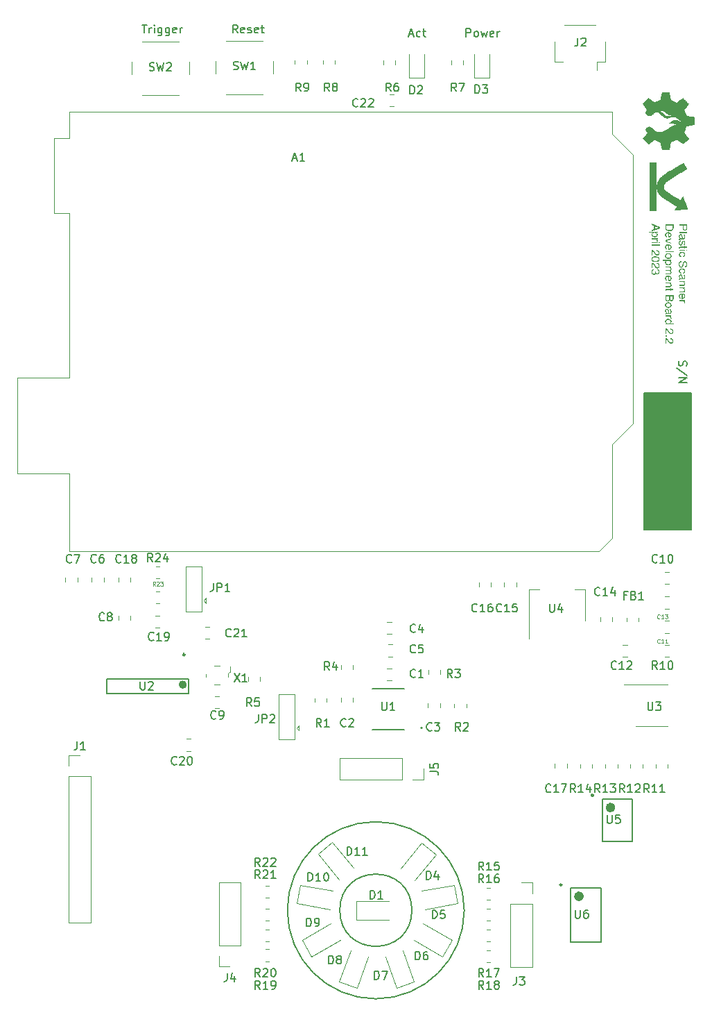
<source format=gto>
%TF.GenerationSoftware,KiCad,Pcbnew,(7.0.0)*%
%TF.CreationDate,2023-04-22T11:09:59+02:00*%
%TF.ProjectId,PCB KiCad,50434220-4b69-4436-9164-2e6b69636164,rev?*%
%TF.SameCoordinates,Original*%
%TF.FileFunction,Legend,Top*%
%TF.FilePolarity,Positive*%
%FSLAX46Y46*%
G04 Gerber Fmt 4.6, Leading zero omitted, Abs format (unit mm)*
G04 Created by KiCad (PCBNEW (7.0.0)) date 2023-04-22 11:09:59*
%MOMM*%
%LPD*%
G01*
G04 APERTURE LIST*
%ADD10C,0.150000*%
%ADD11C,0.200000*%
%ADD12C,0.100000*%
%ADD13C,0.120000*%
%ADD14C,0.249999*%
%ADD15C,0.599999*%
%ADD16C,0.127000*%
%ADD17C,0.250000*%
%ADD18C,0.500000*%
G04 APERTURE END LIST*
D10*
X115750000Y-73635000D02*
X121500000Y-73635000D01*
X121500000Y-73635000D02*
X121500000Y-90365000D01*
X121500000Y-90365000D02*
X115750000Y-90365000D01*
X115750000Y-90365000D02*
X115750000Y-73635000D01*
G36*
X115750000Y-73635000D02*
G01*
X121500000Y-73635000D01*
X121500000Y-90365000D01*
X115750000Y-90365000D01*
X115750000Y-73635000D01*
G37*
X87400000Y-136750000D02*
G75*
G03*
X87400000Y-136750000I-4400000J0D01*
G01*
D11*
X93800000Y-136750000D02*
G75*
G03*
X93800000Y-136750000I-10800000J0D01*
G01*
D10*
G36*
X121039912Y-53574214D02*
G01*
X121039627Y-53590862D01*
X121038771Y-53607099D01*
X121037345Y-53622927D01*
X121035348Y-53638343D01*
X121032781Y-53653350D01*
X121029643Y-53667946D01*
X121025934Y-53682133D01*
X121021655Y-53695908D01*
X121016805Y-53709274D01*
X121011385Y-53722229D01*
X121005395Y-53734775D01*
X120998834Y-53746909D01*
X120991702Y-53758634D01*
X120984000Y-53769948D01*
X120975727Y-53780852D01*
X120966884Y-53791346D01*
X120957525Y-53801343D01*
X120947707Y-53810695D01*
X120937428Y-53819402D01*
X120926690Y-53827464D01*
X120915492Y-53834881D01*
X120903835Y-53841653D01*
X120891717Y-53847780D01*
X120879139Y-53853262D01*
X120866102Y-53858099D01*
X120852605Y-53862291D01*
X120838648Y-53865838D01*
X120824231Y-53868741D01*
X120809354Y-53870998D01*
X120794017Y-53872610D01*
X120778220Y-53873578D01*
X120761964Y-53873900D01*
X120747882Y-53873613D01*
X120734029Y-53872752D01*
X120720404Y-53871316D01*
X120707009Y-53869306D01*
X120693843Y-53866721D01*
X120680906Y-53863562D01*
X120668197Y-53859829D01*
X120655718Y-53855521D01*
X120643468Y-53850639D01*
X120631447Y-53845183D01*
X120619654Y-53839152D01*
X120608091Y-53832547D01*
X120596756Y-53825368D01*
X120585651Y-53817614D01*
X120574775Y-53809286D01*
X120564127Y-53800383D01*
X120553923Y-53790885D01*
X120544378Y-53780768D01*
X120535491Y-53770032D01*
X120527262Y-53758679D01*
X120519691Y-53746707D01*
X120512779Y-53734117D01*
X120506525Y-53720909D01*
X120500929Y-53707083D01*
X120495992Y-53692638D01*
X120491713Y-53677575D01*
X120488092Y-53661894D01*
X120485130Y-53645594D01*
X120482826Y-53628677D01*
X120481180Y-53611141D01*
X120480193Y-53592987D01*
X120479863Y-53574214D01*
X120479863Y-53256943D01*
X120586597Y-53256943D01*
X120586597Y-53529030D01*
X120586747Y-53540403D01*
X120587197Y-53551504D01*
X120587946Y-53562331D01*
X120588994Y-53572886D01*
X120590342Y-53583168D01*
X120591990Y-53593178D01*
X120593937Y-53602914D01*
X120597420Y-53617007D01*
X120601576Y-53630486D01*
X120606407Y-53643351D01*
X120611912Y-53655602D01*
X120618091Y-53667239D01*
X120624944Y-53678262D01*
X120632697Y-53688519D01*
X120641484Y-53697768D01*
X120651307Y-53706008D01*
X120662164Y-53713238D01*
X120674056Y-53719460D01*
X120686982Y-53724673D01*
X120700943Y-53728877D01*
X120710826Y-53731119D01*
X120721168Y-53732912D01*
X120731970Y-53734258D01*
X120743232Y-53735154D01*
X120754954Y-53735603D01*
X120760987Y-53735659D01*
X120774390Y-53735337D01*
X120787243Y-53734373D01*
X120799547Y-53732765D01*
X120811301Y-53730515D01*
X120822506Y-53727621D01*
X120833161Y-53724084D01*
X120843266Y-53719904D01*
X120852822Y-53715081D01*
X120861829Y-53709616D01*
X120870286Y-53703507D01*
X120878193Y-53696755D01*
X120885551Y-53689360D01*
X120892359Y-53681322D01*
X120898618Y-53672640D01*
X120904327Y-53663316D01*
X120909487Y-53653349D01*
X120914410Y-53641469D01*
X120917671Y-53631873D01*
X120920563Y-53621688D01*
X120923086Y-53610915D01*
X120925240Y-53599555D01*
X120927025Y-53587606D01*
X120928440Y-53575068D01*
X120929486Y-53561943D01*
X120930163Y-53548229D01*
X120930471Y-53533927D01*
X120930491Y-53529030D01*
X120930491Y-53256943D01*
X120586597Y-53256943D01*
X120479863Y-53256943D01*
X120047554Y-53256943D01*
X120047554Y-53120167D01*
X121039912Y-53120167D01*
X121039912Y-53574214D01*
G37*
G36*
X121039912Y-54027041D02*
G01*
X121039912Y-54150872D01*
X120039494Y-54150872D01*
X120039494Y-54027041D01*
X121039912Y-54027041D01*
G37*
G36*
X120240631Y-54300353D02*
G01*
X120252855Y-54301100D01*
X120264720Y-54302345D01*
X120276226Y-54304088D01*
X120287373Y-54306330D01*
X120298162Y-54309069D01*
X120308592Y-54312306D01*
X120318663Y-54316041D01*
X120328376Y-54320274D01*
X120337729Y-54325005D01*
X120346724Y-54330235D01*
X120355361Y-54335962D01*
X120363638Y-54342187D01*
X120371557Y-54348911D01*
X120379117Y-54356132D01*
X120386318Y-54363852D01*
X120393172Y-54372005D01*
X120399691Y-54380468D01*
X120405873Y-54389239D01*
X120411720Y-54398320D01*
X120417230Y-54407710D01*
X120422405Y-54417409D01*
X120427244Y-54427418D01*
X120431748Y-54437735D01*
X120435915Y-54448361D01*
X120439746Y-54459297D01*
X120443242Y-54470542D01*
X120446402Y-54482096D01*
X120449226Y-54493959D01*
X120451714Y-54506131D01*
X120453867Y-54518612D01*
X120455683Y-54531402D01*
X120480352Y-54728750D01*
X120482084Y-54738936D01*
X120485345Y-54750434D01*
X120489822Y-54760560D01*
X120495515Y-54769315D01*
X120502425Y-54776698D01*
X120510552Y-54782710D01*
X120516011Y-54785659D01*
X120525094Y-54789292D01*
X120535978Y-54791887D01*
X120546979Y-54793306D01*
X120557507Y-54793890D01*
X120563150Y-54793963D01*
X120574661Y-54793566D01*
X120585561Y-54792375D01*
X120595852Y-54790389D01*
X120605534Y-54787609D01*
X120617494Y-54782667D01*
X120628371Y-54776313D01*
X120638163Y-54768547D01*
X120646872Y-54759369D01*
X120654497Y-54748778D01*
X120659604Y-54740011D01*
X120664209Y-54730560D01*
X120668311Y-54720427D01*
X120671911Y-54709612D01*
X120675008Y-54698113D01*
X120677604Y-54685933D01*
X120679697Y-54673069D01*
X120681287Y-54659523D01*
X120682376Y-54645294D01*
X120682822Y-54635429D01*
X120683045Y-54625260D01*
X120683073Y-54620062D01*
X120682871Y-54608192D01*
X120682264Y-54596760D01*
X120681253Y-54585767D01*
X120679837Y-54575213D01*
X120678017Y-54565098D01*
X120675792Y-54555422D01*
X120671696Y-54541730D01*
X120666690Y-54529027D01*
X120660774Y-54517310D01*
X120653947Y-54506581D01*
X120646211Y-54496839D01*
X120637564Y-54488085D01*
X120631294Y-54482798D01*
X120621678Y-54476087D01*
X120612998Y-54471277D01*
X120603440Y-54466962D01*
X120593004Y-54463144D01*
X120581691Y-54459822D01*
X120569500Y-54456996D01*
X120559780Y-54455202D01*
X120549567Y-54453687D01*
X120546053Y-54453244D01*
X120546053Y-54337718D01*
X120562825Y-54338463D01*
X120578946Y-54339843D01*
X120594416Y-54341859D01*
X120609236Y-54344511D01*
X120623405Y-54347797D01*
X120636923Y-54351720D01*
X120649791Y-54356277D01*
X120662007Y-54361470D01*
X120673574Y-54367299D01*
X120684489Y-54373762D01*
X120694754Y-54380862D01*
X120704368Y-54388596D01*
X120713332Y-54396966D01*
X120721645Y-54405972D01*
X120729307Y-54415613D01*
X120736318Y-54425889D01*
X120742796Y-54436620D01*
X120748855Y-54447562D01*
X120754496Y-54458716D01*
X120759720Y-54470082D01*
X120764526Y-54481660D01*
X120768913Y-54493449D01*
X120772883Y-54505450D01*
X120776435Y-54517663D01*
X120779569Y-54530088D01*
X120782286Y-54542725D01*
X120784584Y-54555574D01*
X120786464Y-54568634D01*
X120787927Y-54581906D01*
X120788972Y-54595390D01*
X120789599Y-54609086D01*
X120789808Y-54622993D01*
X120789614Y-54639015D01*
X120789033Y-54654657D01*
X120788064Y-54669919D01*
X120786709Y-54684802D01*
X120784966Y-54699305D01*
X120782835Y-54713428D01*
X120780317Y-54727171D01*
X120777412Y-54740535D01*
X120774120Y-54753519D01*
X120770440Y-54766123D01*
X120766373Y-54778348D01*
X120761918Y-54790193D01*
X120757076Y-54801658D01*
X120751847Y-54812743D01*
X120746230Y-54823449D01*
X120740226Y-54833775D01*
X120733813Y-54843505D01*
X120726968Y-54852608D01*
X120719693Y-54861083D01*
X120711986Y-54868931D01*
X120703847Y-54876150D01*
X120695278Y-54882742D01*
X120686277Y-54888706D01*
X120676845Y-54894042D01*
X120666982Y-54898750D01*
X120656688Y-54902831D01*
X120645962Y-54906283D01*
X120634805Y-54909108D01*
X120623217Y-54911306D01*
X120611197Y-54912875D01*
X120598747Y-54913817D01*
X120585865Y-54914131D01*
X120160394Y-54914131D01*
X120150139Y-54914749D01*
X120140150Y-54916886D01*
X120130870Y-54921000D01*
X120129375Y-54921946D01*
X120122700Y-54929537D01*
X120119300Y-54938795D01*
X120117834Y-54949328D01*
X120117651Y-54955408D01*
X120118269Y-54965368D01*
X120119605Y-54973970D01*
X120121813Y-54983909D01*
X120124551Y-54993767D01*
X120125223Y-54995952D01*
X120035586Y-54995952D01*
X120032861Y-54985625D01*
X120030203Y-54974793D01*
X120027852Y-54964015D01*
X120026083Y-54953935D01*
X120025816Y-54951988D01*
X120024786Y-54941451D01*
X120024236Y-54931475D01*
X120023955Y-54921619D01*
X120023862Y-54910711D01*
X120024253Y-54899022D01*
X120025425Y-54887951D01*
X120027378Y-54877498D01*
X120030113Y-54867663D01*
X120033629Y-54858447D01*
X120039533Y-54847120D01*
X120046826Y-54836893D01*
X120055508Y-54827764D01*
X120065579Y-54819735D01*
X120068314Y-54817899D01*
X120077794Y-54812538D01*
X120086743Y-54808556D01*
X120096646Y-54805015D01*
X120107504Y-54801916D01*
X120119315Y-54799257D01*
X120129451Y-54797448D01*
X120134748Y-54796650D01*
X120125476Y-54789262D01*
X120116436Y-54781294D01*
X120107627Y-54772747D01*
X120099051Y-54763620D01*
X120090706Y-54753913D01*
X120082593Y-54743627D01*
X120074712Y-54732762D01*
X120067062Y-54721316D01*
X120059645Y-54709291D01*
X120052459Y-54696687D01*
X120047798Y-54687962D01*
X120043332Y-54679081D01*
X120039154Y-54670086D01*
X120035264Y-54660977D01*
X120031662Y-54651753D01*
X120028349Y-54642414D01*
X120025324Y-54632961D01*
X120022586Y-54623394D01*
X120020137Y-54613712D01*
X120017976Y-54603916D01*
X120016103Y-54594005D01*
X120014519Y-54583979D01*
X120013222Y-54573839D01*
X120012214Y-54563585D01*
X120012031Y-54560956D01*
X120117651Y-54560956D01*
X120117915Y-54573190D01*
X120118707Y-54585347D01*
X120120028Y-54597427D01*
X120121876Y-54609430D01*
X120124252Y-54621356D01*
X120127157Y-54633204D01*
X120130589Y-54644975D01*
X120134550Y-54656668D01*
X120139038Y-54668285D01*
X120144055Y-54679824D01*
X120147693Y-54687473D01*
X120154169Y-54699955D01*
X120161142Y-54711630D01*
X120168610Y-54722501D01*
X120176575Y-54732567D01*
X120185036Y-54741827D01*
X120193992Y-54750282D01*
X120203445Y-54757932D01*
X120213394Y-54764776D01*
X120223840Y-54770815D01*
X120234781Y-54776050D01*
X120246218Y-54780478D01*
X120258152Y-54784102D01*
X120270582Y-54786920D01*
X120283507Y-54788933D01*
X120296929Y-54790141D01*
X120310847Y-54790544D01*
X120410010Y-54790544D01*
X120404778Y-54781562D01*
X120399889Y-54771653D01*
X120395344Y-54760817D01*
X120391819Y-54751078D01*
X120388532Y-54740695D01*
X120386074Y-54731926D01*
X120383229Y-54720818D01*
X120380645Y-54709781D01*
X120378325Y-54698817D01*
X120376266Y-54687924D01*
X120374470Y-54677102D01*
X120372937Y-54666352D01*
X120372397Y-54662072D01*
X120362871Y-54587090D01*
X120361130Y-54574790D01*
X120359205Y-54563078D01*
X120357094Y-54551955D01*
X120354800Y-54541420D01*
X120352320Y-54531473D01*
X120348727Y-54519125D01*
X120344806Y-54507823D01*
X120340556Y-54497567D01*
X120335979Y-54488356D01*
X120334783Y-54486217D01*
X120328447Y-54476003D01*
X120321437Y-54466794D01*
X120313752Y-54458590D01*
X120305394Y-54451390D01*
X120296361Y-54445194D01*
X120286655Y-54440004D01*
X120276274Y-54435818D01*
X120265220Y-54432636D01*
X120253491Y-54430460D01*
X120241088Y-54429288D01*
X120232445Y-54429064D01*
X120222659Y-54429408D01*
X120210226Y-54430934D01*
X120198495Y-54433682D01*
X120187466Y-54437651D01*
X120177139Y-54442841D01*
X120167514Y-54449253D01*
X120158591Y-54456885D01*
X120150371Y-54465739D01*
X120148426Y-54468143D01*
X120141213Y-54478195D01*
X120134962Y-54488690D01*
X120129673Y-54499628D01*
X120125345Y-54511008D01*
X120121979Y-54522831D01*
X120119575Y-54535096D01*
X120118132Y-54547805D01*
X120117681Y-54557626D01*
X120117651Y-54560956D01*
X120012031Y-54560956D01*
X120011493Y-54553216D01*
X120011061Y-54542733D01*
X120010917Y-54532135D01*
X120011159Y-54519489D01*
X120011886Y-54507134D01*
X120013098Y-54495072D01*
X120014794Y-54483302D01*
X120016975Y-54471823D01*
X120019641Y-54460637D01*
X120022791Y-54449742D01*
X120026427Y-54439139D01*
X120030546Y-54428829D01*
X120035151Y-54418810D01*
X120040240Y-54409083D01*
X120045813Y-54399648D01*
X120051872Y-54390506D01*
X120058415Y-54381655D01*
X120065442Y-54373096D01*
X120072955Y-54364829D01*
X120080831Y-54356991D01*
X120088949Y-54349659D01*
X120097309Y-54342832D01*
X120105912Y-54336512D01*
X120114758Y-54330697D01*
X120123845Y-54325387D01*
X120133175Y-54320583D01*
X120142747Y-54316285D01*
X120152562Y-54312493D01*
X120162619Y-54309206D01*
X120172918Y-54306425D01*
X120183459Y-54304149D01*
X120194243Y-54302380D01*
X120205270Y-54301115D01*
X120216538Y-54300357D01*
X120228049Y-54300104D01*
X120240631Y-54300353D01*
G37*
G36*
X120268349Y-55186461D02*
G01*
X120257106Y-55187689D01*
X120246364Y-55189264D01*
X120236125Y-55191186D01*
X120226389Y-55193457D01*
X120214188Y-55197025D01*
X120202881Y-55201211D01*
X120192466Y-55206016D01*
X120182944Y-55211439D01*
X120174316Y-55217480D01*
X120163709Y-55226833D01*
X120154145Y-55237396D01*
X120145625Y-55249169D01*
X120140525Y-55257691D01*
X120135888Y-55266751D01*
X120131715Y-55276349D01*
X120128006Y-55286485D01*
X120124760Y-55297159D01*
X120121978Y-55308372D01*
X120119659Y-55320122D01*
X120117805Y-55332410D01*
X120116414Y-55345237D01*
X120115486Y-55358602D01*
X120115022Y-55372504D01*
X120114965Y-55379658D01*
X120115224Y-55392380D01*
X120116004Y-55404811D01*
X120117302Y-55416949D01*
X120119120Y-55428796D01*
X120121458Y-55440351D01*
X120124315Y-55451614D01*
X120127692Y-55462585D01*
X120131588Y-55473264D01*
X120136004Y-55483651D01*
X120140939Y-55493746D01*
X120144518Y-55500314D01*
X120150390Y-55509654D01*
X120156834Y-55518076D01*
X120163849Y-55525580D01*
X120171434Y-55532164D01*
X120179591Y-55537830D01*
X120188318Y-55542577D01*
X120197617Y-55546405D01*
X120207487Y-55549315D01*
X120217927Y-55551305D01*
X120228939Y-55552377D01*
X120236597Y-55552581D01*
X120248027Y-55551929D01*
X120258747Y-55549971D01*
X120268757Y-55546708D01*
X120278058Y-55542140D01*
X120286648Y-55536267D01*
X120294529Y-55529088D01*
X120301700Y-55520605D01*
X120308161Y-55510816D01*
X120313006Y-55501150D01*
X120317046Y-55491588D01*
X120321230Y-55480401D01*
X120324464Y-55470943D01*
X120327779Y-55460571D01*
X120331176Y-55449285D01*
X120334654Y-55437084D01*
X120338214Y-55423969D01*
X120341855Y-55409939D01*
X120343087Y-55405059D01*
X120367756Y-55306629D01*
X120370677Y-55295067D01*
X120373641Y-55283891D01*
X120376646Y-55273101D01*
X120379693Y-55262696D01*
X120382783Y-55252676D01*
X120385914Y-55243042D01*
X120389087Y-55233793D01*
X120393926Y-55220643D01*
X120398859Y-55208359D01*
X120403886Y-55196943D01*
X120409008Y-55186395D01*
X120414225Y-55176713D01*
X120419535Y-55167899D01*
X120425913Y-55158257D01*
X120432591Y-55149237D01*
X120439568Y-55140840D01*
X120446845Y-55133064D01*
X120454421Y-55125910D01*
X120462297Y-55119379D01*
X120470472Y-55113469D01*
X120478947Y-55108182D01*
X120487722Y-55103516D01*
X120496796Y-55099473D01*
X120506170Y-55096052D01*
X120515843Y-55093252D01*
X120525816Y-55091075D01*
X120536089Y-55089520D01*
X120546661Y-55088587D01*
X120557533Y-55088276D01*
X120570353Y-55088570D01*
X120582865Y-55089451D01*
X120595068Y-55090921D01*
X120606961Y-55092978D01*
X120618546Y-55095622D01*
X120629821Y-55098855D01*
X120640787Y-55102675D01*
X120651444Y-55107083D01*
X120661792Y-55112078D01*
X120671831Y-55117661D01*
X120681560Y-55123832D01*
X120690981Y-55130591D01*
X120700092Y-55137937D01*
X120708894Y-55145871D01*
X120717388Y-55154393D01*
X120725572Y-55163503D01*
X120733350Y-55173108D01*
X120740627Y-55183118D01*
X120747402Y-55193533D01*
X120753675Y-55204352D01*
X120759446Y-55215576D01*
X120764715Y-55227204D01*
X120769483Y-55239237D01*
X120773749Y-55251674D01*
X120777512Y-55264516D01*
X120780774Y-55277762D01*
X120783534Y-55291413D01*
X120785793Y-55305469D01*
X120787549Y-55319929D01*
X120788804Y-55334793D01*
X120789557Y-55350062D01*
X120789808Y-55365736D01*
X120789712Y-55376041D01*
X120789427Y-55386164D01*
X120788951Y-55396107D01*
X120788285Y-55405868D01*
X120786381Y-55424846D01*
X120783717Y-55443100D01*
X120780291Y-55460628D01*
X120776103Y-55477431D01*
X120771154Y-55493509D01*
X120765444Y-55508862D01*
X120758973Y-55523490D01*
X120751740Y-55537393D01*
X120743746Y-55550570D01*
X120734990Y-55563023D01*
X120725473Y-55574750D01*
X120715195Y-55585753D01*
X120704156Y-55596030D01*
X120692355Y-55605582D01*
X120680685Y-55613777D01*
X120668847Y-55621144D01*
X120656842Y-55627682D01*
X120644670Y-55633392D01*
X120632330Y-55638272D01*
X120619823Y-55642325D01*
X120607148Y-55645548D01*
X120594306Y-55647943D01*
X120581297Y-55649509D01*
X120568120Y-55650247D01*
X120559242Y-55650279D01*
X120559242Y-55533531D01*
X120569504Y-55532267D01*
X120579530Y-55530310D01*
X120589318Y-55527657D01*
X120598871Y-55524310D01*
X120608186Y-55520269D01*
X120617265Y-55515533D01*
X120626108Y-55510102D01*
X120634713Y-55503977D01*
X120643356Y-55495416D01*
X120651148Y-55485759D01*
X120658091Y-55475008D01*
X120664183Y-55463162D01*
X120669425Y-55450221D01*
X120673817Y-55436185D01*
X120676273Y-55426220D01*
X120678351Y-55415768D01*
X120680051Y-55404830D01*
X120681373Y-55393405D01*
X120682318Y-55381493D01*
X120682884Y-55369095D01*
X120683073Y-55356210D01*
X120682837Y-55343365D01*
X120682129Y-55331117D01*
X120680948Y-55319466D01*
X120679295Y-55308411D01*
X120677170Y-55297953D01*
X120674573Y-55288092D01*
X120670375Y-55275872D01*
X120665337Y-55264714D01*
X120659460Y-55254616D01*
X120656207Y-55249965D01*
X120649284Y-55241550D01*
X120641827Y-55234257D01*
X120633836Y-55228086D01*
X120625310Y-55223037D01*
X120616250Y-55219110D01*
X120606656Y-55216305D01*
X120596527Y-55214622D01*
X120585865Y-55214061D01*
X120574195Y-55214801D01*
X120563120Y-55217022D01*
X120552640Y-55220724D01*
X120542756Y-55225907D01*
X120533467Y-55232570D01*
X120524774Y-55240714D01*
X120516675Y-55250339D01*
X120510992Y-55258529D01*
X120509172Y-55261444D01*
X120503931Y-55270637D01*
X120498892Y-55281117D01*
X120495007Y-55290429D01*
X120491252Y-55300565D01*
X120487627Y-55311525D01*
X120484131Y-55323310D01*
X120480765Y-55335919D01*
X120479131Y-55342533D01*
X120459347Y-55424110D01*
X120455326Y-55440436D01*
X120451321Y-55456075D01*
X120447334Y-55471027D01*
X120443364Y-55485293D01*
X120439412Y-55498871D01*
X120435476Y-55511762D01*
X120431558Y-55523967D01*
X120427656Y-55535484D01*
X120423772Y-55546315D01*
X120419906Y-55556459D01*
X120416056Y-55565916D01*
X120410314Y-55578813D01*
X120404610Y-55590164D01*
X120398945Y-55599970D01*
X120397065Y-55602896D01*
X120390932Y-55611621D01*
X120384380Y-55619783D01*
X120377407Y-55627382D01*
X120370015Y-55634418D01*
X120362203Y-55640892D01*
X120353971Y-55646802D01*
X120345320Y-55652150D01*
X120336249Y-55656934D01*
X120326757Y-55661156D01*
X120316847Y-55664815D01*
X120306516Y-55667911D01*
X120295765Y-55670444D01*
X120284595Y-55672414D01*
X120273005Y-55673821D01*
X120260995Y-55674666D01*
X120248565Y-55674947D01*
X120236427Y-55674656D01*
X120224496Y-55673783D01*
X120212773Y-55672328D01*
X120201259Y-55670291D01*
X120189952Y-55667672D01*
X120178853Y-55664471D01*
X120167962Y-55660689D01*
X120157280Y-55656324D01*
X120146805Y-55651377D01*
X120136538Y-55645848D01*
X120126479Y-55639737D01*
X120116628Y-55633044D01*
X120106986Y-55625769D01*
X120097551Y-55617913D01*
X120088324Y-55609474D01*
X120079305Y-55600453D01*
X120070698Y-55590836D01*
X120062647Y-55580608D01*
X120055151Y-55569770D01*
X120048210Y-55558321D01*
X120041824Y-55546262D01*
X120035994Y-55533592D01*
X120030719Y-55520311D01*
X120025999Y-55506420D01*
X120021835Y-55491918D01*
X120018225Y-55476805D01*
X120015171Y-55461082D01*
X120012673Y-55444748D01*
X120010729Y-55427804D01*
X120009341Y-55410249D01*
X120008508Y-55392083D01*
X120008230Y-55373307D01*
X120008303Y-55363143D01*
X120008522Y-55353165D01*
X120008887Y-55343374D01*
X120010055Y-55324354D01*
X120011807Y-55306081D01*
X120014142Y-55288557D01*
X120017062Y-55271780D01*
X120020565Y-55255752D01*
X120024652Y-55240472D01*
X120029324Y-55225939D01*
X120034579Y-55212155D01*
X120040418Y-55199118D01*
X120046840Y-55186830D01*
X120053847Y-55175289D01*
X120061438Y-55164497D01*
X120069612Y-55154452D01*
X120078371Y-55145156D01*
X120082969Y-55140788D01*
X120092480Y-55132489D01*
X120102268Y-55124687D01*
X120112332Y-55117384D01*
X120122673Y-55110578D01*
X120133291Y-55104271D01*
X120144186Y-55098462D01*
X120155357Y-55093150D01*
X120166805Y-55088337D01*
X120178530Y-55084022D01*
X120190531Y-55080204D01*
X120202809Y-55076885D01*
X120215364Y-55074064D01*
X120228195Y-55071741D01*
X120241303Y-55069916D01*
X120254688Y-55068589D01*
X120268349Y-55067759D01*
X120268349Y-55186461D01*
G37*
G36*
X120972257Y-55837369D02*
G01*
X120972257Y-55962177D01*
X120774176Y-55962177D01*
X120774176Y-56079658D01*
X120667442Y-56079658D01*
X120667442Y-55962177D01*
X120189459Y-55962177D01*
X120178096Y-55962815D01*
X120167973Y-55964729D01*
X120157463Y-55968710D01*
X120148739Y-55974529D01*
X120141801Y-55982186D01*
X120138168Y-55988311D01*
X120134508Y-55997943D01*
X120132489Y-56007545D01*
X120131195Y-56018994D01*
X120130663Y-56030276D01*
X120130596Y-56036427D01*
X120130596Y-56046373D01*
X120130596Y-56055722D01*
X120130972Y-56066090D01*
X120131905Y-56076292D01*
X120132306Y-56079658D01*
X120035341Y-56079658D01*
X120032502Y-56068926D01*
X120030368Y-56059361D01*
X120028562Y-56049632D01*
X120027082Y-56039739D01*
X120026549Y-56035450D01*
X120025502Y-56025218D01*
X120024712Y-56014613D01*
X120024179Y-56003633D01*
X120023904Y-55992280D01*
X120023862Y-55985624D01*
X120024034Y-55975033D01*
X120024549Y-55964875D01*
X120025966Y-55950450D01*
X120028155Y-55937000D01*
X120031118Y-55924524D01*
X120034853Y-55913023D01*
X120039361Y-55902496D01*
X120044642Y-55892944D01*
X120050695Y-55884367D01*
X120057522Y-55876764D01*
X120065121Y-55870136D01*
X120067826Y-55868143D01*
X120076347Y-55862643D01*
X120085331Y-55857685D01*
X120094779Y-55853267D01*
X120104691Y-55849390D01*
X120115067Y-55846054D01*
X120125906Y-55843259D01*
X120137209Y-55841005D01*
X120148975Y-55839292D01*
X120161206Y-55838120D01*
X120173900Y-55837489D01*
X120182620Y-55837369D01*
X120667442Y-55837369D01*
X120667442Y-55737718D01*
X120774176Y-55737718D01*
X120774176Y-55837369D01*
X120972257Y-55837369D01*
G37*
G36*
X120774176Y-56201290D02*
G01*
X120774176Y-56327076D01*
X120039494Y-56327076D01*
X120039494Y-56201290D01*
X120774176Y-56201290D01*
G37*
G36*
X121039912Y-56201290D02*
G01*
X121039912Y-56327076D01*
X120899228Y-56327076D01*
X120899228Y-56201290D01*
X121039912Y-56201290D01*
G37*
G36*
X120398646Y-56461989D02*
G01*
X120410320Y-56462265D01*
X120421828Y-56462724D01*
X120433171Y-56463367D01*
X120444348Y-56464193D01*
X120455360Y-56465203D01*
X120466206Y-56466397D01*
X120476887Y-56467775D01*
X120487402Y-56469336D01*
X120497751Y-56471081D01*
X120507935Y-56473009D01*
X120517954Y-56475121D01*
X120527807Y-56477417D01*
X120537494Y-56479896D01*
X120547016Y-56482559D01*
X120556372Y-56485406D01*
X120574589Y-56491650D01*
X120592143Y-56498629D01*
X120609034Y-56506343D01*
X120625264Y-56514791D01*
X120640832Y-56523974D01*
X120655737Y-56533892D01*
X120669981Y-56544544D01*
X120683562Y-56555931D01*
X120696428Y-56567916D01*
X120708463Y-56580302D01*
X120719669Y-56593088D01*
X120730044Y-56606276D01*
X120739590Y-56619864D01*
X120748305Y-56633852D01*
X120756191Y-56648242D01*
X120763246Y-56663032D01*
X120769471Y-56678222D01*
X120774867Y-56693814D01*
X120779432Y-56709806D01*
X120783167Y-56726199D01*
X120786072Y-56742993D01*
X120788147Y-56760187D01*
X120789393Y-56777782D01*
X120789808Y-56795778D01*
X120789577Y-56811136D01*
X120788884Y-56826132D01*
X120787730Y-56840766D01*
X120786113Y-56855037D01*
X120784035Y-56868945D01*
X120781496Y-56882491D01*
X120778494Y-56895675D01*
X120775031Y-56908496D01*
X120771106Y-56920954D01*
X120766719Y-56933050D01*
X120761870Y-56944783D01*
X120756560Y-56956154D01*
X120750788Y-56967162D01*
X120744554Y-56977807D01*
X120737858Y-56988090D01*
X120730701Y-56998011D01*
X120723011Y-57007508D01*
X120714657Y-57016520D01*
X120705639Y-57025047D01*
X120695957Y-57033090D01*
X120685611Y-57040648D01*
X120674601Y-57047722D01*
X120662927Y-57054311D01*
X120650589Y-57060415D01*
X120637587Y-57066034D01*
X120623921Y-57071169D01*
X120609591Y-57075819D01*
X120594596Y-57079985D01*
X120578938Y-57083665D01*
X120562616Y-57086862D01*
X120545630Y-57089573D01*
X120527979Y-57091800D01*
X120527979Y-56971632D01*
X120540284Y-56969323D01*
X120552194Y-56966515D01*
X120563708Y-56963209D01*
X120574828Y-56959405D01*
X120585553Y-56955103D01*
X120595883Y-56950303D01*
X120605817Y-56945005D01*
X120615357Y-56939209D01*
X120624502Y-56932915D01*
X120633252Y-56926123D01*
X120638865Y-56921318D01*
X120646766Y-56913575D01*
X120653889Y-56904998D01*
X120660236Y-56895588D01*
X120665805Y-56885346D01*
X120670597Y-56874271D01*
X120674612Y-56862362D01*
X120677850Y-56849621D01*
X120680310Y-56836047D01*
X120681994Y-56821640D01*
X120682685Y-56811573D01*
X120683030Y-56801135D01*
X120683073Y-56795778D01*
X120682630Y-56781264D01*
X120681299Y-56767278D01*
X120679081Y-56753817D01*
X120675975Y-56740884D01*
X120671982Y-56728477D01*
X120667102Y-56716597D01*
X120661335Y-56705244D01*
X120654680Y-56694417D01*
X120647138Y-56684117D01*
X120638709Y-56674343D01*
X120629392Y-56665096D01*
X120619189Y-56656376D01*
X120608098Y-56648182D01*
X120596119Y-56640515D01*
X120583253Y-56633375D01*
X120569500Y-56626762D01*
X120560176Y-56622769D01*
X120550583Y-56619034D01*
X120540721Y-56615556D01*
X120530590Y-56612336D01*
X120520189Y-56609374D01*
X120509520Y-56606669D01*
X120498581Y-56604222D01*
X120487374Y-56602032D01*
X120475897Y-56600100D01*
X120464152Y-56598426D01*
X120452137Y-56597009D01*
X120439853Y-56595850D01*
X120427301Y-56594948D01*
X120414479Y-56594304D01*
X120401388Y-56593918D01*
X120388028Y-56593789D01*
X120374547Y-56593971D01*
X120361337Y-56594518D01*
X120348398Y-56595429D01*
X120335730Y-56596704D01*
X120323332Y-56598344D01*
X120311206Y-56600349D01*
X120299351Y-56602718D01*
X120287766Y-56605451D01*
X120276453Y-56608549D01*
X120265411Y-56612012D01*
X120254639Y-56615838D01*
X120244138Y-56620030D01*
X120233909Y-56624585D01*
X120223950Y-56629505D01*
X120214263Y-56634790D01*
X120204846Y-56640439D01*
X120195855Y-56646480D01*
X120187444Y-56652941D01*
X120179613Y-56659822D01*
X120172362Y-56667123D01*
X120165691Y-56674843D01*
X120159600Y-56682983D01*
X120154089Y-56691543D01*
X120149159Y-56700523D01*
X120144808Y-56709922D01*
X120141037Y-56719742D01*
X120137847Y-56729981D01*
X120135237Y-56740640D01*
X120133206Y-56751718D01*
X120131756Y-56763217D01*
X120130886Y-56775135D01*
X120130596Y-56787473D01*
X120131002Y-56801618D01*
X120132219Y-56815200D01*
X120134248Y-56828219D01*
X120137088Y-56840676D01*
X120140739Y-56852571D01*
X120145202Y-56863903D01*
X120150476Y-56874673D01*
X120156562Y-56884880D01*
X120163459Y-56894525D01*
X120171168Y-56903608D01*
X120176758Y-56909351D01*
X120185760Y-56917576D01*
X120195362Y-56925307D01*
X120205566Y-56932545D01*
X120216371Y-56939289D01*
X120227777Y-56945540D01*
X120239784Y-56951296D01*
X120252392Y-56956559D01*
X120265601Y-56961328D01*
X120279412Y-56965604D01*
X120288952Y-56968180D01*
X120298760Y-56970536D01*
X120303764Y-56971632D01*
X120303764Y-57091800D01*
X120285903Y-57088993D01*
X120268651Y-57085701D01*
X120252007Y-57081925D01*
X120235972Y-57077664D01*
X120220545Y-57072919D01*
X120205727Y-57067689D01*
X120191518Y-57061974D01*
X120177918Y-57055774D01*
X120164927Y-57049090D01*
X120152544Y-57041921D01*
X120140769Y-57034267D01*
X120129604Y-57026129D01*
X120119047Y-57017506D01*
X120109099Y-57008399D01*
X120099759Y-56998806D01*
X120091029Y-56988729D01*
X120082895Y-56978260D01*
X120075287Y-56967431D01*
X120068203Y-56956240D01*
X120061643Y-56944689D01*
X120055609Y-56932778D01*
X120050099Y-56920506D01*
X120045114Y-56907873D01*
X120040654Y-56894879D01*
X120036718Y-56881525D01*
X120033307Y-56867810D01*
X120030421Y-56853735D01*
X120028060Y-56839299D01*
X120026223Y-56824502D01*
X120024911Y-56809345D01*
X120024124Y-56793827D01*
X120023862Y-56777948D01*
X120024267Y-56760132D01*
X120025484Y-56742773D01*
X120027511Y-56725870D01*
X120030350Y-56709422D01*
X120033999Y-56693431D01*
X120038459Y-56677896D01*
X120043731Y-56662817D01*
X120049813Y-56648194D01*
X120056706Y-56634027D01*
X120064410Y-56620316D01*
X120072925Y-56607061D01*
X120082251Y-56594262D01*
X120092388Y-56581919D01*
X120103336Y-56570032D01*
X120115095Y-56558602D01*
X120127665Y-56547627D01*
X120140842Y-56537246D01*
X120154421Y-56527534D01*
X120168403Y-56518492D01*
X120182788Y-56510120D01*
X120197575Y-56502418D01*
X120212765Y-56495386D01*
X120228357Y-56489023D01*
X120244352Y-56483330D01*
X120260750Y-56478307D01*
X120277550Y-56473953D01*
X120294753Y-56470270D01*
X120312359Y-56467256D01*
X120330367Y-56464912D01*
X120348777Y-56463237D01*
X120367591Y-56462232D01*
X120386807Y-56461898D01*
X120398646Y-56461989D01*
G37*
G36*
X120338935Y-57706071D02*
G01*
X120328465Y-57706801D01*
X120318243Y-57707773D01*
X120308269Y-57708984D01*
X120298544Y-57710437D01*
X120284420Y-57713065D01*
X120270854Y-57716235D01*
X120257847Y-57719946D01*
X120245398Y-57724198D01*
X120233507Y-57728991D01*
X120222174Y-57734325D01*
X120211399Y-57740199D01*
X120201182Y-57746615D01*
X120189174Y-57755537D01*
X120177941Y-57765269D01*
X120167482Y-57775810D01*
X120157799Y-57787159D01*
X120148889Y-57799318D01*
X120140755Y-57812286D01*
X120133395Y-57826063D01*
X120126810Y-57840648D01*
X120121000Y-57856043D01*
X120115964Y-57872247D01*
X120111704Y-57889260D01*
X120108217Y-57907083D01*
X120105506Y-57925714D01*
X120103569Y-57945154D01*
X120102891Y-57955177D01*
X120102407Y-57965403D01*
X120102117Y-57975831D01*
X120102020Y-57986461D01*
X120102213Y-58000767D01*
X120102792Y-58014832D01*
X120103758Y-58028656D01*
X120105111Y-58042240D01*
X120106850Y-58055584D01*
X120108975Y-58068687D01*
X120111486Y-58081550D01*
X120114384Y-58094173D01*
X120117669Y-58106555D01*
X120121340Y-58118696D01*
X120124002Y-58126657D01*
X120129575Y-58141445D01*
X120135672Y-58155279D01*
X120142291Y-58168159D01*
X120149433Y-58180085D01*
X120157098Y-58191057D01*
X120165286Y-58201075D01*
X120173997Y-58210138D01*
X120183230Y-58218248D01*
X120192987Y-58225403D01*
X120203266Y-58231605D01*
X120214068Y-58236852D01*
X120225393Y-58241146D01*
X120237241Y-58244485D01*
X120249611Y-58246870D01*
X120262504Y-58248301D01*
X120275921Y-58248778D01*
X120286024Y-58248577D01*
X120300486Y-58247520D01*
X120314114Y-58245557D01*
X120326910Y-58242689D01*
X120338872Y-58238914D01*
X120350002Y-58234234D01*
X120360299Y-58228647D01*
X120369763Y-58222155D01*
X120378394Y-58214757D01*
X120386192Y-58206453D01*
X120393157Y-58197243D01*
X120399491Y-58186967D01*
X120405671Y-58175648D01*
X120411696Y-58163285D01*
X120417566Y-58149879D01*
X120421394Y-58140362D01*
X120425153Y-58130382D01*
X120428843Y-58119937D01*
X120432465Y-58109029D01*
X120436018Y-58097658D01*
X120439502Y-58085823D01*
X120442918Y-58073524D01*
X120446265Y-58060761D01*
X120449543Y-58047535D01*
X120452752Y-58033845D01*
X120483527Y-57897069D01*
X120487307Y-57880643D01*
X120491137Y-57864829D01*
X120495016Y-57849624D01*
X120498945Y-57835031D01*
X120502923Y-57821048D01*
X120506951Y-57807676D01*
X120511029Y-57794914D01*
X120515156Y-57782763D01*
X120519333Y-57771222D01*
X120523560Y-57760293D01*
X120527836Y-57749973D01*
X120532162Y-57740265D01*
X120536537Y-57731167D01*
X120543193Y-57718664D01*
X120549961Y-57707536D01*
X120558081Y-57695883D01*
X120566688Y-57684982D01*
X120575781Y-57674832D01*
X120585361Y-57665435D01*
X120595427Y-57656789D01*
X120605980Y-57648895D01*
X120617020Y-57641753D01*
X120628546Y-57635362D01*
X120640559Y-57629724D01*
X120653058Y-57624837D01*
X120666044Y-57620702D01*
X120679517Y-57617319D01*
X120693476Y-57614688D01*
X120707921Y-57612808D01*
X120722854Y-57611680D01*
X120738272Y-57611304D01*
X120755027Y-57611672D01*
X120771402Y-57612774D01*
X120787397Y-57614610D01*
X120803012Y-57617182D01*
X120818248Y-57620487D01*
X120833103Y-57624528D01*
X120847580Y-57629303D01*
X120861676Y-57634813D01*
X120875393Y-57641057D01*
X120888730Y-57648036D01*
X120901687Y-57655750D01*
X120914265Y-57664198D01*
X120926462Y-57673381D01*
X120938280Y-57683299D01*
X120949719Y-57693951D01*
X120960778Y-57705338D01*
X120971307Y-57717428D01*
X120981157Y-57730129D01*
X120990327Y-57743440D01*
X120998818Y-57757362D01*
X121006630Y-57771894D01*
X121013763Y-57787037D01*
X121020216Y-57802791D01*
X121025990Y-57819155D01*
X121031085Y-57836130D01*
X121035501Y-57853715D01*
X121039237Y-57871912D01*
X121042294Y-57890718D01*
X121044671Y-57910136D01*
X121045605Y-57920073D01*
X121046369Y-57930163D01*
X121046964Y-57940406D01*
X121047388Y-57950802D01*
X121047643Y-57961350D01*
X121047728Y-57972051D01*
X121047652Y-57981927D01*
X121047425Y-57991709D01*
X121046514Y-58010993D01*
X121044997Y-58029902D01*
X121042874Y-58048438D01*
X121040143Y-58066600D01*
X121036806Y-58084388D01*
X121032862Y-58101801D01*
X121028311Y-58118841D01*
X121023153Y-58135507D01*
X121017388Y-58151799D01*
X121011017Y-58167716D01*
X121004039Y-58183260D01*
X120996454Y-58198430D01*
X120988262Y-58213226D01*
X120979464Y-58227647D01*
X120970059Y-58241695D01*
X120959988Y-58255123D01*
X120949191Y-58267684D01*
X120937670Y-58279379D01*
X120925423Y-58290208D01*
X120912452Y-58300170D01*
X120898755Y-58309267D01*
X120884333Y-58317496D01*
X120869186Y-58324860D01*
X120853314Y-58331357D01*
X120836717Y-58336988D01*
X120819395Y-58341753D01*
X120801348Y-58345651D01*
X120782576Y-58348683D01*
X120763078Y-58350849D01*
X120753058Y-58351607D01*
X120742856Y-58352148D01*
X120732472Y-58352473D01*
X120721908Y-58352581D01*
X120721908Y-58224110D01*
X120731776Y-58222736D01*
X120746031Y-58220332D01*
X120759628Y-58217515D01*
X120772569Y-58214287D01*
X120784853Y-58210646D01*
X120796480Y-58206593D01*
X120807450Y-58202128D01*
X120817764Y-58197251D01*
X120827420Y-58191961D01*
X120836420Y-58186260D01*
X120844762Y-58180146D01*
X120854197Y-58171990D01*
X120863023Y-58163152D01*
X120871241Y-58153633D01*
X120878849Y-58143433D01*
X120885849Y-58132552D01*
X120892241Y-58120990D01*
X120898023Y-58108746D01*
X120903197Y-58095821D01*
X120907763Y-58082215D01*
X120911719Y-58067928D01*
X120915067Y-58052959D01*
X120917806Y-58037310D01*
X120919936Y-58020979D01*
X120921458Y-58003967D01*
X120922371Y-57986274D01*
X120922676Y-57967899D01*
X120922481Y-57953052D01*
X120921897Y-57938735D01*
X120920924Y-57924949D01*
X120919562Y-57911693D01*
X120917810Y-57898967D01*
X120915669Y-57886772D01*
X120913139Y-57875108D01*
X120910219Y-57863974D01*
X120906911Y-57853370D01*
X120903213Y-57843297D01*
X120899125Y-57833754D01*
X120894649Y-57824742D01*
X120889783Y-57816260D01*
X120881754Y-57804533D01*
X120872850Y-57793998D01*
X120863366Y-57784570D01*
X120853599Y-57776069D01*
X120843548Y-57768496D01*
X120833214Y-57761850D01*
X120822597Y-57756131D01*
X120811696Y-57751340D01*
X120800512Y-57747476D01*
X120789044Y-57744539D01*
X120777293Y-57742530D01*
X120765259Y-57741448D01*
X120757079Y-57741242D01*
X120743775Y-57741785D01*
X120731159Y-57743414D01*
X120719229Y-57746130D01*
X120707986Y-57749931D01*
X120697430Y-57754819D01*
X120687561Y-57760793D01*
X120678379Y-57767854D01*
X120669884Y-57776000D01*
X120662076Y-57785233D01*
X120654955Y-57795552D01*
X120650589Y-57803035D01*
X120645044Y-57814770D01*
X120640660Y-57825670D01*
X120636082Y-57838369D01*
X120632923Y-57847835D01*
X120629679Y-57858099D01*
X120626348Y-57869164D01*
X120622931Y-57881028D01*
X120619429Y-57893691D01*
X120615841Y-57907154D01*
X120612167Y-57921417D01*
X120608407Y-57936479D01*
X120604561Y-57952340D01*
X120600629Y-57969001D01*
X120596611Y-57986461D01*
X120565104Y-58127878D01*
X120562168Y-58140488D01*
X120559101Y-58152734D01*
X120555902Y-58164615D01*
X120552571Y-58176131D01*
X120549109Y-58187283D01*
X120545515Y-58198071D01*
X120541789Y-58208494D01*
X120537932Y-58218553D01*
X120533943Y-58228248D01*
X120529822Y-58237577D01*
X120525570Y-58246543D01*
X120518945Y-58259308D01*
X120512023Y-58271252D01*
X120504805Y-58282377D01*
X120502334Y-58285903D01*
X120493419Y-58297556D01*
X120484015Y-58308457D01*
X120474124Y-58318607D01*
X120463743Y-58328005D01*
X120452875Y-58336650D01*
X120441517Y-58344544D01*
X120429671Y-58351687D01*
X120417337Y-58358077D01*
X120404514Y-58363716D01*
X120391203Y-58368602D01*
X120377403Y-58372737D01*
X120363115Y-58376120D01*
X120348339Y-58378752D01*
X120333073Y-58380631D01*
X120317320Y-58381759D01*
X120301078Y-58382135D01*
X120290895Y-58382016D01*
X120280896Y-58381658D01*
X120271079Y-58381062D01*
X120251994Y-58379153D01*
X120233640Y-58376291D01*
X120216016Y-58372475D01*
X120199123Y-58367705D01*
X120182961Y-58361980D01*
X120167530Y-58355302D01*
X120152830Y-58347669D01*
X120138860Y-58339082D01*
X120125621Y-58329542D01*
X120113113Y-58319047D01*
X120101336Y-58307598D01*
X120090290Y-58295195D01*
X120079975Y-58281838D01*
X120070390Y-58267527D01*
X120065872Y-58260013D01*
X120057324Y-58244625D01*
X120049328Y-58228930D01*
X120041883Y-58212927D01*
X120034990Y-58196617D01*
X120028649Y-58180000D01*
X120022858Y-58163076D01*
X120017619Y-58145844D01*
X120012932Y-58128306D01*
X120008796Y-58110460D01*
X120005212Y-58092306D01*
X120002179Y-58073846D01*
X119999697Y-58055078D01*
X119997767Y-58036004D01*
X119996388Y-58016622D01*
X119995906Y-58006815D01*
X119995561Y-57996932D01*
X119995354Y-57986973D01*
X119995286Y-57976936D01*
X119995376Y-57965246D01*
X119995649Y-57953717D01*
X119996103Y-57942347D01*
X119996740Y-57931137D01*
X119997557Y-57920086D01*
X119998557Y-57909196D01*
X119999738Y-57898465D01*
X120001102Y-57887894D01*
X120002646Y-57877483D01*
X120004373Y-57867232D01*
X120006281Y-57857140D01*
X120008372Y-57847209D01*
X120010644Y-57837437D01*
X120013097Y-57827825D01*
X120015733Y-57818373D01*
X120021549Y-57799947D01*
X120028092Y-57782162D01*
X120035362Y-57765015D01*
X120043359Y-57748508D01*
X120052083Y-57732639D01*
X120061534Y-57717411D01*
X120071712Y-57702821D01*
X120082617Y-57688870D01*
X120088342Y-57682135D01*
X120100140Y-57669247D01*
X120112453Y-57657207D01*
X120125282Y-57646014D01*
X120138626Y-57635668D01*
X120152484Y-57626169D01*
X120166859Y-57617517D01*
X120181748Y-57609713D01*
X120197152Y-57602756D01*
X120213072Y-57596646D01*
X120229507Y-57591383D01*
X120246457Y-57586968D01*
X120263922Y-57583400D01*
X120281903Y-57580679D01*
X120300398Y-57578805D01*
X120319409Y-57577778D01*
X120338935Y-57577599D01*
X120338935Y-57706071D01*
G37*
G36*
X120398646Y-58483343D02*
G01*
X120410320Y-58483619D01*
X120421828Y-58484078D01*
X120433171Y-58484721D01*
X120444348Y-58485547D01*
X120455360Y-58486557D01*
X120466206Y-58487751D01*
X120476887Y-58489129D01*
X120487402Y-58490690D01*
X120497751Y-58492434D01*
X120507935Y-58494363D01*
X120517954Y-58496475D01*
X120527807Y-58498771D01*
X120537494Y-58501250D01*
X120547016Y-58503913D01*
X120556372Y-58506760D01*
X120574589Y-58513004D01*
X120592143Y-58519983D01*
X120609034Y-58527697D01*
X120625264Y-58536145D01*
X120640832Y-58545328D01*
X120655737Y-58555246D01*
X120669981Y-58565898D01*
X120683562Y-58577285D01*
X120696428Y-58589270D01*
X120708463Y-58601656D01*
X120719669Y-58614442D01*
X120730044Y-58627629D01*
X120739590Y-58641217D01*
X120748305Y-58655206D01*
X120756191Y-58669595D01*
X120763246Y-58684385D01*
X120769471Y-58699576D01*
X120774867Y-58715168D01*
X120779432Y-58731160D01*
X120783167Y-58747553D01*
X120786072Y-58764346D01*
X120788147Y-58781541D01*
X120789393Y-58799136D01*
X120789808Y-58817131D01*
X120789577Y-58832490D01*
X120788884Y-58847486D01*
X120787730Y-58862120D01*
X120786113Y-58876391D01*
X120784035Y-58890299D01*
X120781496Y-58903845D01*
X120778494Y-58917029D01*
X120775031Y-58929849D01*
X120771106Y-58942308D01*
X120766719Y-58954404D01*
X120761870Y-58966137D01*
X120756560Y-58977507D01*
X120750788Y-58988515D01*
X120744554Y-58999161D01*
X120737858Y-59009444D01*
X120730701Y-59019364D01*
X120723011Y-59028861D01*
X120714657Y-59037873D01*
X120705639Y-59046401D01*
X120695957Y-59054444D01*
X120685611Y-59062002D01*
X120674601Y-59069076D01*
X120662927Y-59075664D01*
X120650589Y-59081769D01*
X120637587Y-59087388D01*
X120623921Y-59092523D01*
X120609591Y-59097173D01*
X120594596Y-59101338D01*
X120578938Y-59105019D01*
X120562616Y-59108215D01*
X120545630Y-59110927D01*
X120527979Y-59113154D01*
X120527979Y-58992986D01*
X120540284Y-58990676D01*
X120552194Y-58987869D01*
X120563708Y-58984563D01*
X120574828Y-58980759D01*
X120585553Y-58976457D01*
X120595883Y-58971657D01*
X120605817Y-58966359D01*
X120615357Y-58960563D01*
X120624502Y-58954269D01*
X120633252Y-58947477D01*
X120638865Y-58942672D01*
X120646766Y-58934928D01*
X120653889Y-58926352D01*
X120660236Y-58916942D01*
X120665805Y-58906700D01*
X120670597Y-58895624D01*
X120674612Y-58883716D01*
X120677850Y-58870975D01*
X120680310Y-58857401D01*
X120681994Y-58842994D01*
X120682685Y-58832927D01*
X120683030Y-58822489D01*
X120683073Y-58817131D01*
X120682630Y-58802618D01*
X120681299Y-58788631D01*
X120679081Y-58775171D01*
X120675975Y-58762238D01*
X120671982Y-58749831D01*
X120667102Y-58737951D01*
X120661335Y-58726597D01*
X120654680Y-58715771D01*
X120647138Y-58705470D01*
X120638709Y-58695697D01*
X120629392Y-58686450D01*
X120619189Y-58677730D01*
X120608098Y-58669536D01*
X120596119Y-58661869D01*
X120583253Y-58654729D01*
X120569500Y-58648115D01*
X120560176Y-58644123D01*
X120550583Y-58640387D01*
X120540721Y-58636910D01*
X120530590Y-58633690D01*
X120520189Y-58630727D01*
X120509520Y-58628023D01*
X120498581Y-58625575D01*
X120487374Y-58623386D01*
X120475897Y-58621454D01*
X120464152Y-58619779D01*
X120452137Y-58618363D01*
X120439853Y-58617203D01*
X120427301Y-58616302D01*
X120414479Y-58615658D01*
X120401388Y-58615271D01*
X120388028Y-58615143D01*
X120374547Y-58615325D01*
X120361337Y-58615871D01*
X120348398Y-58616783D01*
X120335730Y-58618058D01*
X120323332Y-58619698D01*
X120311206Y-58621703D01*
X120299351Y-58624072D01*
X120287766Y-58626805D01*
X120276453Y-58629903D01*
X120265411Y-58633365D01*
X120254639Y-58637192D01*
X120244138Y-58641383D01*
X120233909Y-58645939D01*
X120223950Y-58650859D01*
X120214263Y-58656144D01*
X120204846Y-58661793D01*
X120195855Y-58667834D01*
X120187444Y-58674295D01*
X120179613Y-58681176D01*
X120172362Y-58688476D01*
X120165691Y-58696197D01*
X120159600Y-58704337D01*
X120154089Y-58712897D01*
X120149159Y-58721877D01*
X120144808Y-58731276D01*
X120141037Y-58741096D01*
X120137847Y-58751335D01*
X120135237Y-58761994D01*
X120133206Y-58773072D01*
X120131756Y-58784571D01*
X120130886Y-58796489D01*
X120130596Y-58808827D01*
X120131002Y-58822972D01*
X120132219Y-58836553D01*
X120134248Y-58849573D01*
X120137088Y-58862030D01*
X120140739Y-58873925D01*
X120145202Y-58885257D01*
X120150476Y-58896027D01*
X120156562Y-58906234D01*
X120163459Y-58915879D01*
X120171168Y-58924962D01*
X120176758Y-58930704D01*
X120185760Y-58938930D01*
X120195362Y-58946661D01*
X120205566Y-58953899D01*
X120216371Y-58960643D01*
X120227777Y-58966894D01*
X120239784Y-58972650D01*
X120252392Y-58977913D01*
X120265601Y-58982682D01*
X120279412Y-58986958D01*
X120288952Y-58989534D01*
X120298760Y-58991890D01*
X120303764Y-58992986D01*
X120303764Y-59113154D01*
X120285903Y-59110347D01*
X120268651Y-59107055D01*
X120252007Y-59103279D01*
X120235972Y-59099018D01*
X120220545Y-59094273D01*
X120205727Y-59089042D01*
X120191518Y-59083327D01*
X120177918Y-59077128D01*
X120164927Y-59070444D01*
X120152544Y-59063275D01*
X120140769Y-59055621D01*
X120129604Y-59047483D01*
X120119047Y-59038860D01*
X120109099Y-59029752D01*
X120099759Y-59020160D01*
X120091029Y-59010083D01*
X120082895Y-58999614D01*
X120075287Y-58988785D01*
X120068203Y-58977594D01*
X120061643Y-58966043D01*
X120055609Y-58954132D01*
X120050099Y-58941859D01*
X120045114Y-58929226D01*
X120040654Y-58916233D01*
X120036718Y-58902879D01*
X120033307Y-58889164D01*
X120030421Y-58875089D01*
X120028060Y-58860652D01*
X120026223Y-58845856D01*
X120024911Y-58830698D01*
X120024124Y-58815180D01*
X120023862Y-58799302D01*
X120024267Y-58781486D01*
X120025484Y-58764127D01*
X120027511Y-58747224D01*
X120030350Y-58730776D01*
X120033999Y-58714785D01*
X120038459Y-58699250D01*
X120043731Y-58684171D01*
X120049813Y-58669548D01*
X120056706Y-58655381D01*
X120064410Y-58641670D01*
X120072925Y-58628415D01*
X120082251Y-58615616D01*
X120092388Y-58603273D01*
X120103336Y-58591386D01*
X120115095Y-58579955D01*
X120127665Y-58568981D01*
X120140842Y-58558599D01*
X120154421Y-58548888D01*
X120168403Y-58539846D01*
X120182788Y-58531474D01*
X120197575Y-58523772D01*
X120212765Y-58516739D01*
X120228357Y-58510377D01*
X120244352Y-58504684D01*
X120260750Y-58499661D01*
X120277550Y-58495307D01*
X120294753Y-58491623D01*
X120312359Y-58488609D01*
X120330367Y-58486265D01*
X120348777Y-58484591D01*
X120367591Y-58483586D01*
X120386807Y-58483251D01*
X120398646Y-58483343D01*
G37*
G36*
X120240631Y-59198888D02*
G01*
X120252855Y-59199635D01*
X120264720Y-59200880D01*
X120276226Y-59202623D01*
X120287373Y-59204864D01*
X120298162Y-59207603D01*
X120308592Y-59210840D01*
X120318663Y-59214576D01*
X120328376Y-59218809D01*
X120337729Y-59223540D01*
X120346724Y-59228769D01*
X120355361Y-59234497D01*
X120363638Y-59240722D01*
X120371557Y-59247445D01*
X120379117Y-59254667D01*
X120386318Y-59262386D01*
X120393172Y-59270540D01*
X120399691Y-59279002D01*
X120405873Y-59287774D01*
X120411720Y-59296855D01*
X120417230Y-59306245D01*
X120422405Y-59315944D01*
X120427244Y-59325952D01*
X120431748Y-59336270D01*
X120435915Y-59346896D01*
X120439746Y-59357832D01*
X120443242Y-59369076D01*
X120446402Y-59380630D01*
X120449226Y-59392493D01*
X120451714Y-59404665D01*
X120453867Y-59417146D01*
X120455683Y-59429937D01*
X120480352Y-59627285D01*
X120482084Y-59637471D01*
X120485345Y-59648968D01*
X120489822Y-59659095D01*
X120495515Y-59667850D01*
X120502425Y-59675233D01*
X120510552Y-59681245D01*
X120516011Y-59684193D01*
X120525094Y-59687827D01*
X120535978Y-59690422D01*
X120546979Y-59691841D01*
X120557507Y-59692425D01*
X120563150Y-59692498D01*
X120574661Y-59692101D01*
X120585561Y-59690909D01*
X120595852Y-59688924D01*
X120605534Y-59686144D01*
X120617494Y-59681202D01*
X120628371Y-59674847D01*
X120638163Y-59667081D01*
X120646872Y-59657903D01*
X120654497Y-59647313D01*
X120659604Y-59638545D01*
X120664209Y-59629095D01*
X120668311Y-59618962D01*
X120671911Y-59608146D01*
X120675008Y-59596648D01*
X120677604Y-59584467D01*
X120679697Y-59571604D01*
X120681287Y-59558057D01*
X120682376Y-59543829D01*
X120682822Y-59533963D01*
X120683045Y-59523795D01*
X120683073Y-59518597D01*
X120682871Y-59506726D01*
X120682264Y-59495295D01*
X120681253Y-59484302D01*
X120679837Y-59473748D01*
X120678017Y-59463633D01*
X120675792Y-59453956D01*
X120671696Y-59440265D01*
X120666690Y-59427561D01*
X120660774Y-59415845D01*
X120653947Y-59405116D01*
X120646211Y-59395374D01*
X120637564Y-59386620D01*
X120631294Y-59381332D01*
X120621678Y-59374622D01*
X120612998Y-59369811D01*
X120603440Y-59365497D01*
X120593004Y-59361679D01*
X120581691Y-59358357D01*
X120569500Y-59355531D01*
X120559780Y-59353737D01*
X120549567Y-59352222D01*
X120546053Y-59351779D01*
X120546053Y-59236252D01*
X120562825Y-59236997D01*
X120578946Y-59238378D01*
X120594416Y-59240394D01*
X120609236Y-59243045D01*
X120623405Y-59246332D01*
X120636923Y-59250254D01*
X120649791Y-59254812D01*
X120662007Y-59260005D01*
X120673574Y-59265833D01*
X120684489Y-59272297D01*
X120694754Y-59279396D01*
X120704368Y-59287131D01*
X120713332Y-59295501D01*
X120721645Y-59304507D01*
X120729307Y-59314147D01*
X120736318Y-59324424D01*
X120742796Y-59335154D01*
X120748855Y-59346097D01*
X120754496Y-59357251D01*
X120759720Y-59368616D01*
X120764526Y-59380194D01*
X120768913Y-59391984D01*
X120772883Y-59403985D01*
X120776435Y-59416198D01*
X120779569Y-59428623D01*
X120782286Y-59441260D01*
X120784584Y-59454108D01*
X120786464Y-59467168D01*
X120787927Y-59480441D01*
X120788972Y-59493925D01*
X120789599Y-59507620D01*
X120789808Y-59521528D01*
X120789614Y-59537550D01*
X120789033Y-59553192D01*
X120788064Y-59568454D01*
X120786709Y-59583336D01*
X120784966Y-59597839D01*
X120782835Y-59611962D01*
X120780317Y-59625706D01*
X120777412Y-59639070D01*
X120774120Y-59652054D01*
X120770440Y-59664658D01*
X120766373Y-59676882D01*
X120761918Y-59688727D01*
X120757076Y-59700192D01*
X120751847Y-59711278D01*
X120746230Y-59721983D01*
X120740226Y-59732309D01*
X120733813Y-59742040D01*
X120726968Y-59751143D01*
X120719693Y-59759618D01*
X120711986Y-59767465D01*
X120703847Y-59774685D01*
X120695278Y-59781276D01*
X120686277Y-59787240D01*
X120676845Y-59792576D01*
X120666982Y-59797285D01*
X120656688Y-59801365D01*
X120645962Y-59804818D01*
X120634805Y-59807643D01*
X120623217Y-59809840D01*
X120611197Y-59811410D01*
X120598747Y-59812351D01*
X120585865Y-59812665D01*
X120160394Y-59812665D01*
X120150139Y-59813283D01*
X120140150Y-59815421D01*
X120130870Y-59819535D01*
X120129375Y-59820481D01*
X120122700Y-59828071D01*
X120119300Y-59837330D01*
X120117834Y-59847863D01*
X120117651Y-59853942D01*
X120118269Y-59863903D01*
X120119605Y-59872505D01*
X120121813Y-59882444D01*
X120124551Y-59892301D01*
X120125223Y-59894487D01*
X120035586Y-59894487D01*
X120032861Y-59884160D01*
X120030203Y-59873327D01*
X120027852Y-59862550D01*
X120026083Y-59852469D01*
X120025816Y-59850523D01*
X120024786Y-59839985D01*
X120024236Y-59830009D01*
X120023955Y-59820154D01*
X120023862Y-59809246D01*
X120024253Y-59797557D01*
X120025425Y-59786485D01*
X120027378Y-59776033D01*
X120030113Y-59766198D01*
X120033629Y-59756982D01*
X120039533Y-59745655D01*
X120046826Y-59735427D01*
X120055508Y-59726299D01*
X120065579Y-59718269D01*
X120068314Y-59716434D01*
X120077794Y-59711073D01*
X120086743Y-59707091D01*
X120096646Y-59703550D01*
X120107504Y-59700450D01*
X120119315Y-59697792D01*
X120129451Y-59695983D01*
X120134748Y-59695184D01*
X120125476Y-59687796D01*
X120116436Y-59679829D01*
X120107627Y-59671281D01*
X120099051Y-59662154D01*
X120090706Y-59652448D01*
X120082593Y-59642162D01*
X120074712Y-59631296D01*
X120067062Y-59619851D01*
X120059645Y-59607826D01*
X120052459Y-59595221D01*
X120047798Y-59586496D01*
X120043332Y-59577616D01*
X120039154Y-59568621D01*
X120035264Y-59559511D01*
X120031662Y-59550287D01*
X120028349Y-59540949D01*
X120025324Y-59531496D01*
X120022586Y-59521928D01*
X120020137Y-59512247D01*
X120017976Y-59502450D01*
X120016103Y-59492539D01*
X120014519Y-59482514D01*
X120013222Y-59472374D01*
X120012214Y-59462120D01*
X120012031Y-59459490D01*
X120117651Y-59459490D01*
X120117915Y-59471725D01*
X120118707Y-59483882D01*
X120120028Y-59495962D01*
X120121876Y-59507965D01*
X120124252Y-59519890D01*
X120127157Y-59531738D01*
X120130589Y-59543509D01*
X120134550Y-59555203D01*
X120139038Y-59566819D01*
X120144055Y-59578358D01*
X120147693Y-59586008D01*
X120154169Y-59598489D01*
X120161142Y-59610165D01*
X120168610Y-59621036D01*
X120176575Y-59631101D01*
X120185036Y-59640361D01*
X120193992Y-59648816D01*
X120203445Y-59656466D01*
X120213394Y-59663311D01*
X120223840Y-59669350D01*
X120234781Y-59674584D01*
X120246218Y-59679013D01*
X120258152Y-59682636D01*
X120270582Y-59685455D01*
X120283507Y-59687468D01*
X120296929Y-59688676D01*
X120310847Y-59689078D01*
X120410010Y-59689078D01*
X120404778Y-59680097D01*
X120399889Y-59670188D01*
X120395344Y-59659351D01*
X120391819Y-59649613D01*
X120388532Y-59639230D01*
X120386074Y-59630460D01*
X120383229Y-59619352D01*
X120380645Y-59608316D01*
X120378325Y-59597351D01*
X120376266Y-59586458D01*
X120374470Y-59575637D01*
X120372937Y-59564887D01*
X120372397Y-59560607D01*
X120362871Y-59485624D01*
X120361130Y-59473324D01*
X120359205Y-59461613D01*
X120357094Y-59450490D01*
X120354800Y-59439954D01*
X120352320Y-59430008D01*
X120348727Y-59417660D01*
X120344806Y-59406358D01*
X120340556Y-59396102D01*
X120335979Y-59386891D01*
X120334783Y-59384752D01*
X120328447Y-59374538D01*
X120321437Y-59365329D01*
X120313752Y-59357124D01*
X120305394Y-59349924D01*
X120296361Y-59343729D01*
X120286655Y-59338538D01*
X120276274Y-59334352D01*
X120265220Y-59331171D01*
X120253491Y-59328994D01*
X120241088Y-59327822D01*
X120232445Y-59327599D01*
X120222659Y-59327942D01*
X120210226Y-59329469D01*
X120198495Y-59332217D01*
X120187466Y-59336186D01*
X120177139Y-59341376D01*
X120167514Y-59347787D01*
X120158591Y-59355420D01*
X120150371Y-59364274D01*
X120148426Y-59366678D01*
X120141213Y-59376730D01*
X120134962Y-59387225D01*
X120129673Y-59398162D01*
X120125345Y-59409542D01*
X120121979Y-59421365D01*
X120119575Y-59433631D01*
X120118132Y-59446339D01*
X120117681Y-59456161D01*
X120117651Y-59459490D01*
X120012031Y-59459490D01*
X120011493Y-59451751D01*
X120011061Y-59441267D01*
X120010917Y-59430669D01*
X120011159Y-59418023D01*
X120011886Y-59405669D01*
X120013098Y-59393607D01*
X120014794Y-59381836D01*
X120016975Y-59370358D01*
X120019641Y-59359171D01*
X120022791Y-59348277D01*
X120026427Y-59337674D01*
X120030546Y-59327363D01*
X120035151Y-59317345D01*
X120040240Y-59307618D01*
X120045813Y-59298183D01*
X120051872Y-59289040D01*
X120058415Y-59280189D01*
X120065442Y-59271630D01*
X120072955Y-59263363D01*
X120080831Y-59255525D01*
X120088949Y-59248193D01*
X120097309Y-59241367D01*
X120105912Y-59235046D01*
X120114758Y-59229231D01*
X120123845Y-59223922D01*
X120133175Y-59219118D01*
X120142747Y-59214820D01*
X120152562Y-59211027D01*
X120162619Y-59207741D01*
X120172918Y-59204959D01*
X120183459Y-59202684D01*
X120194243Y-59200914D01*
X120205270Y-59199650D01*
X120216538Y-59198892D01*
X120228049Y-59198639D01*
X120240631Y-59198888D01*
G37*
G36*
X120774176Y-60011479D02*
G01*
X120774176Y-60128960D01*
X120667198Y-60128960D01*
X120675236Y-60135517D01*
X120682986Y-60142122D01*
X120690447Y-60148775D01*
X120697621Y-60155475D01*
X120707841Y-60165615D01*
X120717413Y-60175863D01*
X120726337Y-60186218D01*
X120734612Y-60196680D01*
X120742240Y-60207249D01*
X120749218Y-60217926D01*
X120755549Y-60228710D01*
X120761231Y-60239602D01*
X120766338Y-60250663D01*
X120770943Y-60261956D01*
X120775045Y-60273480D01*
X120778645Y-60285237D01*
X120781743Y-60297225D01*
X120784338Y-60309446D01*
X120786431Y-60321898D01*
X120788022Y-60334582D01*
X120789110Y-60347497D01*
X120789696Y-60360645D01*
X120789808Y-60369539D01*
X120789382Y-60388712D01*
X120788105Y-60407091D01*
X120785978Y-60424677D01*
X120782999Y-60441468D01*
X120779170Y-60457466D01*
X120774489Y-60472670D01*
X120768957Y-60487081D01*
X120762574Y-60500697D01*
X120755341Y-60513520D01*
X120747256Y-60525549D01*
X120738320Y-60536784D01*
X120728533Y-60547226D01*
X120717895Y-60556873D01*
X120706406Y-60565727D01*
X120694066Y-60573787D01*
X120680875Y-60581053D01*
X120669248Y-60586466D01*
X120656715Y-60591346D01*
X120643276Y-60595693D01*
X120633814Y-60598296D01*
X120623949Y-60600662D01*
X120613681Y-60602792D01*
X120603011Y-60604685D01*
X120591938Y-60606341D01*
X120580462Y-60607761D01*
X120568584Y-60608944D01*
X120556303Y-60609890D01*
X120543620Y-60610600D01*
X120530533Y-60611073D01*
X120517045Y-60611310D01*
X120510149Y-60611339D01*
X120039494Y-60611339D01*
X120039494Y-60485554D01*
X120505020Y-60485554D01*
X120517476Y-60485378D01*
X120529472Y-60484850D01*
X120541009Y-60483970D01*
X120552087Y-60482738D01*
X120562705Y-60481154D01*
X120572864Y-60479217D01*
X120582563Y-60476929D01*
X120594781Y-60473330D01*
X120606182Y-60469106D01*
X120614197Y-60465526D01*
X120626506Y-60458874D01*
X120637604Y-60451281D01*
X120647492Y-60442748D01*
X120656169Y-60433275D01*
X120663635Y-60422861D01*
X120669890Y-60411508D01*
X120674935Y-60399214D01*
X120678769Y-60385980D01*
X120681392Y-60371805D01*
X120682468Y-60361833D01*
X120683006Y-60351443D01*
X120683073Y-60346092D01*
X120682932Y-60335349D01*
X120682509Y-60325102D01*
X120681803Y-60315351D01*
X120680523Y-60303861D01*
X120678802Y-60293145D01*
X120676640Y-60283205D01*
X120674036Y-60274040D01*
X120670931Y-60264622D01*
X120667293Y-60255418D01*
X120663123Y-60246430D01*
X120658420Y-60237655D01*
X120653185Y-60229096D01*
X120647418Y-60220751D01*
X120641118Y-60212621D01*
X120634286Y-60204706D01*
X120626921Y-60197005D01*
X120619025Y-60189519D01*
X120613464Y-60184647D01*
X120604267Y-60177232D01*
X120594993Y-60170496D01*
X120585643Y-60164440D01*
X120576217Y-60159063D01*
X120566715Y-60154365D01*
X120557136Y-60150346D01*
X120547480Y-60147007D01*
X120537749Y-60144347D01*
X120527514Y-60142229D01*
X120516225Y-60140393D01*
X120503883Y-60138840D01*
X120493935Y-60137861D01*
X120483395Y-60137040D01*
X120472263Y-60136378D01*
X120460538Y-60135875D01*
X120448220Y-60135531D01*
X120435310Y-60135345D01*
X120426374Y-60135310D01*
X120039494Y-60135310D01*
X120039494Y-60011479D01*
X120774176Y-60011479D01*
G37*
G36*
X120774176Y-60790125D02*
G01*
X120774176Y-60907606D01*
X120667198Y-60907606D01*
X120675236Y-60914163D01*
X120682986Y-60920768D01*
X120690447Y-60927421D01*
X120697621Y-60934122D01*
X120707841Y-60944262D01*
X120717413Y-60954509D01*
X120726337Y-60964864D01*
X120734612Y-60975326D01*
X120742240Y-60985896D01*
X120749218Y-60996572D01*
X120755549Y-61007356D01*
X120761231Y-61018248D01*
X120766338Y-61029309D01*
X120770943Y-61040602D01*
X120775045Y-61052127D01*
X120778645Y-61063883D01*
X120781743Y-61075872D01*
X120784338Y-61088092D01*
X120786431Y-61100544D01*
X120788022Y-61113228D01*
X120789110Y-61126144D01*
X120789696Y-61139291D01*
X120789808Y-61148185D01*
X120789382Y-61167358D01*
X120788105Y-61185737D01*
X120785978Y-61203323D01*
X120782999Y-61220115D01*
X120779170Y-61236113D01*
X120774489Y-61251317D01*
X120768957Y-61265727D01*
X120762574Y-61279344D01*
X120755341Y-61292166D01*
X120747256Y-61304195D01*
X120738320Y-61315430D01*
X120728533Y-61325872D01*
X120717895Y-61335519D01*
X120706406Y-61344373D01*
X120694066Y-61352433D01*
X120680875Y-61359699D01*
X120669248Y-61365112D01*
X120656715Y-61369992D01*
X120643276Y-61374340D01*
X120633814Y-61376942D01*
X120623949Y-61379309D01*
X120613681Y-61381438D01*
X120603011Y-61383331D01*
X120591938Y-61384987D01*
X120580462Y-61386407D01*
X120568584Y-61387590D01*
X120556303Y-61388536D01*
X120543620Y-61389246D01*
X120530533Y-61389719D01*
X120517045Y-61389956D01*
X120510149Y-61389986D01*
X120039494Y-61389986D01*
X120039494Y-61264200D01*
X120505020Y-61264200D01*
X120517476Y-61264024D01*
X120529472Y-61263496D01*
X120541009Y-61262616D01*
X120552087Y-61261384D01*
X120562705Y-61259800D01*
X120572864Y-61257864D01*
X120582563Y-61255575D01*
X120594781Y-61251976D01*
X120606182Y-61247752D01*
X120614197Y-61244173D01*
X120626506Y-61237520D01*
X120637604Y-61229927D01*
X120647492Y-61221394D01*
X120656169Y-61211921D01*
X120663635Y-61201508D01*
X120669890Y-61190154D01*
X120674935Y-61177860D01*
X120678769Y-61164626D01*
X120681392Y-61150451D01*
X120682468Y-61140479D01*
X120683006Y-61130089D01*
X120683073Y-61124738D01*
X120682932Y-61113995D01*
X120682509Y-61103748D01*
X120681803Y-61093998D01*
X120680523Y-61082507D01*
X120678802Y-61071791D01*
X120676640Y-61061851D01*
X120674036Y-61052686D01*
X120670931Y-61043268D01*
X120667293Y-61034065D01*
X120663123Y-61025076D01*
X120658420Y-61016302D01*
X120653185Y-61007742D01*
X120647418Y-60999397D01*
X120641118Y-60991267D01*
X120634286Y-60983352D01*
X120626921Y-60975651D01*
X120619025Y-60968165D01*
X120613464Y-60963293D01*
X120604267Y-60955878D01*
X120594993Y-60949142D01*
X120585643Y-60943086D01*
X120576217Y-60937709D01*
X120566715Y-60933011D01*
X120557136Y-60928992D01*
X120547480Y-60925653D01*
X120537749Y-60922993D01*
X120527514Y-60920875D01*
X120516225Y-60919040D01*
X120503883Y-60917486D01*
X120493935Y-60916507D01*
X120483395Y-60915686D01*
X120472263Y-60915024D01*
X120460538Y-60914521D01*
X120448220Y-60914177D01*
X120435310Y-60913992D01*
X120426374Y-60913956D01*
X120039494Y-60913956D01*
X120039494Y-60790125D01*
X120774176Y-60790125D01*
G37*
G36*
X120402221Y-61527832D02*
G01*
X120413108Y-61528113D01*
X120423865Y-61528582D01*
X120434491Y-61529238D01*
X120444988Y-61530082D01*
X120455354Y-61531113D01*
X120465590Y-61532332D01*
X120475696Y-61533738D01*
X120485672Y-61535331D01*
X120495517Y-61537112D01*
X120505232Y-61539081D01*
X120514817Y-61541237D01*
X120533596Y-61546111D01*
X120551854Y-61551735D01*
X120569591Y-61558110D01*
X120586807Y-61565234D01*
X120603503Y-61573108D01*
X120619677Y-61581731D01*
X120635331Y-61591105D01*
X120650463Y-61601229D01*
X120665075Y-61612102D01*
X120679166Y-61623726D01*
X120692564Y-61635986D01*
X120705097Y-61648707D01*
X120716767Y-61661891D01*
X120727571Y-61675536D01*
X120737512Y-61689643D01*
X120746588Y-61704212D01*
X120754800Y-61719242D01*
X120762147Y-61734734D01*
X120768630Y-61750688D01*
X120774248Y-61767104D01*
X120779003Y-61783982D01*
X120782892Y-61801321D01*
X120785918Y-61819122D01*
X120788079Y-61837385D01*
X120789375Y-61856110D01*
X120789808Y-61875296D01*
X120789486Y-61889910D01*
X120788520Y-61904442D01*
X120786910Y-61918893D01*
X120784656Y-61933262D01*
X120781758Y-61947549D01*
X120778216Y-61961755D01*
X120775496Y-61971180D01*
X120772491Y-61980570D01*
X120769200Y-61989922D01*
X120765622Y-61999239D01*
X120761758Y-62008519D01*
X120757608Y-62017763D01*
X120753171Y-62026971D01*
X120748508Y-62036024D01*
X120743676Y-62044804D01*
X120738677Y-62053312D01*
X120730863Y-62065561D01*
X120722671Y-62077197D01*
X120714102Y-62088219D01*
X120705154Y-62098627D01*
X120695829Y-62108420D01*
X120686126Y-62117600D01*
X120676046Y-62126166D01*
X120665587Y-62134118D01*
X120658405Y-62139078D01*
X120647848Y-62145820D01*
X120636970Y-62152124D01*
X120625769Y-62157990D01*
X120614247Y-62163419D01*
X120602402Y-62168409D01*
X120590235Y-62172961D01*
X120577747Y-62177076D01*
X120564936Y-62180752D01*
X120551804Y-62183991D01*
X120538349Y-62186792D01*
X120529200Y-62188415D01*
X120519191Y-62190380D01*
X120508120Y-62192151D01*
X120495989Y-62193728D01*
X120482798Y-62195113D01*
X120468546Y-62196304D01*
X120458456Y-62196991D01*
X120447894Y-62197592D01*
X120436862Y-62198108D01*
X120425357Y-62198537D01*
X120413382Y-62198880D01*
X120400935Y-62199138D01*
X120388017Y-62199310D01*
X120374627Y-62199396D01*
X120367756Y-62199406D01*
X120367756Y-61663538D01*
X120474490Y-61663538D01*
X120474490Y-62072400D01*
X120488645Y-62070804D01*
X120502259Y-62068857D01*
X120515332Y-62066557D01*
X120527865Y-62063905D01*
X120539856Y-62060901D01*
X120551306Y-62057545D01*
X120562216Y-62053837D01*
X120572584Y-62049777D01*
X120582411Y-62045365D01*
X120591698Y-62040601D01*
X120597588Y-62037229D01*
X120607940Y-62030614D01*
X120617624Y-62023468D01*
X120626640Y-62015791D01*
X120634988Y-62007584D01*
X120642668Y-61998847D01*
X120649681Y-61989579D01*
X120656025Y-61979780D01*
X120661702Y-61969452D01*
X120666711Y-61958592D01*
X120671052Y-61947203D01*
X120674725Y-61935283D01*
X120677731Y-61922832D01*
X120680068Y-61909851D01*
X120681738Y-61896339D01*
X120682739Y-61882297D01*
X120683073Y-61867725D01*
X120682843Y-61857176D01*
X120682154Y-61846842D01*
X120681004Y-61836721D01*
X120679394Y-61826814D01*
X120677325Y-61817120D01*
X120674796Y-61807641D01*
X120670140Y-61793822D01*
X120664449Y-61780484D01*
X120657723Y-61767627D01*
X120649963Y-61755251D01*
X120644215Y-61747267D01*
X120638007Y-61739497D01*
X120631339Y-61731941D01*
X120624211Y-61724598D01*
X120616728Y-61717605D01*
X120608995Y-61711035D01*
X120601013Y-61704889D01*
X120592780Y-61699166D01*
X120584297Y-61693868D01*
X120575565Y-61688992D01*
X120566582Y-61684541D01*
X120557349Y-61680512D01*
X120547867Y-61676908D01*
X120538134Y-61673727D01*
X120528152Y-61670970D01*
X120517919Y-61668636D01*
X120507437Y-61666726D01*
X120496705Y-61665240D01*
X120485722Y-61664177D01*
X120474490Y-61663538D01*
X120367756Y-61663538D01*
X120367756Y-61660118D01*
X120353765Y-61660725D01*
X120340126Y-61661690D01*
X120326838Y-61663015D01*
X120313900Y-61664698D01*
X120301314Y-61666739D01*
X120289079Y-61669140D01*
X120277195Y-61671899D01*
X120265662Y-61675017D01*
X120254481Y-61678494D01*
X120243650Y-61682329D01*
X120233170Y-61686523D01*
X120223042Y-61691076D01*
X120213265Y-61695987D01*
X120203838Y-61701258D01*
X120194763Y-61706887D01*
X120186039Y-61712875D01*
X120177758Y-61719284D01*
X120170011Y-61726117D01*
X120162798Y-61733374D01*
X120156119Y-61741054D01*
X120149975Y-61749158D01*
X120144365Y-61757686D01*
X120139290Y-61766637D01*
X120134748Y-61776011D01*
X120130741Y-61785810D01*
X120127268Y-61796032D01*
X120124330Y-61806677D01*
X120121925Y-61817746D01*
X120120055Y-61829239D01*
X120118720Y-61841156D01*
X120117918Y-61853495D01*
X120117651Y-61866259D01*
X120117903Y-61878226D01*
X120118659Y-61889886D01*
X120119918Y-61901238D01*
X120121681Y-61912284D01*
X120123948Y-61923022D01*
X120126719Y-61933453D01*
X120129993Y-61943576D01*
X120133771Y-61953393D01*
X120138053Y-61962902D01*
X120142839Y-61972104D01*
X120148128Y-61980999D01*
X120153921Y-61989586D01*
X120160218Y-61997867D01*
X120167019Y-62005840D01*
X120174323Y-62013506D01*
X120182131Y-62020865D01*
X120191718Y-62028807D01*
X120201671Y-62036145D01*
X120211990Y-62042881D01*
X120222676Y-62049014D01*
X120233728Y-62054544D01*
X120245146Y-62059470D01*
X120256931Y-62063794D01*
X120269082Y-62067515D01*
X120269082Y-62189148D01*
X120258740Y-62187580D01*
X120248107Y-62185317D01*
X120237185Y-62182359D01*
X120225973Y-62178707D01*
X120214471Y-62174360D01*
X120202678Y-62169319D01*
X120193644Y-62165082D01*
X120184446Y-62160454D01*
X120178223Y-62157152D01*
X120168996Y-62152011D01*
X120160091Y-62146754D01*
X120151508Y-62141381D01*
X120143247Y-62135892D01*
X120132733Y-62128393D01*
X120122792Y-62120688D01*
X120113423Y-62112776D01*
X120104626Y-62104659D01*
X120096402Y-62096336D01*
X120089642Y-62089208D01*
X120083163Y-62081868D01*
X120076965Y-62074317D01*
X120068193Y-62062592D01*
X120062695Y-62054511D01*
X120057479Y-62046219D01*
X120052542Y-62037714D01*
X120047886Y-62028998D01*
X120043511Y-62020069D01*
X120039416Y-62010929D01*
X120035602Y-62001578D01*
X120032068Y-61992014D01*
X120028814Y-61982238D01*
X120025841Y-61972251D01*
X120023149Y-61962052D01*
X120021908Y-61956873D01*
X120019332Y-61945573D01*
X120017099Y-61933899D01*
X120015210Y-61921851D01*
X120013665Y-61909429D01*
X120012463Y-61896633D01*
X120011786Y-61886791D01*
X120011303Y-61876738D01*
X120011014Y-61866474D01*
X120010917Y-61856001D01*
X120011307Y-61838976D01*
X120012478Y-61822280D01*
X120014429Y-61805912D01*
X120017161Y-61789872D01*
X120020672Y-61774160D01*
X120024965Y-61758777D01*
X120030038Y-61743722D01*
X120035891Y-61728995D01*
X120042525Y-61714596D01*
X120049939Y-61700525D01*
X120058133Y-61686783D01*
X120067108Y-61673368D01*
X120076864Y-61660282D01*
X120087399Y-61647524D01*
X120098716Y-61635095D01*
X120110812Y-61622993D01*
X120123643Y-61611458D01*
X120137099Y-61600668D01*
X120151181Y-61590622D01*
X120165889Y-61581319D01*
X120181223Y-61572761D01*
X120197183Y-61564947D01*
X120213768Y-61557878D01*
X120230980Y-61551552D01*
X120248817Y-61545971D01*
X120267280Y-61541134D01*
X120286370Y-61537041D01*
X120296149Y-61535273D01*
X120306085Y-61533692D01*
X120316177Y-61532297D01*
X120326425Y-61531087D01*
X120336831Y-61530064D01*
X120347392Y-61529227D01*
X120358110Y-61528576D01*
X120368985Y-61528111D01*
X120380016Y-61527832D01*
X120391203Y-61527739D01*
X120402221Y-61527832D01*
G37*
G36*
X120774176Y-62350837D02*
G01*
X120774176Y-62468318D01*
X120644483Y-62468318D01*
X120654138Y-62472577D01*
X120664297Y-62478148D01*
X120674960Y-62485033D01*
X120683288Y-62491058D01*
X120691899Y-62497821D01*
X120700793Y-62505323D01*
X120709971Y-62513564D01*
X120719432Y-62522542D01*
X120729176Y-62532260D01*
X120735830Y-62539148D01*
X120745476Y-62549877D01*
X120754174Y-62560907D01*
X120761923Y-62572237D01*
X120768722Y-62583867D01*
X120774574Y-62595799D01*
X120779476Y-62608030D01*
X120783429Y-62620563D01*
X120786434Y-62633395D01*
X120788490Y-62646529D01*
X120789597Y-62659962D01*
X120789808Y-62669085D01*
X120789206Y-62679094D01*
X120789075Y-62680565D01*
X120788295Y-62690926D01*
X120787417Y-62700696D01*
X120786632Y-62708897D01*
X120654009Y-62708897D01*
X120658770Y-62699607D01*
X120662108Y-62690380D01*
X120662557Y-62688625D01*
X120664206Y-62678916D01*
X120664753Y-62669038D01*
X120664755Y-62668353D01*
X120664519Y-62656829D01*
X120663809Y-62645646D01*
X120662626Y-62634802D01*
X120660969Y-62624297D01*
X120658840Y-62614133D01*
X120656237Y-62604308D01*
X120653161Y-62594822D01*
X120649612Y-62585676D01*
X120643401Y-62572595D01*
X120636125Y-62560277D01*
X120627785Y-62548724D01*
X120618380Y-62537935D01*
X120607910Y-62527910D01*
X120604183Y-62524738D01*
X120592710Y-62515790D01*
X120580916Y-62507722D01*
X120568799Y-62500534D01*
X120556361Y-62494227D01*
X120543600Y-62488799D01*
X120530518Y-62484252D01*
X120517113Y-62480584D01*
X120503387Y-62477797D01*
X120489338Y-62475890D01*
X120474968Y-62474864D01*
X120465209Y-62474668D01*
X120039494Y-62474668D01*
X120039494Y-62350837D01*
X120774176Y-62350837D01*
G37*
G36*
X119359912Y-53522191D02*
G01*
X119359772Y-53535105D01*
X119359351Y-53547837D01*
X119358650Y-53560386D01*
X119357668Y-53572753D01*
X119356406Y-53584937D01*
X119354863Y-53596938D01*
X119353040Y-53608756D01*
X119350936Y-53620392D01*
X119348552Y-53631845D01*
X119345887Y-53643115D01*
X119342942Y-53654202D01*
X119339716Y-53665107D01*
X119336210Y-53675829D01*
X119332423Y-53686369D01*
X119328356Y-53696725D01*
X119324009Y-53706899D01*
X119319380Y-53716891D01*
X119314472Y-53726699D01*
X119309282Y-53736325D01*
X119303813Y-53745768D01*
X119298062Y-53755029D01*
X119292032Y-53764107D01*
X119285721Y-53773002D01*
X119279129Y-53781714D01*
X119272257Y-53790244D01*
X119265104Y-53798591D01*
X119257671Y-53806755D01*
X119249957Y-53814736D01*
X119241963Y-53822535D01*
X119233688Y-53830151D01*
X119225133Y-53837585D01*
X119216297Y-53844836D01*
X119208105Y-53851132D01*
X119199772Y-53857228D01*
X119191297Y-53863124D01*
X119182680Y-53868821D01*
X119173921Y-53874318D01*
X119165021Y-53879614D01*
X119155979Y-53884711D01*
X119146795Y-53889608D01*
X119137470Y-53894305D01*
X119128003Y-53898803D01*
X119118394Y-53903100D01*
X119108644Y-53907198D01*
X119098751Y-53911095D01*
X119088718Y-53914793D01*
X119078542Y-53918291D01*
X119068225Y-53921589D01*
X119057766Y-53924687D01*
X119047166Y-53927585D01*
X119036424Y-53930284D01*
X119025540Y-53932782D01*
X119014514Y-53935081D01*
X119003347Y-53937179D01*
X118992038Y-53939078D01*
X118980588Y-53940777D01*
X118968996Y-53942276D01*
X118957262Y-53943575D01*
X118945386Y-53944675D01*
X118933369Y-53945574D01*
X118921210Y-53946274D01*
X118908909Y-53946774D01*
X118896467Y-53947073D01*
X118883883Y-53947173D01*
X118864460Y-53946938D01*
X118845270Y-53946231D01*
X118826312Y-53945052D01*
X118807588Y-53943403D01*
X118789096Y-53941282D01*
X118770837Y-53938690D01*
X118752810Y-53935626D01*
X118735017Y-53932091D01*
X118717456Y-53928085D01*
X118700128Y-53923608D01*
X118683033Y-53918659D01*
X118666171Y-53913239D01*
X118649541Y-53907347D01*
X118633145Y-53900985D01*
X118616981Y-53894151D01*
X118601050Y-53886845D01*
X118587315Y-53880040D01*
X118574017Y-53872936D01*
X118561155Y-53865532D01*
X118548728Y-53857830D01*
X118536738Y-53849828D01*
X118525184Y-53841528D01*
X118514065Y-53832928D01*
X118503383Y-53824029D01*
X118493137Y-53814831D01*
X118483327Y-53805334D01*
X118473952Y-53795538D01*
X118465014Y-53785443D01*
X118456512Y-53775048D01*
X118448446Y-53764355D01*
X118440815Y-53753362D01*
X118433621Y-53742070D01*
X118426863Y-53730480D01*
X118420541Y-53718590D01*
X118414655Y-53706401D01*
X118409205Y-53693913D01*
X118404190Y-53681125D01*
X118399612Y-53668039D01*
X118395470Y-53654654D01*
X118391764Y-53640969D01*
X118388494Y-53626985D01*
X118385660Y-53612703D01*
X118383262Y-53598121D01*
X118381300Y-53583240D01*
X118379774Y-53568060D01*
X118378684Y-53552581D01*
X118378030Y-53536803D01*
X118377812Y-53520725D01*
X118377812Y-53250837D01*
X118484546Y-53250837D01*
X118484546Y-53494591D01*
X118484670Y-53507380D01*
X118485044Y-53519736D01*
X118485666Y-53531658D01*
X118486538Y-53543146D01*
X118487659Y-53554201D01*
X118489028Y-53564822D01*
X118490647Y-53575009D01*
X118492514Y-53584763D01*
X118495392Y-53597093D01*
X118498712Y-53608653D01*
X118502230Y-53618493D01*
X118506127Y-53628108D01*
X118510404Y-53637498D01*
X118515061Y-53646663D01*
X118520097Y-53655603D01*
X118525514Y-53664317D01*
X118531310Y-53672806D01*
X118537485Y-53681071D01*
X118544041Y-53689110D01*
X118550976Y-53696924D01*
X118558291Y-53704512D01*
X118565986Y-53711876D01*
X118574060Y-53719014D01*
X118582514Y-53725927D01*
X118591348Y-53732615D01*
X118600561Y-53739078D01*
X118612215Y-53746481D01*
X118624461Y-53753484D01*
X118637299Y-53760088D01*
X118646187Y-53764269D01*
X118655339Y-53768272D01*
X118664754Y-53772098D01*
X118674432Y-53775746D01*
X118684373Y-53779217D01*
X118694578Y-53782510D01*
X118705046Y-53785626D01*
X118715778Y-53788565D01*
X118726772Y-53791326D01*
X118738030Y-53793910D01*
X118749552Y-53796316D01*
X118755411Y-53797452D01*
X118765917Y-53799329D01*
X118776277Y-53801022D01*
X118786491Y-53802529D01*
X118796558Y-53803852D01*
X118806480Y-53804991D01*
X118816256Y-53805945D01*
X118829064Y-53806929D01*
X118841612Y-53807586D01*
X118853900Y-53807914D01*
X118859947Y-53807955D01*
X118871453Y-53807882D01*
X118882796Y-53807663D01*
X118893978Y-53807298D01*
X118904998Y-53806787D01*
X118915857Y-53806130D01*
X118926554Y-53805327D01*
X118937089Y-53804378D01*
X118947462Y-53803284D01*
X118957674Y-53802043D01*
X118967724Y-53800656D01*
X118977612Y-53799123D01*
X118987339Y-53797445D01*
X119006307Y-53793649D01*
X119024628Y-53789270D01*
X119042302Y-53784307D01*
X119059329Y-53778760D01*
X119075710Y-53772629D01*
X119091444Y-53765915D01*
X119106530Y-53758616D01*
X119120970Y-53750733D01*
X119134763Y-53742267D01*
X119147909Y-53733217D01*
X119160331Y-53723549D01*
X119171952Y-53713170D01*
X119182771Y-53702078D01*
X119192789Y-53690276D01*
X119202005Y-53677761D01*
X119210420Y-53664535D01*
X119218034Y-53650597D01*
X119224846Y-53635947D01*
X119230857Y-53620585D01*
X119236066Y-53604512D01*
X119240474Y-53587727D01*
X119244080Y-53570230D01*
X119246885Y-53552022D01*
X119248889Y-53533101D01*
X119250091Y-53513470D01*
X119250391Y-53503387D01*
X119250491Y-53493126D01*
X119250491Y-53250837D01*
X118484546Y-53250837D01*
X118377812Y-53250837D01*
X118377812Y-53113328D01*
X119359912Y-53113328D01*
X119359912Y-53522191D01*
G37*
G36*
X118722221Y-54059863D02*
G01*
X118733108Y-54060144D01*
X118743865Y-54060613D01*
X118754491Y-54061269D01*
X118764988Y-54062113D01*
X118775354Y-54063144D01*
X118785590Y-54064362D01*
X118795696Y-54065768D01*
X118805672Y-54067362D01*
X118815517Y-54069143D01*
X118825232Y-54071111D01*
X118834817Y-54073267D01*
X118853596Y-54078142D01*
X118871854Y-54083766D01*
X118889591Y-54090140D01*
X118906807Y-54097264D01*
X118923503Y-54105138D01*
X118939677Y-54113762D01*
X118955331Y-54123136D01*
X118970463Y-54133260D01*
X118985075Y-54144133D01*
X118999166Y-54155757D01*
X119012564Y-54168016D01*
X119025097Y-54180738D01*
X119036767Y-54193922D01*
X119047571Y-54207567D01*
X119057512Y-54221674D01*
X119066588Y-54236242D01*
X119074800Y-54251273D01*
X119082147Y-54266765D01*
X119088630Y-54282719D01*
X119094248Y-54299135D01*
X119099003Y-54316012D01*
X119102892Y-54333352D01*
X119105918Y-54351153D01*
X119108079Y-54369416D01*
X119109375Y-54388140D01*
X119109808Y-54407327D01*
X119109486Y-54421941D01*
X119108520Y-54436473D01*
X119106910Y-54450923D01*
X119104656Y-54465292D01*
X119101758Y-54479580D01*
X119098216Y-54493786D01*
X119095496Y-54503211D01*
X119092491Y-54512600D01*
X119089200Y-54521953D01*
X119085622Y-54531270D01*
X119081758Y-54540550D01*
X119077608Y-54549794D01*
X119073171Y-54559002D01*
X119068508Y-54568055D01*
X119063676Y-54576835D01*
X119058677Y-54585343D01*
X119050863Y-54597592D01*
X119042671Y-54609228D01*
X119034102Y-54620250D01*
X119025154Y-54630657D01*
X119015829Y-54640451D01*
X119006126Y-54649631D01*
X118996046Y-54658197D01*
X118985587Y-54666149D01*
X118978405Y-54671109D01*
X118967848Y-54677851D01*
X118956970Y-54684155D01*
X118945769Y-54690021D01*
X118934247Y-54695449D01*
X118922402Y-54700440D01*
X118910235Y-54704992D01*
X118897747Y-54709106D01*
X118884936Y-54712783D01*
X118871804Y-54716022D01*
X118858349Y-54718822D01*
X118849200Y-54720446D01*
X118839191Y-54722410D01*
X118828120Y-54724181D01*
X118815989Y-54725759D01*
X118802798Y-54727144D01*
X118788546Y-54728335D01*
X118778456Y-54729022D01*
X118767894Y-54729623D01*
X118756862Y-54730138D01*
X118745357Y-54730568D01*
X118733382Y-54730911D01*
X118720935Y-54731169D01*
X118708017Y-54731340D01*
X118694627Y-54731426D01*
X118687756Y-54731437D01*
X118687756Y-54195568D01*
X118794490Y-54195568D01*
X118794490Y-54604431D01*
X118808645Y-54602835D01*
X118822259Y-54600887D01*
X118835332Y-54598588D01*
X118847865Y-54595936D01*
X118859856Y-54592932D01*
X118871306Y-54589576D01*
X118882216Y-54585868D01*
X118892584Y-54581808D01*
X118902411Y-54577396D01*
X118911698Y-54572631D01*
X118917588Y-54569260D01*
X118927940Y-54562644D01*
X118937624Y-54555498D01*
X118946640Y-54547822D01*
X118954988Y-54539615D01*
X118962668Y-54530877D01*
X118969681Y-54521610D01*
X118976025Y-54511811D01*
X118981702Y-54501482D01*
X118986711Y-54490623D01*
X118991052Y-54479233D01*
X118994725Y-54467313D01*
X118997731Y-54454863D01*
X119000068Y-54441881D01*
X119001738Y-54428370D01*
X119002739Y-54414328D01*
X119003073Y-54399755D01*
X119002843Y-54389207D01*
X119002154Y-54378872D01*
X119001004Y-54368752D01*
X118999394Y-54358845D01*
X118997325Y-54349151D01*
X118994796Y-54339672D01*
X118990140Y-54325853D01*
X118984449Y-54312515D01*
X118977723Y-54299658D01*
X118969963Y-54287281D01*
X118964215Y-54279298D01*
X118958007Y-54271528D01*
X118951339Y-54263971D01*
X118944211Y-54256629D01*
X118936728Y-54249636D01*
X118928995Y-54243066D01*
X118921013Y-54236920D01*
X118912780Y-54231197D01*
X118904297Y-54225898D01*
X118895565Y-54221023D01*
X118886582Y-54216571D01*
X118877349Y-54212543D01*
X118867867Y-54208939D01*
X118858134Y-54205758D01*
X118848152Y-54203000D01*
X118837919Y-54200667D01*
X118827437Y-54198757D01*
X118816705Y-54197270D01*
X118805722Y-54196207D01*
X118794490Y-54195568D01*
X118687756Y-54195568D01*
X118687756Y-54192149D01*
X118673765Y-54192756D01*
X118660126Y-54193721D01*
X118646838Y-54195045D01*
X118633900Y-54196728D01*
X118621314Y-54198770D01*
X118609079Y-54201171D01*
X118597195Y-54203930D01*
X118585662Y-54207048D01*
X118574481Y-54210524D01*
X118563650Y-54214360D01*
X118553170Y-54218554D01*
X118543042Y-54223107D01*
X118533265Y-54228018D01*
X118523838Y-54233288D01*
X118514763Y-54238918D01*
X118506039Y-54244905D01*
X118497758Y-54251315D01*
X118490011Y-54258148D01*
X118482798Y-54265405D01*
X118476119Y-54273085D01*
X118469975Y-54281189D01*
X118464365Y-54289716D01*
X118459290Y-54298667D01*
X118454748Y-54308042D01*
X118450741Y-54317840D01*
X118447268Y-54328062D01*
X118444330Y-54338708D01*
X118441925Y-54349777D01*
X118440055Y-54361270D01*
X118438720Y-54373186D01*
X118437918Y-54385526D01*
X118437651Y-54398290D01*
X118437903Y-54410257D01*
X118438659Y-54421916D01*
X118439918Y-54433269D01*
X118441681Y-54444314D01*
X118443948Y-54455052D01*
X118446719Y-54465483D01*
X118449993Y-54475607D01*
X118453771Y-54485423D01*
X118458053Y-54494933D01*
X118462839Y-54504135D01*
X118468128Y-54513030D01*
X118473921Y-54521617D01*
X118480218Y-54529898D01*
X118487019Y-54537871D01*
X118494323Y-54545537D01*
X118502131Y-54552896D01*
X118511718Y-54560837D01*
X118521671Y-54568176D01*
X118531990Y-54574912D01*
X118542676Y-54581045D01*
X118553728Y-54586574D01*
X118565146Y-54591501D01*
X118576931Y-54595825D01*
X118589082Y-54599546D01*
X118589082Y-54721179D01*
X118578740Y-54719610D01*
X118568107Y-54717347D01*
X118557185Y-54714390D01*
X118545973Y-54710737D01*
X118534471Y-54706391D01*
X118522678Y-54701349D01*
X118513644Y-54697113D01*
X118504446Y-54692485D01*
X118498223Y-54689183D01*
X118488996Y-54684042D01*
X118480091Y-54678785D01*
X118471508Y-54673411D01*
X118463247Y-54667922D01*
X118452733Y-54660423D01*
X118442792Y-54652718D01*
X118433423Y-54644807D01*
X118424626Y-54636690D01*
X118416402Y-54628367D01*
X118409642Y-54621239D01*
X118403163Y-54613899D01*
X118396965Y-54606347D01*
X118388193Y-54594623D01*
X118382695Y-54586542D01*
X118377479Y-54578249D01*
X118372542Y-54569745D01*
X118367886Y-54561028D01*
X118363511Y-54552100D01*
X118359416Y-54542960D01*
X118355602Y-54533608D01*
X118352068Y-54524045D01*
X118348814Y-54514269D01*
X118345841Y-54504282D01*
X118343149Y-54494083D01*
X118341908Y-54488904D01*
X118339332Y-54477604D01*
X118337099Y-54465930D01*
X118335210Y-54453882D01*
X118333665Y-54441460D01*
X118332463Y-54428664D01*
X118331786Y-54418821D01*
X118331303Y-54408768D01*
X118331014Y-54398505D01*
X118330917Y-54388032D01*
X118331307Y-54371007D01*
X118332478Y-54354311D01*
X118334429Y-54337943D01*
X118337161Y-54321903D01*
X118340672Y-54306191D01*
X118344965Y-54290808D01*
X118350038Y-54275752D01*
X118355891Y-54261025D01*
X118362525Y-54246626D01*
X118369939Y-54232556D01*
X118378133Y-54218813D01*
X118387108Y-54205399D01*
X118396864Y-54192313D01*
X118407399Y-54179555D01*
X118418716Y-54167125D01*
X118430812Y-54155024D01*
X118443643Y-54143489D01*
X118457099Y-54132699D01*
X118471181Y-54122652D01*
X118485889Y-54113350D01*
X118501223Y-54104792D01*
X118517183Y-54096978D01*
X118533768Y-54089908D01*
X118550980Y-54083583D01*
X118568817Y-54078002D01*
X118587280Y-54073164D01*
X118606370Y-54069071D01*
X118616149Y-54067304D01*
X118626085Y-54065723D01*
X118636177Y-54064327D01*
X118646425Y-54063118D01*
X118656831Y-54062095D01*
X118667392Y-54061258D01*
X118678110Y-54060606D01*
X118688985Y-54060141D01*
X118700016Y-54059862D01*
X118711203Y-54059769D01*
X118722221Y-54059863D01*
G37*
G36*
X119094176Y-54940020D02*
G01*
X118495781Y-55136392D01*
X119094176Y-55341800D01*
X119094176Y-55477110D01*
X118359738Y-55199651D01*
X118359738Y-55067759D01*
X119094176Y-54796406D01*
X119094176Y-54940020D01*
G37*
G36*
X118722221Y-55538021D02*
G01*
X118733108Y-55538302D01*
X118743865Y-55538771D01*
X118754491Y-55539427D01*
X118764988Y-55540270D01*
X118775354Y-55541301D01*
X118785590Y-55542520D01*
X118795696Y-55543926D01*
X118805672Y-55545520D01*
X118815517Y-55547301D01*
X118825232Y-55549269D01*
X118834817Y-55551425D01*
X118853596Y-55556300D01*
X118871854Y-55561924D01*
X118889591Y-55568298D01*
X118906807Y-55575422D01*
X118923503Y-55583296D01*
X118939677Y-55591920D01*
X118955331Y-55601294D01*
X118970463Y-55611417D01*
X118985075Y-55622291D01*
X118999166Y-55633914D01*
X119012564Y-55646174D01*
X119025097Y-55658896D01*
X119036767Y-55672079D01*
X119047571Y-55685724D01*
X119057512Y-55699831D01*
X119066588Y-55714400D01*
X119074800Y-55729430D01*
X119082147Y-55744923D01*
X119088630Y-55760877D01*
X119094248Y-55777293D01*
X119099003Y-55794170D01*
X119102892Y-55811509D01*
X119105918Y-55829311D01*
X119108079Y-55847573D01*
X119109375Y-55866298D01*
X119109808Y-55885484D01*
X119109486Y-55900098D01*
X119108520Y-55914630D01*
X119106910Y-55929081D01*
X119104656Y-55943450D01*
X119101758Y-55957738D01*
X119098216Y-55971944D01*
X119095496Y-55981369D01*
X119092491Y-55990758D01*
X119089200Y-56000111D01*
X119085622Y-56009427D01*
X119081758Y-56018708D01*
X119077608Y-56027952D01*
X119073171Y-56037159D01*
X119068508Y-56046213D01*
X119063676Y-56054993D01*
X119058677Y-56063500D01*
X119050863Y-56075750D01*
X119042671Y-56087386D01*
X119034102Y-56098407D01*
X119025154Y-56108815D01*
X119015829Y-56118609D01*
X119006126Y-56127789D01*
X118996046Y-56136355D01*
X118985587Y-56144307D01*
X118978405Y-56149267D01*
X118967848Y-56156009D01*
X118956970Y-56162313D01*
X118945769Y-56168179D01*
X118934247Y-56173607D01*
X118922402Y-56178597D01*
X118910235Y-56183150D01*
X118897747Y-56187264D01*
X118884936Y-56190941D01*
X118871804Y-56194179D01*
X118858349Y-56196980D01*
X118849200Y-56198604D01*
X118839191Y-56200568D01*
X118828120Y-56202339D01*
X118815989Y-56203917D01*
X118802798Y-56205301D01*
X118788546Y-56206493D01*
X118778456Y-56207180D01*
X118767894Y-56207781D01*
X118756862Y-56208296D01*
X118745357Y-56208725D01*
X118733382Y-56209069D01*
X118720935Y-56209326D01*
X118708017Y-56209498D01*
X118694627Y-56209584D01*
X118687756Y-56209595D01*
X118687756Y-55673726D01*
X118794490Y-55673726D01*
X118794490Y-56082588D01*
X118808645Y-56080993D01*
X118822259Y-56079045D01*
X118835332Y-56076745D01*
X118847865Y-56074093D01*
X118859856Y-56071090D01*
X118871306Y-56067734D01*
X118882216Y-56064026D01*
X118892584Y-56059965D01*
X118902411Y-56055553D01*
X118911698Y-56050789D01*
X118917588Y-56047418D01*
X118927940Y-56040802D01*
X118937624Y-56033656D01*
X118946640Y-56025979D01*
X118954988Y-56017773D01*
X118962668Y-56009035D01*
X118969681Y-55999767D01*
X118976025Y-55989969D01*
X118981702Y-55979640D01*
X118986711Y-55968781D01*
X118991052Y-55957391D01*
X118994725Y-55945471D01*
X118997731Y-55933020D01*
X119000068Y-55920039D01*
X119001738Y-55906528D01*
X119002739Y-55892485D01*
X119003073Y-55877913D01*
X119002843Y-55867365D01*
X119002154Y-55857030D01*
X119001004Y-55846909D01*
X118999394Y-55837002D01*
X118997325Y-55827309D01*
X118994796Y-55817829D01*
X118990140Y-55804010D01*
X118984449Y-55790672D01*
X118977723Y-55777815D01*
X118969963Y-55765439D01*
X118964215Y-55757455D01*
X118958007Y-55749685D01*
X118951339Y-55742129D01*
X118944211Y-55734787D01*
X118936728Y-55727793D01*
X118928995Y-55721224D01*
X118921013Y-55715077D01*
X118912780Y-55709355D01*
X118904297Y-55704056D01*
X118895565Y-55699181D01*
X118886582Y-55694729D01*
X118877349Y-55690701D01*
X118867867Y-55687096D01*
X118858134Y-55683915D01*
X118848152Y-55681158D01*
X118837919Y-55678825D01*
X118827437Y-55676914D01*
X118816705Y-55675428D01*
X118805722Y-55674365D01*
X118794490Y-55673726D01*
X118687756Y-55673726D01*
X118687756Y-55670307D01*
X118673765Y-55670913D01*
X118660126Y-55671879D01*
X118646838Y-55673203D01*
X118633900Y-55674886D01*
X118621314Y-55676928D01*
X118609079Y-55679328D01*
X118597195Y-55682087D01*
X118585662Y-55685205D01*
X118574481Y-55688682D01*
X118563650Y-55692517D01*
X118553170Y-55696711D01*
X118543042Y-55701264D01*
X118533265Y-55706176D01*
X118523838Y-55711446D01*
X118514763Y-55717075D01*
X118506039Y-55723063D01*
X118497758Y-55729472D01*
X118490011Y-55736306D01*
X118482798Y-55743562D01*
X118476119Y-55751243D01*
X118469975Y-55759346D01*
X118464365Y-55767874D01*
X118459290Y-55776825D01*
X118454748Y-55786200D01*
X118450741Y-55795998D01*
X118447268Y-55806220D01*
X118444330Y-55816866D01*
X118441925Y-55827935D01*
X118440055Y-55839428D01*
X118438720Y-55851344D01*
X118437918Y-55863684D01*
X118437651Y-55876448D01*
X118437903Y-55888414D01*
X118438659Y-55900074D01*
X118439918Y-55911427D01*
X118441681Y-55922472D01*
X118443948Y-55933210D01*
X118446719Y-55943641D01*
X118449993Y-55953765D01*
X118453771Y-55963581D01*
X118458053Y-55973090D01*
X118462839Y-55982292D01*
X118468128Y-55991187D01*
X118473921Y-55999775D01*
X118480218Y-56008055D01*
X118487019Y-56016028D01*
X118494323Y-56023694D01*
X118502131Y-56031053D01*
X118511718Y-56038995D01*
X118521671Y-56046334D01*
X118531990Y-56053069D01*
X118542676Y-56059202D01*
X118553728Y-56064732D01*
X118565146Y-56069659D01*
X118576931Y-56073983D01*
X118589082Y-56077704D01*
X118589082Y-56199337D01*
X118578740Y-56197768D01*
X118568107Y-56195505D01*
X118557185Y-56192547D01*
X118545973Y-56188895D01*
X118534471Y-56184548D01*
X118522678Y-56179507D01*
X118513644Y-56175270D01*
X118504446Y-56170643D01*
X118498223Y-56167341D01*
X118488996Y-56162199D01*
X118480091Y-56156942D01*
X118471508Y-56151569D01*
X118463247Y-56146080D01*
X118452733Y-56138581D01*
X118442792Y-56130876D01*
X118433423Y-56122965D01*
X118424626Y-56114848D01*
X118416402Y-56106524D01*
X118409642Y-56099396D01*
X118403163Y-56092057D01*
X118396965Y-56084505D01*
X118388193Y-56072781D01*
X118382695Y-56064700D01*
X118377479Y-56056407D01*
X118372542Y-56047902D01*
X118367886Y-56039186D01*
X118363511Y-56030258D01*
X118359416Y-56021118D01*
X118355602Y-56011766D01*
X118352068Y-56002202D01*
X118348814Y-55992427D01*
X118345841Y-55982440D01*
X118343149Y-55972241D01*
X118341908Y-55967062D01*
X118339332Y-55955762D01*
X118337099Y-55944088D01*
X118335210Y-55932039D01*
X118333665Y-55919617D01*
X118332463Y-55906821D01*
X118331786Y-55896979D01*
X118331303Y-55886926D01*
X118331014Y-55876663D01*
X118330917Y-55866189D01*
X118331307Y-55849165D01*
X118332478Y-55832469D01*
X118334429Y-55816100D01*
X118337161Y-55800061D01*
X118340672Y-55784349D01*
X118344965Y-55768965D01*
X118350038Y-55753910D01*
X118355891Y-55739183D01*
X118362525Y-55724784D01*
X118369939Y-55710713D01*
X118378133Y-55696971D01*
X118387108Y-55683557D01*
X118396864Y-55670471D01*
X118407399Y-55657713D01*
X118418716Y-55645283D01*
X118430812Y-55633182D01*
X118443643Y-55621647D01*
X118457099Y-55610856D01*
X118471181Y-55600810D01*
X118485889Y-55591508D01*
X118501223Y-55582950D01*
X118517183Y-55575136D01*
X118533768Y-55568066D01*
X118550980Y-55561741D01*
X118568817Y-55556159D01*
X118587280Y-55551322D01*
X118606370Y-55547229D01*
X118616149Y-55545462D01*
X118626085Y-55543880D01*
X118636177Y-55542485D01*
X118646425Y-55541276D01*
X118656831Y-55540252D01*
X118667392Y-55539415D01*
X118678110Y-55538764D01*
X118688985Y-55538299D01*
X118700016Y-55538020D01*
X118711203Y-55537927D01*
X118722221Y-55538021D01*
G37*
G36*
X119359912Y-56361025D02*
G01*
X119359912Y-56484856D01*
X118359494Y-56484856D01*
X118359494Y-56361025D01*
X119359912Y-56361025D01*
G37*
G36*
X118718503Y-56618305D02*
G01*
X118729808Y-56618580D01*
X118740966Y-56619040D01*
X118751976Y-56619682D01*
X118762841Y-56620509D01*
X118773558Y-56621519D01*
X118784128Y-56622713D01*
X118794551Y-56624090D01*
X118804827Y-56625651D01*
X118814957Y-56627396D01*
X118824939Y-56629324D01*
X118834775Y-56631436D01*
X118844463Y-56633732D01*
X118854005Y-56636212D01*
X118872648Y-56641721D01*
X118890703Y-56647966D01*
X118908170Y-56654945D01*
X118925049Y-56662659D01*
X118941341Y-56671107D01*
X118957045Y-56680290D01*
X118972161Y-56690207D01*
X118986690Y-56700860D01*
X119000631Y-56712247D01*
X119013852Y-56724282D01*
X119026219Y-56736820D01*
X119037734Y-56749859D01*
X119048396Y-56763400D01*
X119058205Y-56777443D01*
X119067160Y-56791988D01*
X119075263Y-56807035D01*
X119082513Y-56822583D01*
X119088910Y-56838634D01*
X119094455Y-56855186D01*
X119099146Y-56872240D01*
X119102984Y-56889796D01*
X119105969Y-56907854D01*
X119108102Y-56926413D01*
X119109381Y-56945475D01*
X119109808Y-56965038D01*
X119109439Y-56982635D01*
X119108334Y-56999888D01*
X119106493Y-57016798D01*
X119103915Y-57033365D01*
X119100601Y-57049588D01*
X119096550Y-57065467D01*
X119091762Y-57081004D01*
X119086238Y-57096196D01*
X119079977Y-57111045D01*
X119072980Y-57125551D01*
X119065247Y-57139713D01*
X119056776Y-57153532D01*
X119047569Y-57167008D01*
X119037626Y-57180140D01*
X119026946Y-57192928D01*
X119015530Y-57205373D01*
X119003428Y-57217292D01*
X118990632Y-57228442D01*
X118977142Y-57238824D01*
X118962957Y-57248436D01*
X118948077Y-57257279D01*
X118932502Y-57265354D01*
X118916234Y-57272659D01*
X118899270Y-57279195D01*
X118881612Y-57284963D01*
X118863260Y-57289961D01*
X118844213Y-57294190D01*
X118834428Y-57296017D01*
X118824471Y-57297651D01*
X118814340Y-57299093D01*
X118804035Y-57300342D01*
X118793556Y-57301400D01*
X118782904Y-57302265D01*
X118772078Y-57302938D01*
X118761078Y-57303418D01*
X118749905Y-57303707D01*
X118738558Y-57303803D01*
X118727566Y-57303718D01*
X118716694Y-57303464D01*
X118705941Y-57303041D01*
X118695308Y-57302448D01*
X118684795Y-57301686D01*
X118674402Y-57300754D01*
X118664128Y-57299654D01*
X118653974Y-57298384D01*
X118643940Y-57296944D01*
X118634025Y-57295335D01*
X118624231Y-57293557D01*
X118614556Y-57291610D01*
X118605000Y-57289493D01*
X118586249Y-57284751D01*
X118567976Y-57279332D01*
X118550183Y-57273235D01*
X118532868Y-57266461D01*
X118516033Y-57259010D01*
X118499676Y-57250881D01*
X118483799Y-57242075D01*
X118468400Y-57232592D01*
X118453480Y-57222431D01*
X118446200Y-57217096D01*
X118432240Y-57205916D01*
X118419180Y-57193989D01*
X118407022Y-57181316D01*
X118395764Y-57167897D01*
X118385406Y-57153732D01*
X118375949Y-57138820D01*
X118367393Y-57123163D01*
X118359738Y-57106760D01*
X118352983Y-57089610D01*
X118347129Y-57071715D01*
X118342175Y-57053073D01*
X118340036Y-57043473D01*
X118338122Y-57033685D01*
X118336434Y-57023712D01*
X118334970Y-57013552D01*
X118333732Y-57003205D01*
X118332718Y-56992672D01*
X118331930Y-56981952D01*
X118331367Y-56971046D01*
X118331043Y-56960397D01*
X118437651Y-56960397D01*
X118438012Y-56975453D01*
X118439094Y-56989905D01*
X118440897Y-57003754D01*
X118443421Y-57017001D01*
X118446667Y-57029644D01*
X118450634Y-57041684D01*
X118455323Y-57053122D01*
X118460732Y-57063956D01*
X118466863Y-57074188D01*
X118473715Y-57083816D01*
X118481289Y-57092842D01*
X118489583Y-57101264D01*
X118498599Y-57109084D01*
X118508337Y-57116301D01*
X118518795Y-57122914D01*
X118529975Y-57128925D01*
X118541626Y-57134456D01*
X118553438Y-57139630D01*
X118565409Y-57144447D01*
X118577541Y-57148907D01*
X118589834Y-57153010D01*
X118602286Y-57156757D01*
X118614899Y-57160147D01*
X118627672Y-57163180D01*
X118640606Y-57165856D01*
X118653699Y-57168175D01*
X118666953Y-57170138D01*
X118680368Y-57171744D01*
X118693942Y-57172993D01*
X118707677Y-57173885D01*
X118721572Y-57174420D01*
X118735627Y-57174598D01*
X118748271Y-57174469D01*
X118760617Y-57174083D01*
X118772665Y-57173439D01*
X118784415Y-57172537D01*
X118795868Y-57171378D01*
X118807023Y-57169961D01*
X118817880Y-57168287D01*
X118828440Y-57166355D01*
X118838702Y-57164165D01*
X118848666Y-57161718D01*
X118858333Y-57159013D01*
X118867702Y-57156051D01*
X118881197Y-57151124D01*
X118894023Y-57145618D01*
X118902201Y-57141625D01*
X118914416Y-57134797D01*
X118925843Y-57127379D01*
X118936482Y-57119372D01*
X118946333Y-57110775D01*
X118955395Y-57101588D01*
X118963670Y-57091811D01*
X118971157Y-57081445D01*
X118977855Y-57070490D01*
X118983766Y-57058944D01*
X118988888Y-57046810D01*
X118993223Y-57034085D01*
X118996769Y-57020771D01*
X118999527Y-57006867D01*
X119001497Y-56992374D01*
X119002679Y-56977291D01*
X119003073Y-56961618D01*
X119002738Y-56947694D01*
X119001730Y-56934252D01*
X119000051Y-56921293D01*
X118997700Y-56908816D01*
X118994678Y-56896823D01*
X118990983Y-56885312D01*
X118986618Y-56874284D01*
X118981580Y-56863738D01*
X118975871Y-56853676D01*
X118969490Y-56844096D01*
X118962437Y-56834999D01*
X118954713Y-56826384D01*
X118946317Y-56818253D01*
X118937250Y-56810604D01*
X118927511Y-56803438D01*
X118917100Y-56796755D01*
X118906215Y-56790514D01*
X118895053Y-56784676D01*
X118883615Y-56779241D01*
X118871900Y-56774208D01*
X118859908Y-56769578D01*
X118847640Y-56765350D01*
X118835094Y-56761525D01*
X118822273Y-56758103D01*
X118809174Y-56755083D01*
X118795799Y-56752466D01*
X118782147Y-56750252D01*
X118768219Y-56748440D01*
X118754013Y-56747031D01*
X118739532Y-56746025D01*
X118724773Y-56745421D01*
X118709738Y-56745219D01*
X118695326Y-56745421D01*
X118681215Y-56746025D01*
X118667405Y-56747031D01*
X118653898Y-56748440D01*
X118640691Y-56750252D01*
X118627787Y-56752466D01*
X118615183Y-56755083D01*
X118602881Y-56758103D01*
X118590881Y-56761525D01*
X118579182Y-56765350D01*
X118567785Y-56769578D01*
X118556689Y-56774208D01*
X118545895Y-56779241D01*
X118535402Y-56784676D01*
X118525210Y-56790514D01*
X118515320Y-56796755D01*
X118505915Y-56803433D01*
X118497117Y-56810585D01*
X118488925Y-56818210D01*
X118481340Y-56826308D01*
X118474362Y-56834879D01*
X118467991Y-56843924D01*
X118462226Y-56853442D01*
X118457069Y-56863433D01*
X118452518Y-56873897D01*
X118448573Y-56884835D01*
X118445236Y-56896245D01*
X118442506Y-56908129D01*
X118440382Y-56920486D01*
X118438865Y-56933317D01*
X118437955Y-56946620D01*
X118437651Y-56960397D01*
X118331043Y-56960397D01*
X118331030Y-56959953D01*
X118330917Y-56948674D01*
X118331316Y-56929928D01*
X118332512Y-56911671D01*
X118334506Y-56893902D01*
X118337298Y-56876622D01*
X118340887Y-56859830D01*
X118345274Y-56843527D01*
X118350458Y-56827712D01*
X118356440Y-56812386D01*
X118363220Y-56797548D01*
X118370797Y-56783199D01*
X118379172Y-56769338D01*
X118388345Y-56755966D01*
X118398315Y-56743082D01*
X118409082Y-56730687D01*
X118420648Y-56718780D01*
X118433011Y-56707362D01*
X118446045Y-56696566D01*
X118459625Y-56686467D01*
X118473751Y-56677065D01*
X118488423Y-56668359D01*
X118503641Y-56660350D01*
X118519404Y-56653037D01*
X118535713Y-56646420D01*
X118552567Y-56640500D01*
X118569968Y-56635277D01*
X118587914Y-56630750D01*
X118606406Y-56626919D01*
X118625443Y-56623785D01*
X118635167Y-56622479D01*
X118645027Y-56621347D01*
X118655023Y-56620390D01*
X118665156Y-56619606D01*
X118675425Y-56618997D01*
X118685831Y-56618561D01*
X118696373Y-56618300D01*
X118707051Y-56618213D01*
X118718503Y-56618305D01*
G37*
G36*
X119094176Y-57557571D02*
G01*
X118986221Y-57557571D01*
X118995813Y-57564592D01*
X119004988Y-57571733D01*
X119013747Y-57578995D01*
X119022090Y-57586376D01*
X119030016Y-57593878D01*
X119037526Y-57601500D01*
X119044619Y-57609243D01*
X119051296Y-57617105D01*
X119057556Y-57625088D01*
X119063400Y-57633191D01*
X119067065Y-57638660D01*
X119074704Y-57650577D01*
X119081591Y-57662880D01*
X119087727Y-57675569D01*
X119093111Y-57688645D01*
X119097744Y-57702108D01*
X119101626Y-57715957D01*
X119104757Y-57730192D01*
X119106427Y-57739897D01*
X119107762Y-57749773D01*
X119108764Y-57759822D01*
X119109432Y-57770042D01*
X119109766Y-57780434D01*
X119109808Y-57785694D01*
X119109433Y-57801178D01*
X119108308Y-57816365D01*
X119106433Y-57831258D01*
X119103808Y-57845854D01*
X119100434Y-57860155D01*
X119096309Y-57874159D01*
X119091435Y-57887868D01*
X119085811Y-57901282D01*
X119079437Y-57914399D01*
X119072312Y-57927221D01*
X119064438Y-57939747D01*
X119055815Y-57951977D01*
X119046441Y-57963912D01*
X119036317Y-57975551D01*
X119025444Y-57986894D01*
X119013820Y-57997941D01*
X119001531Y-58008500D01*
X118988598Y-58018377D01*
X118975023Y-58027573D01*
X118960804Y-58036089D01*
X118945943Y-58043922D01*
X118930438Y-58051075D01*
X118914290Y-58057547D01*
X118897499Y-58063337D01*
X118880066Y-58068446D01*
X118861989Y-58072874D01*
X118843269Y-58076620D01*
X118823906Y-58079686D01*
X118813983Y-58080963D01*
X118803900Y-58082070D01*
X118793656Y-58083007D01*
X118783251Y-58083773D01*
X118772685Y-58084369D01*
X118761959Y-58084795D01*
X118751072Y-58085050D01*
X118740024Y-58085136D01*
X118725122Y-58085013D01*
X118710488Y-58084644D01*
X118696122Y-58084030D01*
X118682024Y-58083170D01*
X118668194Y-58082065D01*
X118654632Y-58080713D01*
X118641339Y-58079117D01*
X118628313Y-58077274D01*
X118615556Y-58075186D01*
X118603067Y-58072852D01*
X118590845Y-58070272D01*
X118578892Y-58067447D01*
X118567207Y-58064376D01*
X118555790Y-58061060D01*
X118544642Y-58057497D01*
X118533761Y-58053689D01*
X118523148Y-58049636D01*
X118512804Y-58045336D01*
X118502727Y-58040791D01*
X118492919Y-58036001D01*
X118483379Y-58030964D01*
X118474106Y-58025682D01*
X118465102Y-58020155D01*
X118456366Y-58014381D01*
X118447898Y-58008362D01*
X118439699Y-58002098D01*
X118431767Y-57995587D01*
X118424103Y-57988831D01*
X118416708Y-57981830D01*
X118409580Y-57974582D01*
X118402721Y-57967089D01*
X118396130Y-57959351D01*
X118388233Y-57949296D01*
X118380846Y-57939036D01*
X118373968Y-57928573D01*
X118367599Y-57917906D01*
X118361740Y-57907034D01*
X118356391Y-57895958D01*
X118351551Y-57884678D01*
X118347220Y-57873194D01*
X118343399Y-57861505D01*
X118340088Y-57849613D01*
X118337286Y-57837516D01*
X118334993Y-57825215D01*
X118333210Y-57812710D01*
X118331936Y-57800001D01*
X118331172Y-57787088D01*
X118330917Y-57773970D01*
X118331056Y-57763694D01*
X118331309Y-57757606D01*
X118437651Y-57757606D01*
X118437936Y-57768300D01*
X118438788Y-57778767D01*
X118440210Y-57789007D01*
X118442200Y-57799020D01*
X118444759Y-57808806D01*
X118447887Y-57818365D01*
X118451583Y-57827697D01*
X118455847Y-57836802D01*
X118460681Y-57845679D01*
X118466083Y-57854330D01*
X118472053Y-57862753D01*
X118478592Y-57870950D01*
X118485700Y-57878919D01*
X118493377Y-57886662D01*
X118501622Y-57894177D01*
X118510436Y-57901465D01*
X118519846Y-57908415D01*
X118529819Y-57914917D01*
X118540354Y-57920971D01*
X118551453Y-57926576D01*
X118563115Y-57931733D01*
X118575339Y-57936441D01*
X118588127Y-57940701D01*
X118601477Y-57944513D01*
X118615390Y-57947876D01*
X118629867Y-57950791D01*
X118644906Y-57953257D01*
X118660508Y-57955275D01*
X118676672Y-57956844D01*
X118693400Y-57957965D01*
X118710691Y-57958638D01*
X118728544Y-57958862D01*
X118739529Y-57958763D01*
X118750316Y-57958465D01*
X118760908Y-57957969D01*
X118771302Y-57957274D01*
X118781500Y-57956381D01*
X118791502Y-57955290D01*
X118801307Y-57954000D01*
X118815646Y-57951693D01*
X118829543Y-57948940D01*
X118842997Y-57945740D01*
X118856010Y-57942093D01*
X118868580Y-57938000D01*
X118880708Y-57933461D01*
X118895525Y-57927135D01*
X118909387Y-57920188D01*
X118922293Y-57912618D01*
X118934243Y-57904426D01*
X118945237Y-57895613D01*
X118955274Y-57886177D01*
X118964356Y-57876119D01*
X118972482Y-57865439D01*
X118979652Y-57854137D01*
X118985866Y-57842213D01*
X118991124Y-57829667D01*
X118995426Y-57816499D01*
X118998771Y-57802709D01*
X119001161Y-57788297D01*
X119002595Y-57773262D01*
X119003073Y-57757606D01*
X119002569Y-57741864D01*
X119001055Y-57726755D01*
X118998531Y-57712280D01*
X118994998Y-57698438D01*
X118990456Y-57685230D01*
X118984904Y-57672655D01*
X118978343Y-57660714D01*
X118970772Y-57649406D01*
X118962192Y-57638732D01*
X118952603Y-57628691D01*
X118942004Y-57619284D01*
X118930396Y-57610511D01*
X118917778Y-57602371D01*
X118904151Y-57594864D01*
X118889515Y-57587991D01*
X118873869Y-57581751D01*
X118860580Y-57577168D01*
X118846635Y-57573036D01*
X118836973Y-57570531D01*
X118827019Y-57568227D01*
X118816773Y-57566123D01*
X118806236Y-57564220D01*
X118795406Y-57562517D01*
X118784284Y-57561014D01*
X118772871Y-57559712D01*
X118761165Y-57558610D01*
X118749168Y-57557708D01*
X118736878Y-57557007D01*
X118724297Y-57556506D01*
X118711424Y-57556206D01*
X118698258Y-57556106D01*
X118687642Y-57556206D01*
X118677227Y-57556506D01*
X118667011Y-57557007D01*
X118656997Y-57557708D01*
X118647182Y-57558610D01*
X118632836Y-57560338D01*
X118618940Y-57562517D01*
X118605496Y-57565147D01*
X118592502Y-57568227D01*
X118579959Y-57571758D01*
X118567867Y-57575740D01*
X118556226Y-57580173D01*
X118552445Y-57581751D01*
X118538544Y-57588048D01*
X118525540Y-57594971D01*
X118513433Y-57602519D01*
X118502223Y-57610694D01*
X118491909Y-57619494D01*
X118482493Y-57628920D01*
X118473973Y-57638973D01*
X118466350Y-57649651D01*
X118459624Y-57660954D01*
X118453794Y-57672884D01*
X118448862Y-57685440D01*
X118444826Y-57698621D01*
X118441687Y-57712429D01*
X118439445Y-57726862D01*
X118438100Y-57741921D01*
X118437651Y-57757606D01*
X118331309Y-57757606D01*
X118331474Y-57753626D01*
X118332171Y-57743765D01*
X118333738Y-57729365D01*
X118335932Y-57715432D01*
X118338752Y-57701967D01*
X118342200Y-57688971D01*
X118346274Y-57676442D01*
X118350976Y-57664381D01*
X118356304Y-57652789D01*
X118362258Y-57641664D01*
X118366577Y-57634508D01*
X118372038Y-57626146D01*
X118378407Y-57617548D01*
X118385685Y-57608713D01*
X118393871Y-57599642D01*
X118402965Y-57590334D01*
X118410382Y-57583198D01*
X118418309Y-57575928D01*
X118426748Y-57568526D01*
X118435697Y-57560990D01*
X118062494Y-57560990D01*
X118062494Y-57437404D01*
X119094176Y-57437404D01*
X119094176Y-57557571D01*
G37*
G36*
X119094176Y-58225575D02*
G01*
X119094176Y-58347941D01*
X118987198Y-58347941D01*
X118997240Y-58356111D01*
X119006758Y-58364135D01*
X119015753Y-58372014D01*
X119024223Y-58379746D01*
X119032170Y-58387332D01*
X119039593Y-58394773D01*
X119046493Y-58402067D01*
X119054877Y-58411566D01*
X119062330Y-58420805D01*
X119067309Y-58427564D01*
X119074904Y-58439159D01*
X119081752Y-58451046D01*
X119087853Y-58463224D01*
X119093207Y-58475695D01*
X119097813Y-58488458D01*
X119101673Y-58501512D01*
X119104786Y-58514859D01*
X119107151Y-58528497D01*
X119108770Y-58542428D01*
X119109642Y-58556650D01*
X119109808Y-58566294D01*
X119109636Y-58577151D01*
X119109121Y-58587742D01*
X119108262Y-58598065D01*
X119107060Y-58608121D01*
X119105514Y-58617909D01*
X119102552Y-58632092D01*
X119098817Y-58645673D01*
X119094309Y-58658653D01*
X119089028Y-58671032D01*
X119082974Y-58682810D01*
X119076148Y-58693987D01*
X119068549Y-58704563D01*
X119065844Y-58707955D01*
X119059184Y-58715385D01*
X119051785Y-58722655D01*
X119043644Y-58729765D01*
X119034764Y-58736714D01*
X119025143Y-58743504D01*
X119014782Y-58750133D01*
X119003680Y-58756601D01*
X118994868Y-58761347D01*
X118991838Y-58762909D01*
X119002829Y-58770732D01*
X119013271Y-58778812D01*
X119023162Y-58787150D01*
X119032505Y-58795745D01*
X119041297Y-58804598D01*
X119049541Y-58813708D01*
X119057234Y-58823076D01*
X119064378Y-58832702D01*
X119070973Y-58842585D01*
X119077018Y-58852726D01*
X119080743Y-58859630D01*
X119085937Y-58870191D01*
X119090620Y-58880993D01*
X119094793Y-58892036D01*
X119098454Y-58903319D01*
X119101605Y-58914842D01*
X119104244Y-58926606D01*
X119106373Y-58938610D01*
X119107991Y-58950854D01*
X119109098Y-58963339D01*
X119109694Y-58976065D01*
X119109808Y-58984682D01*
X119109390Y-59002873D01*
X119108136Y-59020322D01*
X119106047Y-59037029D01*
X119103121Y-59052994D01*
X119099360Y-59068216D01*
X119094764Y-59082696D01*
X119089331Y-59096434D01*
X119083063Y-59109429D01*
X119075959Y-59121682D01*
X119068019Y-59133193D01*
X119059244Y-59143962D01*
X119049632Y-59153988D01*
X119039185Y-59163272D01*
X119027902Y-59171814D01*
X119015784Y-59179614D01*
X119002829Y-59186671D01*
X118991715Y-59191821D01*
X118979897Y-59196465D01*
X118967375Y-59200603D01*
X118954149Y-59204233D01*
X118940218Y-59207358D01*
X118930540Y-59209159D01*
X118920549Y-59210735D01*
X118910245Y-59212086D01*
X118899628Y-59213212D01*
X118888698Y-59214112D01*
X118877455Y-59214788D01*
X118865900Y-59215238D01*
X118854031Y-59215463D01*
X118847979Y-59215491D01*
X118359494Y-59215491D01*
X118359494Y-59087020D01*
X118873869Y-59087020D01*
X118887337Y-59086696D01*
X118899990Y-59085723D01*
X118911826Y-59084102D01*
X118922847Y-59081833D01*
X118933053Y-59078916D01*
X118942442Y-59075350D01*
X118953692Y-59069588D01*
X118963493Y-59062673D01*
X118971843Y-59054605D01*
X118975474Y-59050139D01*
X118981943Y-59040728D01*
X118987549Y-59030813D01*
X118992292Y-59020395D01*
X118996174Y-59009473D01*
X118999192Y-58998047D01*
X119001348Y-58986117D01*
X119002642Y-58973683D01*
X119003073Y-58960746D01*
X119002642Y-58947275D01*
X119001347Y-58934156D01*
X118999190Y-58921389D01*
X118996170Y-58908974D01*
X118992286Y-58896912D01*
X118987540Y-58885201D01*
X118981931Y-58873842D01*
X118975459Y-58862835D01*
X118968124Y-58852181D01*
X118959925Y-58841878D01*
X118953981Y-58835205D01*
X118944198Y-58825821D01*
X118933261Y-58817359D01*
X118921169Y-58809821D01*
X118912466Y-58805308D01*
X118903249Y-58801206D01*
X118893520Y-58797513D01*
X118883277Y-58794231D01*
X118872521Y-58791360D01*
X118861251Y-58788898D01*
X118849468Y-58786847D01*
X118837172Y-58785206D01*
X118824363Y-58783975D01*
X118811040Y-58783155D01*
X118797204Y-58782744D01*
X118790094Y-58782693D01*
X118359494Y-58782693D01*
X118359494Y-58657152D01*
X118841629Y-58657152D01*
X118855375Y-58656993D01*
X118868405Y-58656517D01*
X118880718Y-58655723D01*
X118892313Y-58654611D01*
X118903192Y-58653181D01*
X118913353Y-58651434D01*
X118925787Y-58648610D01*
X118936946Y-58645221D01*
X118946830Y-58641267D01*
X118951294Y-58639078D01*
X118960547Y-58633383D01*
X118968891Y-58626828D01*
X118976324Y-58619415D01*
X118982847Y-58611143D01*
X118988460Y-58602013D01*
X118993162Y-58592023D01*
X118996955Y-58581176D01*
X118999837Y-58569469D01*
X119001809Y-58556904D01*
X119002871Y-58543480D01*
X119003073Y-58534054D01*
X119002595Y-58521022D01*
X119001159Y-58508214D01*
X118998765Y-58495629D01*
X118995414Y-58483267D01*
X118991106Y-58471128D01*
X118985840Y-58459213D01*
X118979617Y-58447520D01*
X118972436Y-58436051D01*
X118964298Y-58424806D01*
X118955203Y-58413783D01*
X118948607Y-58406559D01*
X118941454Y-58399638D01*
X118933609Y-58393164D01*
X118925074Y-58387136D01*
X118915848Y-58381555D01*
X118905932Y-58376420D01*
X118895324Y-58371732D01*
X118884026Y-58367490D01*
X118872037Y-58363695D01*
X118859357Y-58360346D01*
X118845987Y-58357443D01*
X118831926Y-58354988D01*
X118817174Y-58352978D01*
X118801731Y-58351416D01*
X118785598Y-58350299D01*
X118768774Y-58349630D01*
X118751259Y-58349406D01*
X118359494Y-58349406D01*
X118359494Y-58225575D01*
X119094176Y-58225575D01*
G37*
G36*
X118722221Y-59350163D02*
G01*
X118733108Y-59350444D01*
X118743865Y-59350913D01*
X118754491Y-59351569D01*
X118764988Y-59352413D01*
X118775354Y-59353444D01*
X118785590Y-59354662D01*
X118795696Y-59356068D01*
X118805672Y-59357662D01*
X118815517Y-59359443D01*
X118825232Y-59361412D01*
X118834817Y-59363568D01*
X118853596Y-59368442D01*
X118871854Y-59374066D01*
X118889591Y-59380440D01*
X118906807Y-59387564D01*
X118923503Y-59395438D01*
X118939677Y-59404062D01*
X118955331Y-59413436D01*
X118970463Y-59423560D01*
X118985075Y-59434433D01*
X118999166Y-59446057D01*
X119012564Y-59458317D01*
X119025097Y-59471038D01*
X119036767Y-59484222D01*
X119047571Y-59497867D01*
X119057512Y-59511974D01*
X119066588Y-59526542D01*
X119074800Y-59541573D01*
X119082147Y-59557065D01*
X119088630Y-59573019D01*
X119094248Y-59589435D01*
X119099003Y-59606312D01*
X119102892Y-59623652D01*
X119105918Y-59641453D01*
X119108079Y-59659716D01*
X119109375Y-59678440D01*
X119109808Y-59697627D01*
X119109486Y-59712241D01*
X119108520Y-59726773D01*
X119106910Y-59741223D01*
X119104656Y-59755593D01*
X119101758Y-59769880D01*
X119098216Y-59784086D01*
X119095496Y-59793511D01*
X119092491Y-59802900D01*
X119089200Y-59812253D01*
X119085622Y-59821570D01*
X119081758Y-59830850D01*
X119077608Y-59840094D01*
X119073171Y-59849302D01*
X119068508Y-59858355D01*
X119063676Y-59867135D01*
X119058677Y-59875643D01*
X119050863Y-59887892D01*
X119042671Y-59899528D01*
X119034102Y-59910550D01*
X119025154Y-59920957D01*
X119015829Y-59930751D01*
X119006126Y-59939931D01*
X118996046Y-59948497D01*
X118985587Y-59956449D01*
X118978405Y-59961409D01*
X118967848Y-59968151D01*
X118956970Y-59974455D01*
X118945769Y-59980321D01*
X118934247Y-59985749D01*
X118922402Y-59990740D01*
X118910235Y-59995292D01*
X118897747Y-59999407D01*
X118884936Y-60003083D01*
X118871804Y-60006322D01*
X118858349Y-60009122D01*
X118849200Y-60010746D01*
X118839191Y-60012710D01*
X118828120Y-60014481D01*
X118815989Y-60016059D01*
X118802798Y-60017444D01*
X118788546Y-60018635D01*
X118778456Y-60019322D01*
X118767894Y-60019923D01*
X118756862Y-60020438D01*
X118745357Y-60020868D01*
X118733382Y-60021211D01*
X118720935Y-60021469D01*
X118708017Y-60021641D01*
X118694627Y-60021726D01*
X118687756Y-60021737D01*
X118687756Y-59485868D01*
X118794490Y-59485868D01*
X118794490Y-59894731D01*
X118808645Y-59893135D01*
X118822259Y-59891187D01*
X118835332Y-59888888D01*
X118847865Y-59886236D01*
X118859856Y-59883232D01*
X118871306Y-59879876D01*
X118882216Y-59876168D01*
X118892584Y-59872108D01*
X118902411Y-59867696D01*
X118911698Y-59862932D01*
X118917588Y-59859560D01*
X118927940Y-59852944D01*
X118937624Y-59845798D01*
X118946640Y-59838122D01*
X118954988Y-59829915D01*
X118962668Y-59821177D01*
X118969681Y-59811910D01*
X118976025Y-59802111D01*
X118981702Y-59791782D01*
X118986711Y-59780923D01*
X118991052Y-59769533D01*
X118994725Y-59757613D01*
X118997731Y-59745163D01*
X119000068Y-59732181D01*
X119001738Y-59718670D01*
X119002739Y-59704628D01*
X119003073Y-59690055D01*
X119002843Y-59679507D01*
X119002154Y-59669173D01*
X119001004Y-59659052D01*
X118999394Y-59649145D01*
X118997325Y-59639451D01*
X118994796Y-59629972D01*
X118990140Y-59616153D01*
X118984449Y-59602815D01*
X118977723Y-59589958D01*
X118969963Y-59577581D01*
X118964215Y-59569598D01*
X118958007Y-59561828D01*
X118951339Y-59554272D01*
X118944211Y-59546929D01*
X118936728Y-59539936D01*
X118928995Y-59533366D01*
X118921013Y-59527220D01*
X118912780Y-59521497D01*
X118904297Y-59516198D01*
X118895565Y-59511323D01*
X118886582Y-59506871D01*
X118877349Y-59502843D01*
X118867867Y-59499239D01*
X118858134Y-59496058D01*
X118848152Y-59493301D01*
X118837919Y-59490967D01*
X118827437Y-59489057D01*
X118816705Y-59487570D01*
X118805722Y-59486508D01*
X118794490Y-59485868D01*
X118687756Y-59485868D01*
X118687756Y-59482449D01*
X118673765Y-59483056D01*
X118660126Y-59484021D01*
X118646838Y-59485345D01*
X118633900Y-59487028D01*
X118621314Y-59489070D01*
X118609079Y-59491471D01*
X118597195Y-59494230D01*
X118585662Y-59497348D01*
X118574481Y-59500824D01*
X118563650Y-59504660D01*
X118553170Y-59508854D01*
X118543042Y-59513407D01*
X118533265Y-59518318D01*
X118523838Y-59523589D01*
X118514763Y-59529218D01*
X118506039Y-59535205D01*
X118497758Y-59541615D01*
X118490011Y-59548448D01*
X118482798Y-59555705D01*
X118476119Y-59563385D01*
X118469975Y-59571489D01*
X118464365Y-59580016D01*
X118459290Y-59588967D01*
X118454748Y-59598342D01*
X118450741Y-59608140D01*
X118447268Y-59618362D01*
X118444330Y-59629008D01*
X118441925Y-59640077D01*
X118440055Y-59651570D01*
X118438720Y-59663486D01*
X118437918Y-59675826D01*
X118437651Y-59688590D01*
X118437903Y-59700557D01*
X118438659Y-59712217D01*
X118439918Y-59723569D01*
X118441681Y-59734614D01*
X118443948Y-59745352D01*
X118446719Y-59755783D01*
X118449993Y-59765907D01*
X118453771Y-59775724D01*
X118458053Y-59785233D01*
X118462839Y-59794435D01*
X118468128Y-59803330D01*
X118473921Y-59811917D01*
X118480218Y-59820198D01*
X118487019Y-59828171D01*
X118494323Y-59835837D01*
X118502131Y-59843196D01*
X118511718Y-59851137D01*
X118521671Y-59858476D01*
X118531990Y-59865212D01*
X118542676Y-59871345D01*
X118553728Y-59876874D01*
X118565146Y-59881801D01*
X118576931Y-59886125D01*
X118589082Y-59889846D01*
X118589082Y-60011479D01*
X118578740Y-60009910D01*
X118568107Y-60007647D01*
X118557185Y-60004690D01*
X118545973Y-60001038D01*
X118534471Y-59996691D01*
X118522678Y-59991649D01*
X118513644Y-59987413D01*
X118504446Y-59982785D01*
X118498223Y-59979483D01*
X118488996Y-59974342D01*
X118480091Y-59969085D01*
X118471508Y-59963712D01*
X118463247Y-59958223D01*
X118452733Y-59950724D01*
X118442792Y-59943018D01*
X118433423Y-59935107D01*
X118424626Y-59926990D01*
X118416402Y-59918667D01*
X118409642Y-59911539D01*
X118403163Y-59904199D01*
X118396965Y-59896648D01*
X118388193Y-59884923D01*
X118382695Y-59876842D01*
X118377479Y-59868549D01*
X118372542Y-59860045D01*
X118367886Y-59851328D01*
X118363511Y-59842400D01*
X118359416Y-59833260D01*
X118355602Y-59823908D01*
X118352068Y-59814345D01*
X118348814Y-59804569D01*
X118345841Y-59794582D01*
X118343149Y-59784383D01*
X118341908Y-59779204D01*
X118339332Y-59767904D01*
X118337099Y-59756230D01*
X118335210Y-59744182D01*
X118333665Y-59731760D01*
X118332463Y-59718964D01*
X118331786Y-59709121D01*
X118331303Y-59699068D01*
X118331014Y-59688805D01*
X118330917Y-59678332D01*
X118331307Y-59661307D01*
X118332478Y-59644611D01*
X118334429Y-59628243D01*
X118337161Y-59612203D01*
X118340672Y-59596491D01*
X118344965Y-59581108D01*
X118350038Y-59566052D01*
X118355891Y-59551325D01*
X118362525Y-59536927D01*
X118369939Y-59522856D01*
X118378133Y-59509113D01*
X118387108Y-59495699D01*
X118396864Y-59482613D01*
X118407399Y-59469855D01*
X118418716Y-59457425D01*
X118430812Y-59445324D01*
X118443643Y-59433789D01*
X118457099Y-59422999D01*
X118471181Y-59412952D01*
X118485889Y-59403650D01*
X118501223Y-59395092D01*
X118517183Y-59387278D01*
X118533768Y-59380208D01*
X118550980Y-59373883D01*
X118568817Y-59368302D01*
X118587280Y-59363464D01*
X118606370Y-59359372D01*
X118616149Y-59357604D01*
X118626085Y-59356023D01*
X118636177Y-59354627D01*
X118646425Y-59353418D01*
X118656831Y-59352395D01*
X118667392Y-59351558D01*
X118678110Y-59350906D01*
X118688985Y-59350441D01*
X118700016Y-59350162D01*
X118711203Y-59350069D01*
X118722221Y-59350163D01*
G37*
G36*
X119094176Y-60169748D02*
G01*
X119094176Y-60287229D01*
X118987198Y-60287229D01*
X118995236Y-60293786D01*
X119002986Y-60300391D01*
X119010447Y-60307044D01*
X119017621Y-60313745D01*
X119027841Y-60323885D01*
X119037413Y-60334132D01*
X119046337Y-60344487D01*
X119054612Y-60354949D01*
X119062240Y-60365519D01*
X119069218Y-60376195D01*
X119075549Y-60386980D01*
X119081231Y-60397871D01*
X119086338Y-60408932D01*
X119090943Y-60420225D01*
X119095045Y-60431750D01*
X119098645Y-60443506D01*
X119101743Y-60455495D01*
X119104338Y-60467715D01*
X119106431Y-60480167D01*
X119108022Y-60492851D01*
X119109110Y-60505767D01*
X119109696Y-60518914D01*
X119109808Y-60527808D01*
X119109382Y-60546981D01*
X119108105Y-60565361D01*
X119105978Y-60582946D01*
X119102999Y-60599738D01*
X119099170Y-60615736D01*
X119094489Y-60630940D01*
X119088957Y-60645350D01*
X119082574Y-60658967D01*
X119075341Y-60671789D01*
X119067256Y-60683818D01*
X119058320Y-60695054D01*
X119048533Y-60705495D01*
X119037895Y-60715143D01*
X119026406Y-60723996D01*
X119014066Y-60732056D01*
X119000875Y-60739323D01*
X118989248Y-60744735D01*
X118976715Y-60749615D01*
X118963276Y-60753963D01*
X118953814Y-60756566D01*
X118943949Y-60758932D01*
X118933681Y-60761061D01*
X118923011Y-60762954D01*
X118911938Y-60764610D01*
X118900462Y-60766030D01*
X118888584Y-60767213D01*
X118876303Y-60768159D01*
X118863620Y-60768869D01*
X118850533Y-60769343D01*
X118837045Y-60769579D01*
X118830149Y-60769609D01*
X118359494Y-60769609D01*
X118359494Y-60643824D01*
X118825020Y-60643824D01*
X118837476Y-60643648D01*
X118849472Y-60643120D01*
X118861009Y-60642239D01*
X118872087Y-60641007D01*
X118882705Y-60639423D01*
X118892864Y-60637487D01*
X118902563Y-60635198D01*
X118914781Y-60631600D01*
X118926182Y-60627375D01*
X118934197Y-60623796D01*
X118946506Y-60617143D01*
X118957604Y-60609550D01*
X118967492Y-60601017D01*
X118976169Y-60591544D01*
X118983635Y-60581131D01*
X118989890Y-60569777D01*
X118994935Y-60557483D01*
X118998769Y-60544249D01*
X119001392Y-60530074D01*
X119002468Y-60520102D01*
X119003006Y-60509713D01*
X119003073Y-60504361D01*
X119002932Y-60493618D01*
X119002509Y-60483371D01*
X119001803Y-60473621D01*
X119000523Y-60462130D01*
X118998802Y-60451415D01*
X118996640Y-60441474D01*
X118994036Y-60432309D01*
X118990931Y-60422891D01*
X118987293Y-60413688D01*
X118983123Y-60404699D01*
X118978420Y-60395925D01*
X118973185Y-60387365D01*
X118967418Y-60379021D01*
X118961118Y-60370890D01*
X118954286Y-60362975D01*
X118946921Y-60355274D01*
X118939025Y-60347788D01*
X118933464Y-60342916D01*
X118924267Y-60335501D01*
X118914993Y-60328766D01*
X118905643Y-60322709D01*
X118896217Y-60317332D01*
X118886715Y-60312634D01*
X118877136Y-60308616D01*
X118867480Y-60305276D01*
X118857749Y-60302616D01*
X118847514Y-60300498D01*
X118836225Y-60298663D01*
X118823883Y-60297109D01*
X118813935Y-60296130D01*
X118803395Y-60295309D01*
X118792263Y-60294647D01*
X118780538Y-60294144D01*
X118768220Y-60293800D01*
X118755310Y-60293615D01*
X118746374Y-60293579D01*
X118359494Y-60293579D01*
X118359494Y-60169748D01*
X119094176Y-60169748D01*
G37*
G36*
X119292257Y-60973307D02*
G01*
X119292257Y-61098115D01*
X119094176Y-61098115D01*
X119094176Y-61215596D01*
X118987442Y-61215596D01*
X118987442Y-61098115D01*
X118509459Y-61098115D01*
X118498096Y-61098753D01*
X118487973Y-61100667D01*
X118477463Y-61104649D01*
X118468739Y-61110468D01*
X118461801Y-61118124D01*
X118458168Y-61124249D01*
X118454508Y-61133881D01*
X118452489Y-61143483D01*
X118451195Y-61154932D01*
X118450663Y-61166215D01*
X118450596Y-61172365D01*
X118450596Y-61182312D01*
X118450596Y-61191660D01*
X118450972Y-61202029D01*
X118451905Y-61212230D01*
X118452306Y-61215596D01*
X118355341Y-61215596D01*
X118352502Y-61204865D01*
X118350368Y-61195299D01*
X118348562Y-61185570D01*
X118347082Y-61175678D01*
X118346549Y-61171388D01*
X118345502Y-61161157D01*
X118344712Y-61150551D01*
X118344179Y-61139572D01*
X118343904Y-61128218D01*
X118343862Y-61121563D01*
X118344034Y-61110971D01*
X118344549Y-61100813D01*
X118345966Y-61086389D01*
X118348155Y-61072938D01*
X118351118Y-61060463D01*
X118354853Y-61048961D01*
X118359361Y-61038435D01*
X118364642Y-61028883D01*
X118370695Y-61020306D01*
X118377522Y-61012703D01*
X118385121Y-61006075D01*
X118387826Y-61004082D01*
X118396347Y-60998582D01*
X118405331Y-60993623D01*
X118414779Y-60989205D01*
X118424691Y-60985329D01*
X118435067Y-60981993D01*
X118445906Y-60979198D01*
X118457209Y-60976944D01*
X118468975Y-60975231D01*
X118481206Y-60974059D01*
X118493900Y-60973427D01*
X118502620Y-60973307D01*
X118987442Y-60973307D01*
X118987442Y-60873656D01*
X119094176Y-60873656D01*
X119094176Y-60973307D01*
X119292257Y-60973307D01*
G37*
G36*
X119359912Y-62172540D02*
G01*
X119359810Y-62183522D01*
X119359504Y-62194305D01*
X119358993Y-62204888D01*
X119358279Y-62215271D01*
X119357360Y-62225454D01*
X119356237Y-62235437D01*
X119354910Y-62245220D01*
X119351643Y-62264187D01*
X119347560Y-62282355D01*
X119342660Y-62299723D01*
X119336943Y-62316291D01*
X119330409Y-62332060D01*
X119323059Y-62347029D01*
X119314892Y-62361199D01*
X119305909Y-62374570D01*
X119296109Y-62387141D01*
X119285492Y-62398912D01*
X119274058Y-62409884D01*
X119261808Y-62420056D01*
X119255376Y-62424842D01*
X119243666Y-62432699D01*
X119231617Y-62439783D01*
X119219229Y-62446094D01*
X119206501Y-62451633D01*
X119193434Y-62456398D01*
X119180028Y-62460391D01*
X119166283Y-62463611D01*
X119152199Y-62466058D01*
X119137775Y-62467733D01*
X119127971Y-62468420D01*
X119118017Y-62468763D01*
X119112983Y-62468806D01*
X119101331Y-62468593D01*
X119089944Y-62467955D01*
X119078822Y-62466891D01*
X119067966Y-62465402D01*
X119057375Y-62463487D01*
X119047049Y-62461147D01*
X119036988Y-62458381D01*
X119027192Y-62455190D01*
X119017662Y-62451573D01*
X119008397Y-62447530D01*
X118999397Y-62443062D01*
X118990663Y-62438169D01*
X118982194Y-62432850D01*
X118973989Y-62427106D01*
X118966051Y-62420936D01*
X118958377Y-62414340D01*
X118950466Y-62406933D01*
X118942730Y-62398754D01*
X118935170Y-62389805D01*
X118927786Y-62380085D01*
X118920577Y-62369594D01*
X118915285Y-62361220D01*
X118910092Y-62352412D01*
X118904998Y-62343171D01*
X118900003Y-62333496D01*
X118896310Y-62343022D01*
X118892557Y-62352245D01*
X118886818Y-62365511D01*
X118880945Y-62378094D01*
X118874940Y-62389994D01*
X118868801Y-62401212D01*
X118862529Y-62411747D01*
X118856124Y-62421600D01*
X118849586Y-62430769D01*
X118842915Y-62439257D01*
X118836111Y-62447061D01*
X118833813Y-62449511D01*
X118825406Y-62457733D01*
X118816609Y-62465425D01*
X118807423Y-62472586D01*
X118797848Y-62479217D01*
X118787884Y-62485317D01*
X118777530Y-62490887D01*
X118766788Y-62495927D01*
X118755655Y-62500436D01*
X118744134Y-62504414D01*
X118732223Y-62507862D01*
X118719923Y-62510780D01*
X118707234Y-62513167D01*
X118694156Y-62515023D01*
X118680688Y-62516350D01*
X118666831Y-62517145D01*
X118652585Y-62517411D01*
X118640536Y-62517172D01*
X118628630Y-62516456D01*
X118616867Y-62515264D01*
X118605248Y-62513594D01*
X118593771Y-62511448D01*
X118582438Y-62508824D01*
X118571247Y-62505723D01*
X118560200Y-62502145D01*
X118549296Y-62498091D01*
X118538535Y-62493559D01*
X118527917Y-62488550D01*
X118517442Y-62483064D01*
X118507111Y-62477101D01*
X118496922Y-62470661D01*
X118486877Y-62463744D01*
X118476974Y-62456350D01*
X118462748Y-62444510D01*
X118449440Y-62431826D01*
X118437049Y-62418299D01*
X118425576Y-62403929D01*
X118415022Y-62388716D01*
X118405384Y-62372658D01*
X118396665Y-62355758D01*
X118388864Y-62338014D01*
X118385307Y-62328826D01*
X118381980Y-62319427D01*
X118378882Y-62309817D01*
X118376014Y-62299996D01*
X118373376Y-62289965D01*
X118370966Y-62279722D01*
X118368786Y-62269269D01*
X118366836Y-62258605D01*
X118365115Y-62247730D01*
X118363624Y-62236644D01*
X118362362Y-62225347D01*
X118361329Y-62213840D01*
X118360526Y-62202121D01*
X118359952Y-62190192D01*
X118359608Y-62178052D01*
X118359494Y-62165701D01*
X118359494Y-61873098D01*
X118466228Y-61873098D01*
X118466228Y-62167899D01*
X118466520Y-62183311D01*
X118467395Y-62198162D01*
X118468855Y-62212452D01*
X118470899Y-62226181D01*
X118473526Y-62239350D01*
X118476738Y-62251957D01*
X118480533Y-62264003D01*
X118484912Y-62275488D01*
X118489875Y-62286412D01*
X118495422Y-62296775D01*
X118501553Y-62306577D01*
X118508268Y-62315819D01*
X118515567Y-62324499D01*
X118523449Y-62332618D01*
X118531916Y-62340176D01*
X118540966Y-62347173D01*
X118550022Y-62353197D01*
X118559422Y-62358628D01*
X118569165Y-62363466D01*
X118579251Y-62367713D01*
X118589681Y-62371366D01*
X118600454Y-62374427D01*
X118611571Y-62376896D01*
X118623032Y-62378772D01*
X118634835Y-62380056D01*
X118646983Y-62380747D01*
X118655272Y-62380879D01*
X118669125Y-62380494D01*
X118682413Y-62379341D01*
X118695137Y-62377418D01*
X118707295Y-62374727D01*
X118718889Y-62371266D01*
X118729918Y-62367037D01*
X118740383Y-62362039D01*
X118750282Y-62356271D01*
X118759617Y-62349735D01*
X118768387Y-62342430D01*
X118776592Y-62334355D01*
X118784232Y-62325512D01*
X118791307Y-62315900D01*
X118797818Y-62305518D01*
X118803764Y-62294368D01*
X118809145Y-62282449D01*
X118813073Y-62272396D01*
X118816615Y-62261746D01*
X118819771Y-62250500D01*
X118822540Y-62238657D01*
X118824923Y-62226217D01*
X118826919Y-62213180D01*
X118828529Y-62199547D01*
X118829753Y-62185317D01*
X118830354Y-62175498D01*
X118830783Y-62165415D01*
X118831041Y-62155066D01*
X118831126Y-62144452D01*
X118831126Y-61873098D01*
X118937861Y-61873098D01*
X118937861Y-62121737D01*
X118937955Y-62132425D01*
X118938238Y-62142811D01*
X118938711Y-62152895D01*
X118939372Y-62162678D01*
X118940718Y-62176788D01*
X118942489Y-62190219D01*
X118944685Y-62202971D01*
X118947306Y-62215046D01*
X118950352Y-62226441D01*
X118953823Y-62237159D01*
X118957719Y-62247198D01*
X118962041Y-62256559D01*
X118967042Y-62265698D01*
X118972520Y-62274248D01*
X118978475Y-62282208D01*
X118984908Y-62289578D01*
X118995451Y-62299528D01*
X119007067Y-62308151D01*
X119019757Y-62315447D01*
X119028813Y-62319575D01*
X119038346Y-62323112D01*
X119048356Y-62326060D01*
X119058843Y-62328419D01*
X119069808Y-62330188D01*
X119081249Y-62331367D01*
X119093167Y-62331957D01*
X119099305Y-62332030D01*
X119111537Y-62331716D01*
X119123260Y-62330775D01*
X119134473Y-62329205D01*
X119145177Y-62327008D01*
X119155371Y-62324183D01*
X119165056Y-62320730D01*
X119174231Y-62316650D01*
X119182897Y-62311941D01*
X119194941Y-62303702D01*
X119205838Y-62294049D01*
X119212466Y-62286830D01*
X119218584Y-62278983D01*
X119224193Y-62270508D01*
X119229293Y-62261405D01*
X119233883Y-62251674D01*
X119238405Y-62239634D01*
X119241401Y-62229707D01*
X119244058Y-62219012D01*
X119246376Y-62207548D01*
X119248354Y-62195315D01*
X119249994Y-62182314D01*
X119251294Y-62168545D01*
X119252255Y-62154007D01*
X119252707Y-62143888D01*
X119253008Y-62133428D01*
X119253159Y-62122626D01*
X119253178Y-62117096D01*
X119253178Y-61873098D01*
X118937861Y-61873098D01*
X118831126Y-61873098D01*
X118466228Y-61873098D01*
X118359494Y-61873098D01*
X118359494Y-61739253D01*
X119359912Y-61739253D01*
X119359912Y-62172540D01*
G37*
G36*
X118718503Y-62609093D02*
G01*
X118729808Y-62609369D01*
X118740966Y-62609828D01*
X118751976Y-62610471D01*
X118762841Y-62611297D01*
X118773558Y-62612307D01*
X118784128Y-62613501D01*
X118794551Y-62614879D01*
X118804827Y-62616440D01*
X118814957Y-62618185D01*
X118824939Y-62620113D01*
X118834775Y-62622225D01*
X118844463Y-62624521D01*
X118854005Y-62627000D01*
X118872648Y-62632510D01*
X118890703Y-62638754D01*
X118908170Y-62645733D01*
X118925049Y-62653447D01*
X118941341Y-62661895D01*
X118957045Y-62671078D01*
X118972161Y-62680996D01*
X118986690Y-62691648D01*
X119000631Y-62703035D01*
X119013852Y-62715071D01*
X119026219Y-62727608D01*
X119037734Y-62740648D01*
X119048396Y-62754189D01*
X119058205Y-62768232D01*
X119067160Y-62782777D01*
X119075263Y-62797823D01*
X119082513Y-62813372D01*
X119088910Y-62829422D01*
X119094455Y-62845974D01*
X119099146Y-62863028D01*
X119102984Y-62880584D01*
X119105969Y-62898642D01*
X119108102Y-62917202D01*
X119109381Y-62936263D01*
X119109808Y-62955826D01*
X119109439Y-62973423D01*
X119108334Y-62990677D01*
X119106493Y-63007587D01*
X119103915Y-63024153D01*
X119100601Y-63040376D01*
X119096550Y-63056256D01*
X119091762Y-63071792D01*
X119086238Y-63086985D01*
X119079977Y-63101834D01*
X119072980Y-63116340D01*
X119065247Y-63130502D01*
X119056776Y-63144321D01*
X119047569Y-63157796D01*
X119037626Y-63170928D01*
X119026946Y-63183716D01*
X119015530Y-63196161D01*
X119003428Y-63208081D01*
X118990632Y-63219231D01*
X118977142Y-63229612D01*
X118962957Y-63239224D01*
X118948077Y-63248068D01*
X118932502Y-63256142D01*
X118916234Y-63263447D01*
X118899270Y-63269984D01*
X118881612Y-63275751D01*
X118863260Y-63280750D01*
X118844213Y-63284979D01*
X118834428Y-63286805D01*
X118824471Y-63288439D01*
X118814340Y-63289881D01*
X118804035Y-63291131D01*
X118793556Y-63292188D01*
X118782904Y-63293053D01*
X118772078Y-63293726D01*
X118761078Y-63294207D01*
X118749905Y-63294495D01*
X118738558Y-63294591D01*
X118727566Y-63294507D01*
X118716694Y-63294253D01*
X118705941Y-63293829D01*
X118695308Y-63293236D01*
X118684795Y-63292474D01*
X118674402Y-63291543D01*
X118664128Y-63290442D01*
X118653974Y-63289172D01*
X118643940Y-63287733D01*
X118634025Y-63286124D01*
X118624231Y-63284346D01*
X118614556Y-63282398D01*
X118605000Y-63280281D01*
X118586249Y-63275540D01*
X118567976Y-63270120D01*
X118550183Y-63264024D01*
X118532868Y-63257250D01*
X118516033Y-63249799D01*
X118499676Y-63241670D01*
X118483799Y-63232864D01*
X118468400Y-63223380D01*
X118453480Y-63213220D01*
X118446200Y-63207885D01*
X118432240Y-63196704D01*
X118419180Y-63184777D01*
X118407022Y-63172104D01*
X118395764Y-63158685D01*
X118385406Y-63144520D01*
X118375949Y-63129609D01*
X118367393Y-63113952D01*
X118359738Y-63097548D01*
X118352983Y-63080399D01*
X118347129Y-63062503D01*
X118342175Y-63043862D01*
X118340036Y-63034261D01*
X118338122Y-63024474D01*
X118336434Y-63014500D01*
X118334970Y-63004340D01*
X118333732Y-62993993D01*
X118332718Y-62983460D01*
X118331930Y-62972740D01*
X118331367Y-62961834D01*
X118331044Y-62951186D01*
X118437651Y-62951186D01*
X118438012Y-62966241D01*
X118439094Y-62980693D01*
X118440897Y-62994543D01*
X118443421Y-63007789D01*
X118446667Y-63020432D01*
X118450634Y-63032473D01*
X118455323Y-63043910D01*
X118460732Y-63054745D01*
X118466863Y-63064976D01*
X118473715Y-63074605D01*
X118481289Y-63083630D01*
X118489583Y-63092053D01*
X118498599Y-63099872D01*
X118508337Y-63107089D01*
X118518795Y-63113703D01*
X118529975Y-63119713D01*
X118541626Y-63125244D01*
X118553438Y-63130418D01*
X118565409Y-63135235D01*
X118577541Y-63139696D01*
X118589834Y-63143799D01*
X118602286Y-63147546D01*
X118614899Y-63150935D01*
X118627672Y-63153968D01*
X118640606Y-63156645D01*
X118653699Y-63158964D01*
X118666953Y-63160927D01*
X118680368Y-63162532D01*
X118693942Y-63163781D01*
X118707677Y-63164673D01*
X118721572Y-63165208D01*
X118735627Y-63165387D01*
X118748271Y-63165258D01*
X118760617Y-63164872D01*
X118772665Y-63164228D01*
X118784415Y-63163326D01*
X118795868Y-63162167D01*
X118807023Y-63160750D01*
X118817880Y-63159076D01*
X118828440Y-63157144D01*
X118838702Y-63154954D01*
X118848666Y-63152507D01*
X118858333Y-63149802D01*
X118867702Y-63146840D01*
X118881197Y-63141913D01*
X118894023Y-63136407D01*
X118902201Y-63132414D01*
X118914416Y-63125586D01*
X118925843Y-63118168D01*
X118936482Y-63110160D01*
X118946333Y-63101563D01*
X118955395Y-63092376D01*
X118963670Y-63082600D01*
X118971157Y-63072234D01*
X118977855Y-63061278D01*
X118983766Y-63049733D01*
X118988888Y-63037598D01*
X118993223Y-63024874D01*
X118996769Y-63011560D01*
X118999527Y-62997656D01*
X119001497Y-62983163D01*
X119002679Y-62968080D01*
X119003073Y-62952407D01*
X119002738Y-62938482D01*
X119001730Y-62925040D01*
X119000051Y-62912081D01*
X118997700Y-62899605D01*
X118994678Y-62887611D01*
X118990983Y-62876100D01*
X118986618Y-62865072D01*
X118981580Y-62854527D01*
X118975871Y-62844464D01*
X118969490Y-62834884D01*
X118962437Y-62825787D01*
X118954713Y-62817173D01*
X118946317Y-62809041D01*
X118937250Y-62801392D01*
X118927511Y-62794226D01*
X118917100Y-62787543D01*
X118906215Y-62781303D01*
X118895053Y-62775465D01*
X118883615Y-62770029D01*
X118871900Y-62764996D01*
X118859908Y-62760366D01*
X118847640Y-62756139D01*
X118835094Y-62752314D01*
X118822273Y-62748892D01*
X118809174Y-62745872D01*
X118795799Y-62743255D01*
X118782147Y-62741041D01*
X118768219Y-62739229D01*
X118754013Y-62737820D01*
X118739532Y-62736813D01*
X118724773Y-62736209D01*
X118709738Y-62736008D01*
X118695326Y-62736209D01*
X118681215Y-62736813D01*
X118667405Y-62737820D01*
X118653898Y-62739229D01*
X118640691Y-62741041D01*
X118627787Y-62743255D01*
X118615183Y-62745872D01*
X118602881Y-62748892D01*
X118590881Y-62752314D01*
X118579182Y-62756139D01*
X118567785Y-62760366D01*
X118556689Y-62764996D01*
X118545895Y-62770029D01*
X118535402Y-62775465D01*
X118525210Y-62781303D01*
X118515320Y-62787543D01*
X118505915Y-62794222D01*
X118497117Y-62801373D01*
X118488925Y-62808998D01*
X118481340Y-62817096D01*
X118474362Y-62825668D01*
X118467991Y-62834713D01*
X118462226Y-62844230D01*
X118457069Y-62854221D01*
X118452518Y-62864686D01*
X118448573Y-62875623D01*
X118445236Y-62887034D01*
X118442506Y-62898918D01*
X118440382Y-62911275D01*
X118438865Y-62924105D01*
X118437955Y-62937409D01*
X118437651Y-62951186D01*
X118331044Y-62951186D01*
X118331030Y-62950741D01*
X118330917Y-62939462D01*
X118331316Y-62920717D01*
X118332512Y-62902459D01*
X118334506Y-62884691D01*
X118337298Y-62867411D01*
X118340887Y-62850619D01*
X118345274Y-62834316D01*
X118350458Y-62818501D01*
X118356440Y-62803175D01*
X118363220Y-62788337D01*
X118370797Y-62773988D01*
X118379172Y-62760127D01*
X118388345Y-62746755D01*
X118398315Y-62733871D01*
X118409082Y-62721475D01*
X118420648Y-62709569D01*
X118433011Y-62698150D01*
X118446045Y-62687355D01*
X118459625Y-62677256D01*
X118473751Y-62667854D01*
X118488423Y-62659148D01*
X118503641Y-62651138D01*
X118519404Y-62643825D01*
X118535713Y-62637209D01*
X118552567Y-62631289D01*
X118569968Y-62626065D01*
X118587914Y-62621538D01*
X118606406Y-62617708D01*
X118625443Y-62614573D01*
X118635167Y-62613267D01*
X118645027Y-62612136D01*
X118655023Y-62611178D01*
X118665156Y-62610395D01*
X118675425Y-62609785D01*
X118685831Y-62609350D01*
X118696373Y-62609089D01*
X118707051Y-62609002D01*
X118718503Y-62609093D01*
G37*
G36*
X118560631Y-63403773D02*
G01*
X118572855Y-63404520D01*
X118584720Y-63405765D01*
X118596226Y-63407508D01*
X118607373Y-63409749D01*
X118618162Y-63412488D01*
X118628592Y-63415725D01*
X118638663Y-63419460D01*
X118648376Y-63423694D01*
X118657729Y-63428425D01*
X118666724Y-63433654D01*
X118675361Y-63439381D01*
X118683638Y-63445607D01*
X118691557Y-63452330D01*
X118699117Y-63459552D01*
X118706318Y-63467271D01*
X118713172Y-63475424D01*
X118719691Y-63483887D01*
X118725873Y-63492659D01*
X118731720Y-63501740D01*
X118737230Y-63511130D01*
X118742405Y-63520829D01*
X118747244Y-63530837D01*
X118751748Y-63541154D01*
X118755915Y-63551781D01*
X118759746Y-63562716D01*
X118763242Y-63573961D01*
X118766402Y-63585515D01*
X118769226Y-63597378D01*
X118771714Y-63609550D01*
X118773867Y-63622031D01*
X118775683Y-63634822D01*
X118800352Y-63832170D01*
X118802084Y-63842355D01*
X118805345Y-63853853D01*
X118809822Y-63863980D01*
X118815515Y-63872734D01*
X118822425Y-63880118D01*
X118830552Y-63886130D01*
X118836011Y-63889078D01*
X118845094Y-63892711D01*
X118855978Y-63895307D01*
X118866979Y-63896726D01*
X118877507Y-63897310D01*
X118883150Y-63897383D01*
X118894661Y-63896985D01*
X118905561Y-63895794D01*
X118915852Y-63893808D01*
X118925534Y-63891028D01*
X118937494Y-63886086D01*
X118948371Y-63879732D01*
X118958163Y-63871966D01*
X118966872Y-63862788D01*
X118974497Y-63852198D01*
X118979604Y-63843430D01*
X118984209Y-63833980D01*
X118988311Y-63823847D01*
X118991911Y-63813031D01*
X118995008Y-63801533D01*
X118997604Y-63789352D01*
X118999697Y-63776488D01*
X119001287Y-63762942D01*
X119002376Y-63748713D01*
X119002822Y-63738848D01*
X119003045Y-63728680D01*
X119003073Y-63723482D01*
X119002871Y-63711611D01*
X119002264Y-63700179D01*
X119001253Y-63689187D01*
X118999837Y-63678633D01*
X118998017Y-63668518D01*
X118995792Y-63658841D01*
X118991696Y-63645150D01*
X118986690Y-63632446D01*
X118980774Y-63620729D01*
X118973947Y-63610000D01*
X118966211Y-63600259D01*
X118957564Y-63591505D01*
X118951294Y-63586217D01*
X118941678Y-63579507D01*
X118932998Y-63574696D01*
X118923440Y-63570382D01*
X118913004Y-63566564D01*
X118901691Y-63563241D01*
X118889500Y-63560415D01*
X118879780Y-63558622D01*
X118869567Y-63557107D01*
X118866053Y-63556664D01*
X118866053Y-63441137D01*
X118882825Y-63441882D01*
X118898946Y-63443263D01*
X118914416Y-63445279D01*
X118929236Y-63447930D01*
X118943405Y-63451217D01*
X118956923Y-63455139D01*
X118969791Y-63459697D01*
X118982007Y-63464890D01*
X118993574Y-63470718D01*
X119004489Y-63477182D01*
X119014754Y-63484281D01*
X119024368Y-63492016D01*
X119033332Y-63500386D01*
X119041645Y-63509391D01*
X119049307Y-63519032D01*
X119056318Y-63529309D01*
X119062796Y-63540039D01*
X119068855Y-63550981D01*
X119074496Y-63562135D01*
X119079720Y-63573501D01*
X119084526Y-63585079D01*
X119088913Y-63596869D01*
X119092883Y-63608870D01*
X119096435Y-63621083D01*
X119099569Y-63633508D01*
X119102286Y-63646144D01*
X119104584Y-63658993D01*
X119106464Y-63672053D01*
X119107927Y-63685325D01*
X119108972Y-63698809D01*
X119109599Y-63712505D01*
X119109808Y-63726413D01*
X119109614Y-63742434D01*
X119109033Y-63758076D01*
X119108064Y-63773339D01*
X119106709Y-63788221D01*
X119104966Y-63802724D01*
X119102835Y-63816847D01*
X119100317Y-63830591D01*
X119097412Y-63843954D01*
X119094120Y-63856938D01*
X119090440Y-63869543D01*
X119086373Y-63881767D01*
X119081918Y-63893612D01*
X119077076Y-63905077D01*
X119071847Y-63916163D01*
X119066230Y-63926868D01*
X119060226Y-63937194D01*
X119053813Y-63946925D01*
X119046968Y-63956028D01*
X119039693Y-63964503D01*
X119031986Y-63972350D01*
X119023847Y-63979569D01*
X119015278Y-63986161D01*
X119006277Y-63992125D01*
X118996845Y-63997461D01*
X118986982Y-64002169D01*
X118976688Y-64006250D01*
X118965962Y-64009703D01*
X118954805Y-64012528D01*
X118943217Y-64014725D01*
X118931197Y-64016295D01*
X118918747Y-64017236D01*
X118905865Y-64017550D01*
X118480394Y-64017550D01*
X118470139Y-64018168D01*
X118460150Y-64020305D01*
X118450870Y-64024419D01*
X118449375Y-64025366D01*
X118442700Y-64032956D01*
X118439300Y-64042215D01*
X118437834Y-64052748D01*
X118437651Y-64058827D01*
X118438269Y-64068788D01*
X118439605Y-64077390D01*
X118441813Y-64087329D01*
X118444551Y-64097186D01*
X118445223Y-64099371D01*
X118355586Y-64099371D01*
X118352861Y-64089045D01*
X118350203Y-64078212D01*
X118347852Y-64067435D01*
X118346083Y-64057354D01*
X118345816Y-64055408D01*
X118344786Y-64044870D01*
X118344236Y-64034894D01*
X118343955Y-64025038D01*
X118343862Y-64014131D01*
X118344253Y-64002441D01*
X118345425Y-63991370D01*
X118347378Y-63980917D01*
X118350113Y-63971083D01*
X118353629Y-63961867D01*
X118359533Y-63950540D01*
X118366826Y-63940312D01*
X118375508Y-63931184D01*
X118385579Y-63923154D01*
X118388314Y-63921318D01*
X118397794Y-63915957D01*
X118406743Y-63911975D01*
X118416646Y-63908435D01*
X118427504Y-63905335D01*
X118439315Y-63902677D01*
X118449451Y-63900868D01*
X118454748Y-63900069D01*
X118445476Y-63892681D01*
X118436436Y-63884713D01*
X118427627Y-63876166D01*
X118419051Y-63867039D01*
X118410706Y-63857333D01*
X118402593Y-63847047D01*
X118394712Y-63836181D01*
X118387062Y-63824736D01*
X118379645Y-63812711D01*
X118372459Y-63800106D01*
X118367798Y-63791381D01*
X118363332Y-63782501D01*
X118359154Y-63773506D01*
X118355264Y-63764396D01*
X118351662Y-63755172D01*
X118348349Y-63745834D01*
X118345324Y-63736381D01*
X118342586Y-63726813D01*
X118340137Y-63717131D01*
X118337976Y-63707335D01*
X118336103Y-63697424D01*
X118334519Y-63687399D01*
X118333222Y-63677259D01*
X118332214Y-63667004D01*
X118332031Y-63664375D01*
X118437651Y-63664375D01*
X118437915Y-63676609D01*
X118438707Y-63688767D01*
X118440028Y-63700847D01*
X118441876Y-63712850D01*
X118444252Y-63724775D01*
X118447157Y-63736623D01*
X118450589Y-63748394D01*
X118454550Y-63760088D01*
X118459038Y-63771704D01*
X118464055Y-63783243D01*
X118467693Y-63790893D01*
X118474169Y-63803374D01*
X118481142Y-63815050D01*
X118488610Y-63825921D01*
X118496575Y-63835986D01*
X118505036Y-63845246D01*
X118513992Y-63853701D01*
X118523445Y-63861351D01*
X118533394Y-63868196D01*
X118543840Y-63874235D01*
X118554781Y-63879469D01*
X118566218Y-63883898D01*
X118578152Y-63887521D01*
X118590582Y-63890340D01*
X118603507Y-63892353D01*
X118616929Y-63893561D01*
X118630847Y-63893963D01*
X118730010Y-63893963D01*
X118724778Y-63884982D01*
X118719889Y-63875073D01*
X118715344Y-63864236D01*
X118711819Y-63854497D01*
X118708532Y-63844115D01*
X118706074Y-63835345D01*
X118703229Y-63824237D01*
X118700645Y-63813201D01*
X118698325Y-63802236D01*
X118696266Y-63791343D01*
X118694470Y-63780521D01*
X118692937Y-63769771D01*
X118692397Y-63765491D01*
X118682871Y-63690509D01*
X118681130Y-63678209D01*
X118679205Y-63666498D01*
X118677094Y-63655374D01*
X118674800Y-63644839D01*
X118672320Y-63634892D01*
X118668727Y-63622545D01*
X118664806Y-63611243D01*
X118660556Y-63600987D01*
X118655979Y-63591776D01*
X118654783Y-63589637D01*
X118648447Y-63579423D01*
X118641437Y-63570214D01*
X118633752Y-63562009D01*
X118625394Y-63554809D01*
X118616361Y-63548614D01*
X118606655Y-63543423D01*
X118596274Y-63539237D01*
X118585220Y-63536056D01*
X118573491Y-63533879D01*
X118561088Y-63532707D01*
X118552445Y-63532484D01*
X118542659Y-63532827D01*
X118530226Y-63534354D01*
X118518495Y-63537102D01*
X118507466Y-63541070D01*
X118497139Y-63546261D01*
X118487514Y-63552672D01*
X118478591Y-63560305D01*
X118470371Y-63569158D01*
X118468426Y-63571563D01*
X118461213Y-63581615D01*
X118454962Y-63592110D01*
X118449673Y-63603047D01*
X118445345Y-63614427D01*
X118441979Y-63626250D01*
X118439575Y-63638516D01*
X118438132Y-63651224D01*
X118437681Y-63661046D01*
X118437651Y-63664375D01*
X118332031Y-63664375D01*
X118331493Y-63656635D01*
X118331061Y-63646152D01*
X118330917Y-63635554D01*
X118331159Y-63622908D01*
X118331886Y-63610554D01*
X118333098Y-63598491D01*
X118334794Y-63586721D01*
X118336975Y-63575243D01*
X118339641Y-63564056D01*
X118342791Y-63553161D01*
X118346427Y-63542559D01*
X118350546Y-63532248D01*
X118355151Y-63522229D01*
X118360240Y-63512503D01*
X118365813Y-63503068D01*
X118371872Y-63493925D01*
X118378415Y-63485074D01*
X118385442Y-63476515D01*
X118392955Y-63468248D01*
X118400831Y-63460410D01*
X118408949Y-63453078D01*
X118417309Y-63446252D01*
X118425912Y-63439931D01*
X118434758Y-63434116D01*
X118443845Y-63428807D01*
X118453175Y-63424003D01*
X118462747Y-63419705D01*
X118472562Y-63415912D01*
X118482619Y-63412625D01*
X118492918Y-63409844D01*
X118503459Y-63407569D01*
X118514243Y-63405799D01*
X118525270Y-63404535D01*
X118536538Y-63403776D01*
X118548049Y-63403524D01*
X118560631Y-63403773D01*
G37*
G36*
X119094176Y-64219783D02*
G01*
X119094176Y-64337264D01*
X118964483Y-64337264D01*
X118974138Y-64341523D01*
X118984297Y-64347095D01*
X118994960Y-64353979D01*
X119003288Y-64360004D01*
X119011899Y-64366768D01*
X119020793Y-64374270D01*
X119029971Y-64382510D01*
X119039432Y-64391489D01*
X119049176Y-64401206D01*
X119055830Y-64408094D01*
X119065476Y-64418823D01*
X119074174Y-64429853D01*
X119081923Y-64441183D01*
X119088722Y-64452814D01*
X119094574Y-64464745D01*
X119099476Y-64476977D01*
X119103429Y-64489509D01*
X119106434Y-64502342D01*
X119108490Y-64515475D01*
X119109597Y-64528909D01*
X119109808Y-64538032D01*
X119109206Y-64548041D01*
X119109075Y-64549511D01*
X119108295Y-64559872D01*
X119107417Y-64569642D01*
X119106632Y-64577843D01*
X118974009Y-64577843D01*
X118978770Y-64568553D01*
X118982108Y-64559326D01*
X118982557Y-64557571D01*
X118984206Y-64547862D01*
X118984753Y-64537984D01*
X118984755Y-64537299D01*
X118984519Y-64525776D01*
X118983809Y-64514592D01*
X118982626Y-64503748D01*
X118980969Y-64493244D01*
X118978840Y-64483079D01*
X118976237Y-64473254D01*
X118973161Y-64463768D01*
X118969612Y-64454623D01*
X118963401Y-64441541D01*
X118956125Y-64429223D01*
X118947785Y-64417670D01*
X118938380Y-64406881D01*
X118927910Y-64396856D01*
X118924183Y-64393684D01*
X118912710Y-64384736D01*
X118900916Y-64376668D01*
X118888799Y-64369480D01*
X118876361Y-64363173D01*
X118863600Y-64357745D01*
X118850518Y-64353198D01*
X118837113Y-64349531D01*
X118823387Y-64346744D01*
X118809338Y-64344837D01*
X118794968Y-64343810D01*
X118785209Y-64343614D01*
X118359494Y-64343614D01*
X118359494Y-64219783D01*
X119094176Y-64219783D01*
G37*
G36*
X118721496Y-64630436D02*
G01*
X118731460Y-64630676D01*
X118741340Y-64631077D01*
X118751137Y-64631638D01*
X118770478Y-64633241D01*
X118789483Y-64635484D01*
X118808152Y-64638370D01*
X118826486Y-64641896D01*
X118844483Y-64646063D01*
X118862145Y-64650872D01*
X118879471Y-64656321D01*
X118896461Y-64662412D01*
X118913116Y-64669144D01*
X118929434Y-64676517D01*
X118945417Y-64684532D01*
X118961064Y-64693187D01*
X118976375Y-64702483D01*
X118991350Y-64712421D01*
X119005694Y-64722954D01*
X119019113Y-64734036D01*
X119031607Y-64745669D01*
X119043175Y-64757850D01*
X119053818Y-64770581D01*
X119063535Y-64783862D01*
X119072327Y-64797692D01*
X119080193Y-64812072D01*
X119087134Y-64827001D01*
X119093149Y-64842480D01*
X119098239Y-64858509D01*
X119102404Y-64875087D01*
X119105643Y-64892214D01*
X119107957Y-64909891D01*
X119109345Y-64928118D01*
X119109808Y-64946894D01*
X119109669Y-64957350D01*
X119109254Y-64967590D01*
X119108562Y-64977614D01*
X119107594Y-64987423D01*
X119105623Y-65001732D01*
X119103029Y-65015556D01*
X119099812Y-65028895D01*
X119095973Y-65041748D01*
X119091512Y-65054116D01*
X119086428Y-65066000D01*
X119080721Y-65077398D01*
X119074392Y-65088311D01*
X119068843Y-65096695D01*
X119062333Y-65105362D01*
X119054861Y-65114311D01*
X119046427Y-65123543D01*
X119039470Y-65130652D01*
X119031972Y-65137920D01*
X119023934Y-65145346D01*
X119015354Y-65152932D01*
X119006234Y-65160677D01*
X119003073Y-65163293D01*
X119359912Y-65163293D01*
X119359912Y-65282240D01*
X118359494Y-65282240D01*
X118359494Y-65170865D01*
X118458412Y-65170865D01*
X118450131Y-65165399D01*
X118438258Y-65156968D01*
X118427042Y-65148257D01*
X118416482Y-65139268D01*
X118406580Y-65129999D01*
X118397334Y-65120451D01*
X118388745Y-65110625D01*
X118380813Y-65100519D01*
X118373538Y-65090134D01*
X118366920Y-65079470D01*
X118360959Y-65068527D01*
X118355590Y-65057294D01*
X118350749Y-65045761D01*
X118346437Y-65033927D01*
X118342652Y-65021793D01*
X118339396Y-65009358D01*
X118336667Y-64996622D01*
X118334467Y-64983586D01*
X118332960Y-64971563D01*
X118437651Y-64971563D01*
X118437942Y-64982189D01*
X118438815Y-64992575D01*
X118440270Y-65002721D01*
X118442307Y-65012626D01*
X118444926Y-65022291D01*
X118448127Y-65031715D01*
X118451910Y-65040899D01*
X118456275Y-65049842D01*
X118461222Y-65058546D01*
X118466750Y-65067008D01*
X118472861Y-65075230D01*
X118479554Y-65083212D01*
X118486829Y-65090954D01*
X118494686Y-65098454D01*
X118503125Y-65105715D01*
X118512145Y-65112735D01*
X118521741Y-65119449D01*
X118531845Y-65125730D01*
X118542456Y-65131577D01*
X118553575Y-65136991D01*
X118565201Y-65141973D01*
X118577335Y-65146521D01*
X118589977Y-65150636D01*
X118603126Y-65154317D01*
X118616782Y-65157566D01*
X118630947Y-65160381D01*
X118645618Y-65162764D01*
X118660798Y-65164713D01*
X118676484Y-65166229D01*
X118692679Y-65167312D01*
X118709381Y-65167962D01*
X118726590Y-65168178D01*
X118743920Y-65167955D01*
X118760678Y-65167285D01*
X118776863Y-65166169D01*
X118792475Y-65164606D01*
X118807515Y-65162597D01*
X118821983Y-65160141D01*
X118835878Y-65157239D01*
X118849200Y-65153890D01*
X118861951Y-65150095D01*
X118874128Y-65145853D01*
X118885734Y-65141165D01*
X118896767Y-65136030D01*
X118907227Y-65130448D01*
X118917115Y-65124421D01*
X118926431Y-65117946D01*
X118935174Y-65111025D01*
X118943396Y-65103807D01*
X118951088Y-65096378D01*
X118958249Y-65088740D01*
X118964880Y-65080892D01*
X118970980Y-65072834D01*
X118976550Y-65064566D01*
X118981590Y-65056088D01*
X118986099Y-65047400D01*
X118991867Y-65033975D01*
X118996443Y-65020077D01*
X118998830Y-65010550D01*
X119000686Y-65000813D01*
X119002012Y-64990865D01*
X119002808Y-64980708D01*
X119003073Y-64970341D01*
X119002791Y-64958787D01*
X119001944Y-64947509D01*
X119000532Y-64936507D01*
X118998555Y-64925782D01*
X118996013Y-64915334D01*
X118992907Y-64905163D01*
X118989236Y-64895268D01*
X118984999Y-64885650D01*
X118980199Y-64876309D01*
X118974833Y-64867244D01*
X118968902Y-64858456D01*
X118962407Y-64849945D01*
X118955347Y-64841710D01*
X118947722Y-64833752D01*
X118939532Y-64826071D01*
X118930778Y-64818667D01*
X118921475Y-64811657D01*
X118911643Y-64805100D01*
X118901279Y-64798995D01*
X118890386Y-64793342D01*
X118878962Y-64788141D01*
X118867007Y-64783393D01*
X118854522Y-64779096D01*
X118841507Y-64775252D01*
X118827961Y-64771861D01*
X118813884Y-64768921D01*
X118799278Y-64766434D01*
X118784140Y-64764399D01*
X118768472Y-64762816D01*
X118752274Y-64761686D01*
X118735545Y-64761007D01*
X118718286Y-64760781D01*
X118703509Y-64760977D01*
X118689034Y-64761563D01*
X118674863Y-64762541D01*
X118660996Y-64763910D01*
X118647432Y-64765671D01*
X118634171Y-64767822D01*
X118621214Y-64770365D01*
X118608560Y-64773299D01*
X118596210Y-64776623D01*
X118584163Y-64780340D01*
X118572419Y-64784447D01*
X118560979Y-64788945D01*
X118549842Y-64793835D01*
X118539008Y-64799116D01*
X118528478Y-64804788D01*
X118518251Y-64810851D01*
X118508491Y-64817375D01*
X118499361Y-64824368D01*
X118490860Y-64831831D01*
X118482989Y-64839763D01*
X118475747Y-64848165D01*
X118469136Y-64857036D01*
X118463154Y-64866376D01*
X118457801Y-64876186D01*
X118453079Y-64886465D01*
X118448986Y-64897214D01*
X118445522Y-64908432D01*
X118442689Y-64920119D01*
X118440485Y-64932276D01*
X118438911Y-64944902D01*
X118437966Y-64957998D01*
X118437651Y-64971563D01*
X118332960Y-64971563D01*
X118332795Y-64970250D01*
X118331651Y-64956613D01*
X118331034Y-64942675D01*
X118330917Y-64933217D01*
X118331323Y-64917959D01*
X118332539Y-64902961D01*
X118334566Y-64888222D01*
X118337405Y-64873743D01*
X118341054Y-64859524D01*
X118345514Y-64845564D01*
X118350786Y-64831863D01*
X118356868Y-64818422D01*
X118363761Y-64805241D01*
X118371465Y-64792319D01*
X118379980Y-64779656D01*
X118389306Y-64767254D01*
X118399443Y-64755110D01*
X118410391Y-64743226D01*
X118422150Y-64731602D01*
X118434720Y-64720237D01*
X118447994Y-64709353D01*
X118461805Y-64699171D01*
X118476151Y-64689691D01*
X118491034Y-64680914D01*
X118506452Y-64672838D01*
X118522407Y-64665465D01*
X118538898Y-64658794D01*
X118555926Y-64652826D01*
X118573489Y-64647559D01*
X118591589Y-64642995D01*
X118610225Y-64639133D01*
X118629397Y-64635973D01*
X118639184Y-64634656D01*
X118649105Y-64633515D01*
X118659161Y-64632550D01*
X118669350Y-64631760D01*
X118679673Y-64631145D01*
X118690131Y-64630706D01*
X118700722Y-64630443D01*
X118711447Y-64630355D01*
X118721496Y-64630436D01*
G37*
G36*
X118359494Y-65803210D02*
G01*
X118375271Y-65804216D01*
X118390791Y-65805526D01*
X118406053Y-65807139D01*
X118421058Y-65809056D01*
X118435805Y-65811276D01*
X118450295Y-65813800D01*
X118464527Y-65816627D01*
X118478501Y-65819757D01*
X118492218Y-65823191D01*
X118505677Y-65826928D01*
X118518878Y-65830968D01*
X118531822Y-65835312D01*
X118544508Y-65839960D01*
X118556937Y-65844910D01*
X118569108Y-65850164D01*
X118581022Y-65855722D01*
X118592740Y-65861771D01*
X118604324Y-65868499D01*
X118615775Y-65875906D01*
X118627092Y-65883993D01*
X118638276Y-65892759D01*
X118649326Y-65902204D01*
X118660242Y-65912329D01*
X118671025Y-65923133D01*
X118681675Y-65934616D01*
X118692190Y-65946779D01*
X118702573Y-65959620D01*
X118712821Y-65973142D01*
X118722936Y-65987342D01*
X118732918Y-66002222D01*
X118742766Y-66017781D01*
X118752480Y-66034019D01*
X118828928Y-66165910D01*
X118835311Y-66176786D01*
X118841575Y-66187247D01*
X118847722Y-66197294D01*
X118853749Y-66206928D01*
X118859659Y-66216147D01*
X118865450Y-66224952D01*
X118871123Y-66233343D01*
X118879411Y-66245153D01*
X118887432Y-66256032D01*
X118895187Y-66265979D01*
X118902676Y-66274994D01*
X118909899Y-66283078D01*
X118916856Y-66290230D01*
X118924065Y-66297062D01*
X118935121Y-66306484D01*
X118946470Y-66314914D01*
X118958111Y-66322352D01*
X118970043Y-66328798D01*
X118982268Y-66334253D01*
X118994784Y-66338716D01*
X119007593Y-66342187D01*
X119020693Y-66344666D01*
X119034086Y-66346154D01*
X119047770Y-66346650D01*
X119058378Y-66346449D01*
X119068710Y-66345845D01*
X119078765Y-66344838D01*
X119088543Y-66343429D01*
X119102692Y-66340560D01*
X119116218Y-66336786D01*
X119129122Y-66332105D01*
X119141403Y-66326519D01*
X119153061Y-66320027D01*
X119164097Y-66312629D01*
X119174511Y-66304325D01*
X119184302Y-66295115D01*
X119193337Y-66285149D01*
X119201484Y-66274578D01*
X119208741Y-66263402D01*
X119215111Y-66251620D01*
X119220591Y-66239233D01*
X119225183Y-66226241D01*
X119228886Y-66212643D01*
X119231700Y-66198440D01*
X119233082Y-66188635D01*
X119234070Y-66178561D01*
X119234662Y-66168218D01*
X119234860Y-66157606D01*
X119234478Y-66142035D01*
X119233333Y-66127076D01*
X119231425Y-66112726D01*
X119228754Y-66098988D01*
X119225319Y-66085860D01*
X119221121Y-66073342D01*
X119216160Y-66061435D01*
X119210436Y-66050139D01*
X119203948Y-66039453D01*
X119196697Y-66029378D01*
X119188683Y-66019914D01*
X119179905Y-66011060D01*
X119170364Y-66002817D01*
X119160060Y-65995184D01*
X119148993Y-65988162D01*
X119137163Y-65981751D01*
X119127006Y-65977057D01*
X119116137Y-65972775D01*
X119104555Y-65968905D01*
X119092260Y-65965448D01*
X119079253Y-65962402D01*
X119065533Y-65959769D01*
X119051100Y-65957548D01*
X119041082Y-65956296D01*
X119030748Y-65955228D01*
X119020096Y-65954342D01*
X119009128Y-65953640D01*
X118997844Y-65953121D01*
X118992082Y-65952930D01*
X118992082Y-65827145D01*
X119007835Y-65827589D01*
X119023220Y-65828370D01*
X119038236Y-65829490D01*
X119052884Y-65830946D01*
X119067163Y-65832741D01*
X119081075Y-65834873D01*
X119094618Y-65837343D01*
X119107793Y-65840151D01*
X119120599Y-65843297D01*
X119133037Y-65846780D01*
X119145107Y-65850601D01*
X119156809Y-65854760D01*
X119168142Y-65859257D01*
X119179108Y-65864091D01*
X119189705Y-65869263D01*
X119199933Y-65874773D01*
X119208649Y-65879915D01*
X119217087Y-65885297D01*
X119225249Y-65890919D01*
X119233135Y-65896781D01*
X119248076Y-65909225D01*
X119261910Y-65922629D01*
X119274637Y-65936993D01*
X119286258Y-65952316D01*
X119296772Y-65968599D01*
X119301614Y-65977101D01*
X119306179Y-65985842D01*
X119310467Y-65994824D01*
X119314479Y-66004045D01*
X119318214Y-66013506D01*
X119321673Y-66023207D01*
X119324855Y-66033149D01*
X119327760Y-66043330D01*
X119330388Y-66053751D01*
X119332740Y-66064412D01*
X119334815Y-66075313D01*
X119336614Y-66086454D01*
X119338135Y-66097835D01*
X119339381Y-66109456D01*
X119340349Y-66121317D01*
X119341041Y-66133417D01*
X119341456Y-66145758D01*
X119341594Y-66158339D01*
X119341504Y-66168813D01*
X119341235Y-66179110D01*
X119340787Y-66189228D01*
X119340159Y-66199169D01*
X119339352Y-66208932D01*
X119337200Y-66227924D01*
X119334330Y-66246204D01*
X119330742Y-66263772D01*
X119326438Y-66280629D01*
X119321415Y-66296774D01*
X119315676Y-66312207D01*
X119309218Y-66326928D01*
X119302044Y-66340938D01*
X119294152Y-66354235D01*
X119285542Y-66366822D01*
X119276215Y-66378696D01*
X119266171Y-66389859D01*
X119255409Y-66400310D01*
X119249759Y-66405268D01*
X119238197Y-66414703D01*
X119226472Y-66423529D01*
X119214582Y-66431747D01*
X119202528Y-66439355D01*
X119190310Y-66446355D01*
X119177928Y-66452747D01*
X119165382Y-66458529D01*
X119152672Y-66463703D01*
X119139798Y-66468269D01*
X119126760Y-66472225D01*
X119113557Y-66475573D01*
X119100190Y-66478312D01*
X119086660Y-66480442D01*
X119072965Y-66481964D01*
X119059106Y-66482877D01*
X119045083Y-66483182D01*
X119030380Y-66482857D01*
X119015946Y-66481884D01*
X119001781Y-66480262D01*
X118987885Y-66477991D01*
X118974258Y-66475072D01*
X118960900Y-66471504D01*
X118947811Y-66467287D01*
X118934991Y-66462421D01*
X118922440Y-66456906D01*
X118910158Y-66450743D01*
X118898145Y-66443931D01*
X118886402Y-66436470D01*
X118874927Y-66428361D01*
X118863721Y-66419602D01*
X118852785Y-66410195D01*
X118842117Y-66400139D01*
X118832730Y-66390448D01*
X118822978Y-66379417D01*
X118816273Y-66371318D01*
X118809407Y-66362625D01*
X118802378Y-66353336D01*
X118795187Y-66343452D01*
X118787834Y-66332972D01*
X118780319Y-66321897D01*
X118772642Y-66310227D01*
X118764802Y-66297962D01*
X118756800Y-66285101D01*
X118748636Y-66271644D01*
X118740310Y-66257593D01*
X118731822Y-66242946D01*
X118723171Y-66227704D01*
X118670659Y-66133670D01*
X118663726Y-66121286D01*
X118656849Y-66109413D01*
X118650027Y-66098050D01*
X118643262Y-66087199D01*
X118636552Y-66076859D01*
X118629898Y-66067029D01*
X118623300Y-66057710D01*
X118616758Y-66048903D01*
X118610271Y-66040606D01*
X118603840Y-66032820D01*
X118599584Y-66027913D01*
X118592022Y-66019503D01*
X118584357Y-66011491D01*
X118576589Y-66003879D01*
X118568718Y-65996665D01*
X118560744Y-65989850D01*
X118552667Y-65983434D01*
X118544486Y-65977417D01*
X118536203Y-65971798D01*
X118527817Y-65966578D01*
X118515044Y-65959497D01*
X118502040Y-65953312D01*
X118488803Y-65948025D01*
X118475335Y-65943635D01*
X118466228Y-65941207D01*
X118466228Y-66478541D01*
X118359494Y-66478541D01*
X118359494Y-65803210D01*
G37*
G36*
X118515809Y-66658060D02*
G01*
X118515809Y-66801674D01*
X118359494Y-66801674D01*
X118359494Y-66658060D01*
X118515809Y-66658060D01*
G37*
G36*
X118359494Y-66970690D02*
G01*
X118375271Y-66971697D01*
X118390791Y-66973007D01*
X118406053Y-66974620D01*
X118421058Y-66976537D01*
X118435805Y-66978757D01*
X118450295Y-66981281D01*
X118464527Y-66984107D01*
X118478501Y-66987238D01*
X118492218Y-66990672D01*
X118505677Y-66994409D01*
X118518878Y-66998449D01*
X118531822Y-67002793D01*
X118544508Y-67007440D01*
X118556937Y-67012391D01*
X118569108Y-67017645D01*
X118581022Y-67023203D01*
X118592740Y-67029251D01*
X118604324Y-67035980D01*
X118615775Y-67043387D01*
X118627092Y-67051474D01*
X118638276Y-67060240D01*
X118649326Y-67069685D01*
X118660242Y-67079810D01*
X118671025Y-67090614D01*
X118681675Y-67102097D01*
X118692190Y-67114259D01*
X118702573Y-67127101D01*
X118712821Y-67140622D01*
X118722936Y-67154823D01*
X118732918Y-67169702D01*
X118742766Y-67185262D01*
X118752480Y-67201500D01*
X118828928Y-67333391D01*
X118835311Y-67344266D01*
X118841575Y-67354728D01*
X118847722Y-67364775D01*
X118853749Y-67374409D01*
X118859659Y-67383628D01*
X118865450Y-67392433D01*
X118871123Y-67400824D01*
X118879411Y-67412634D01*
X118887432Y-67423513D01*
X118895187Y-67433460D01*
X118902676Y-67442475D01*
X118909899Y-67450559D01*
X118916856Y-67457711D01*
X118924065Y-67464543D01*
X118935121Y-67473964D01*
X118946470Y-67482394D01*
X118958111Y-67489833D01*
X118970043Y-67496279D01*
X118982268Y-67501734D01*
X118994784Y-67506197D01*
X119007593Y-67509668D01*
X119020693Y-67512147D01*
X119034086Y-67513635D01*
X119047770Y-67514131D01*
X119058378Y-67513929D01*
X119068710Y-67513325D01*
X119078765Y-67512319D01*
X119088543Y-67510910D01*
X119102692Y-67508041D01*
X119116218Y-67504267D01*
X119129122Y-67499586D01*
X119141403Y-67494000D01*
X119153061Y-67487508D01*
X119164097Y-67480109D01*
X119174511Y-67471805D01*
X119184302Y-67462595D01*
X119193337Y-67452630D01*
X119201484Y-67442059D01*
X119208741Y-67430883D01*
X119215111Y-67419101D01*
X119220591Y-67406714D01*
X119225183Y-67393722D01*
X119228886Y-67380124D01*
X119231700Y-67365921D01*
X119233082Y-67356116D01*
X119234070Y-67346042D01*
X119234662Y-67335699D01*
X119234860Y-67325087D01*
X119234478Y-67309516D01*
X119233333Y-67294556D01*
X119231425Y-67280207D01*
X119228754Y-67266468D01*
X119225319Y-67253340D01*
X119221121Y-67240823D01*
X119216160Y-67228916D01*
X119210436Y-67217620D01*
X119203948Y-67206934D01*
X119196697Y-67196859D01*
X119188683Y-67187395D01*
X119179905Y-67178541D01*
X119170364Y-67170298D01*
X119160060Y-67162665D01*
X119148993Y-67155643D01*
X119137163Y-67149232D01*
X119127006Y-67144538D01*
X119116137Y-67140256D01*
X119104555Y-67136386D01*
X119092260Y-67132929D01*
X119079253Y-67129883D01*
X119065533Y-67127250D01*
X119051100Y-67125029D01*
X119041082Y-67123777D01*
X119030748Y-67122709D01*
X119020096Y-67121823D01*
X119009128Y-67121121D01*
X118997844Y-67120602D01*
X118992082Y-67120411D01*
X118992082Y-66994626D01*
X119007835Y-66995070D01*
X119023220Y-66995851D01*
X119038236Y-66996970D01*
X119052884Y-66998427D01*
X119067163Y-67000222D01*
X119081075Y-67002354D01*
X119094618Y-67004824D01*
X119107793Y-67007632D01*
X119120599Y-67010778D01*
X119133037Y-67014261D01*
X119145107Y-67018082D01*
X119156809Y-67022241D01*
X119168142Y-67026737D01*
X119179108Y-67031572D01*
X119189705Y-67036744D01*
X119199933Y-67042254D01*
X119208649Y-67047396D01*
X119217087Y-67052778D01*
X119225249Y-67058400D01*
X119233135Y-67064262D01*
X119248076Y-67076706D01*
X119261910Y-67090110D01*
X119274637Y-67104473D01*
X119286258Y-67119797D01*
X119296772Y-67136080D01*
X119301614Y-67144581D01*
X119306179Y-67153323D01*
X119310467Y-67162304D01*
X119314479Y-67171526D01*
X119318214Y-67180987D01*
X119321673Y-67190688D01*
X119324855Y-67200629D01*
X119327760Y-67210811D01*
X119330388Y-67221232D01*
X119332740Y-67231893D01*
X119334815Y-67242794D01*
X119336614Y-67253935D01*
X119338135Y-67265316D01*
X119339381Y-67276937D01*
X119340349Y-67288797D01*
X119341041Y-67300898D01*
X119341456Y-67313239D01*
X119341594Y-67325819D01*
X119341504Y-67336294D01*
X119341235Y-67346591D01*
X119340787Y-67356709D01*
X119340159Y-67366650D01*
X119339352Y-67376413D01*
X119337200Y-67395405D01*
X119334330Y-67413685D01*
X119330742Y-67431253D01*
X119326438Y-67448110D01*
X119321415Y-67464254D01*
X119315676Y-67479687D01*
X119309218Y-67494409D01*
X119302044Y-67508418D01*
X119294152Y-67521716D01*
X119285542Y-67534302D01*
X119276215Y-67546177D01*
X119266171Y-67557339D01*
X119255409Y-67567790D01*
X119249759Y-67572749D01*
X119238197Y-67582184D01*
X119226472Y-67591010D01*
X119214582Y-67599227D01*
X119202528Y-67606836D01*
X119190310Y-67613836D01*
X119177928Y-67620227D01*
X119165382Y-67626010D01*
X119152672Y-67631184D01*
X119139798Y-67635749D01*
X119126760Y-67639706D01*
X119113557Y-67643054D01*
X119100190Y-67645793D01*
X119086660Y-67647923D01*
X119072965Y-67649445D01*
X119059106Y-67650358D01*
X119045083Y-67650662D01*
X119030380Y-67650338D01*
X119015946Y-67649365D01*
X119001781Y-67647743D01*
X118987885Y-67645472D01*
X118974258Y-67642553D01*
X118960900Y-67638985D01*
X118947811Y-67634768D01*
X118934991Y-67629902D01*
X118922440Y-67624387D01*
X118910158Y-67618224D01*
X118898145Y-67611412D01*
X118886402Y-67603951D01*
X118874927Y-67595841D01*
X118863721Y-67587083D01*
X118852785Y-67577676D01*
X118842117Y-67567620D01*
X118832730Y-67557928D01*
X118822978Y-67546897D01*
X118816273Y-67538799D01*
X118809407Y-67530106D01*
X118802378Y-67520817D01*
X118795187Y-67510933D01*
X118787834Y-67500453D01*
X118780319Y-67489378D01*
X118772642Y-67477708D01*
X118764802Y-67465442D01*
X118756800Y-67452581D01*
X118748636Y-67439125D01*
X118740310Y-67425074D01*
X118731822Y-67410427D01*
X118723171Y-67395184D01*
X118670659Y-67301151D01*
X118663726Y-67288767D01*
X118656849Y-67276894D01*
X118650027Y-67265531D01*
X118643262Y-67254680D01*
X118636552Y-67244339D01*
X118629898Y-67234510D01*
X118623300Y-67225191D01*
X118616758Y-67216383D01*
X118610271Y-67208087D01*
X118603840Y-67200301D01*
X118599584Y-67195394D01*
X118592022Y-67186984D01*
X118584357Y-67178972D01*
X118576589Y-67171360D01*
X118568718Y-67164146D01*
X118560744Y-67157331D01*
X118552667Y-67150915D01*
X118544486Y-67144898D01*
X118536203Y-67139279D01*
X118527817Y-67134059D01*
X118515044Y-67126977D01*
X118502040Y-67120793D01*
X118488803Y-67115506D01*
X118475335Y-67111116D01*
X118466228Y-67108688D01*
X118466228Y-67646022D01*
X118359494Y-67646022D01*
X118359494Y-66970690D01*
G37*
G36*
X117679912Y-53400558D02*
G01*
X117679912Y-53555163D01*
X116679738Y-53921284D01*
X116679738Y-53771318D01*
X116979179Y-53668981D01*
X116979179Y-53309211D01*
X117085914Y-53309211D01*
X117085914Y-53625017D01*
X117528970Y-53471877D01*
X117085914Y-53309211D01*
X116979179Y-53309211D01*
X116979179Y-53269888D01*
X116679738Y-53160711D01*
X116679738Y-53020516D01*
X117679912Y-53400558D01*
G37*
G36*
X117414176Y-54134263D02*
G01*
X117306221Y-54134263D01*
X117315813Y-54141284D01*
X117324988Y-54148426D01*
X117333747Y-54155687D01*
X117342090Y-54163069D01*
X117350016Y-54170571D01*
X117357526Y-54178193D01*
X117364619Y-54185935D01*
X117371296Y-54193797D01*
X117377556Y-54201780D01*
X117383400Y-54209883D01*
X117387065Y-54215352D01*
X117394704Y-54227269D01*
X117401591Y-54239572D01*
X117407727Y-54252262D01*
X117413111Y-54265338D01*
X117417744Y-54278800D01*
X117421626Y-54292649D01*
X117424757Y-54306884D01*
X117426427Y-54316589D01*
X117427762Y-54326466D01*
X117428764Y-54336514D01*
X117429432Y-54346734D01*
X117429766Y-54357126D01*
X117429808Y-54362386D01*
X117429433Y-54377870D01*
X117428308Y-54393058D01*
X117426433Y-54407950D01*
X117423808Y-54422546D01*
X117420434Y-54436847D01*
X117416309Y-54450852D01*
X117411435Y-54464561D01*
X117405811Y-54477974D01*
X117399437Y-54491092D01*
X117392312Y-54503913D01*
X117384438Y-54516439D01*
X117375815Y-54528670D01*
X117366441Y-54540604D01*
X117356317Y-54552243D01*
X117345444Y-54563586D01*
X117333820Y-54574633D01*
X117321531Y-54585192D01*
X117308598Y-54595069D01*
X117295023Y-54604266D01*
X117280804Y-54612781D01*
X117265943Y-54620615D01*
X117250438Y-54627767D01*
X117234290Y-54634239D01*
X117217499Y-54640029D01*
X117200066Y-54645138D01*
X117181989Y-54649566D01*
X117163269Y-54653313D01*
X117143906Y-54656378D01*
X117133983Y-54657655D01*
X117123900Y-54658762D01*
X117113656Y-54659699D01*
X117103251Y-54660465D01*
X117092685Y-54661061D01*
X117081959Y-54661487D01*
X117071072Y-54661743D01*
X117060024Y-54661828D01*
X117045122Y-54661705D01*
X117030488Y-54661336D01*
X117016122Y-54660722D01*
X117002024Y-54659862D01*
X116988194Y-54658757D01*
X116974632Y-54657406D01*
X116961339Y-54655809D01*
X116948313Y-54653966D01*
X116935556Y-54651878D01*
X116923067Y-54649544D01*
X116910845Y-54646965D01*
X116898892Y-54644139D01*
X116887207Y-54641068D01*
X116875790Y-54637752D01*
X116864642Y-54634190D01*
X116853761Y-54630382D01*
X116843148Y-54626328D01*
X116832804Y-54622029D01*
X116822727Y-54617484D01*
X116812919Y-54612693D01*
X116803379Y-54607657D01*
X116794106Y-54602375D01*
X116785102Y-54596847D01*
X116776366Y-54591074D01*
X116767898Y-54585055D01*
X116759699Y-54578790D01*
X116751767Y-54572280D01*
X116744103Y-54565524D01*
X116736708Y-54558522D01*
X116729580Y-54551275D01*
X116722721Y-54543781D01*
X116716130Y-54536043D01*
X116708233Y-54525988D01*
X116700846Y-54515729D01*
X116693968Y-54505265D01*
X116687599Y-54494598D01*
X116681740Y-54483726D01*
X116676391Y-54472650D01*
X116671551Y-54461370D01*
X116667220Y-54449886D01*
X116663399Y-54438198D01*
X116660088Y-54426305D01*
X116657286Y-54414209D01*
X116654993Y-54401908D01*
X116653210Y-54389403D01*
X116651936Y-54376693D01*
X116651172Y-54363780D01*
X116650917Y-54350662D01*
X116651056Y-54340386D01*
X116651309Y-54334298D01*
X116757651Y-54334298D01*
X116757936Y-54344992D01*
X116758788Y-54355460D01*
X116760210Y-54365700D01*
X116762200Y-54375713D01*
X116764759Y-54385499D01*
X116767887Y-54395057D01*
X116771583Y-54404389D01*
X116775847Y-54413494D01*
X116780681Y-54422372D01*
X116786083Y-54431022D01*
X116792053Y-54439446D01*
X116798592Y-54447642D01*
X116805700Y-54455611D01*
X116813377Y-54463354D01*
X116821622Y-54470869D01*
X116830436Y-54478157D01*
X116839846Y-54485108D01*
X116849819Y-54491610D01*
X116860354Y-54497663D01*
X116871453Y-54503268D01*
X116883115Y-54508425D01*
X116895339Y-54513134D01*
X116908127Y-54517393D01*
X116921477Y-54521205D01*
X116935390Y-54524568D01*
X116949867Y-54527483D01*
X116964906Y-54529949D01*
X116980508Y-54531967D01*
X116996672Y-54533536D01*
X117013400Y-54534657D01*
X117030691Y-54535330D01*
X117048544Y-54535554D01*
X117059529Y-54535455D01*
X117070316Y-54535157D01*
X117080908Y-54534661D01*
X117091302Y-54533967D01*
X117101500Y-54533074D01*
X117111502Y-54531982D01*
X117121307Y-54530692D01*
X117135646Y-54528385D01*
X117149543Y-54525632D01*
X117162997Y-54522432D01*
X117176010Y-54518785D01*
X117188580Y-54514693D01*
X117200708Y-54510153D01*
X117215525Y-54503828D01*
X117229387Y-54496880D01*
X117242293Y-54489310D01*
X117254243Y-54481119D01*
X117265237Y-54472305D01*
X117275274Y-54462869D01*
X117284356Y-54452811D01*
X117292482Y-54442131D01*
X117299652Y-54430829D01*
X117305866Y-54418905D01*
X117311124Y-54406359D01*
X117315426Y-54393191D01*
X117318771Y-54379401D01*
X117321161Y-54364989D01*
X117322595Y-54349955D01*
X117323073Y-54334298D01*
X117322569Y-54318556D01*
X117321055Y-54303447D01*
X117318531Y-54288972D01*
X117314998Y-54275130D01*
X117310456Y-54261922D01*
X117304904Y-54249347D01*
X117298343Y-54237406D01*
X117290772Y-54226099D01*
X117282192Y-54215424D01*
X117272603Y-54205384D01*
X117262004Y-54195977D01*
X117250396Y-54187203D01*
X117237778Y-54179063D01*
X117224151Y-54171556D01*
X117209515Y-54164683D01*
X117193869Y-54158443D01*
X117180580Y-54153860D01*
X117166635Y-54149728D01*
X117156973Y-54147223D01*
X117147019Y-54144919D01*
X117136773Y-54142816D01*
X117126236Y-54140912D01*
X117115406Y-54139209D01*
X117104284Y-54137707D01*
X117092871Y-54136404D01*
X117081165Y-54135302D01*
X117069168Y-54134401D01*
X117056878Y-54133699D01*
X117044297Y-54133199D01*
X117031424Y-54132898D01*
X117018258Y-54132798D01*
X117007642Y-54132898D01*
X116997227Y-54133199D01*
X116987011Y-54133699D01*
X116976997Y-54134401D01*
X116967182Y-54135302D01*
X116952836Y-54137030D01*
X116938940Y-54139209D01*
X116925496Y-54141839D01*
X116912502Y-54144919D01*
X116899959Y-54148451D01*
X116887867Y-54152433D01*
X116876226Y-54156866D01*
X116872445Y-54158443D01*
X116858544Y-54164740D01*
X116845540Y-54171663D01*
X116833433Y-54179212D01*
X116822223Y-54187386D01*
X116811909Y-54196186D01*
X116802493Y-54205613D01*
X116793973Y-54215665D01*
X116786350Y-54226343D01*
X116779624Y-54237647D01*
X116773794Y-54249576D01*
X116768862Y-54262132D01*
X116764826Y-54275314D01*
X116761687Y-54289121D01*
X116759445Y-54303554D01*
X116758100Y-54318613D01*
X116757651Y-54334298D01*
X116651309Y-54334298D01*
X116651474Y-54330318D01*
X116652171Y-54320457D01*
X116653738Y-54306057D01*
X116655932Y-54292124D01*
X116658752Y-54278660D01*
X116662200Y-54265663D01*
X116666274Y-54253134D01*
X116670976Y-54241074D01*
X116676304Y-54229481D01*
X116682258Y-54218356D01*
X116686577Y-54211200D01*
X116692038Y-54202838D01*
X116698407Y-54194240D01*
X116705685Y-54185405D01*
X116713871Y-54176334D01*
X116722965Y-54167026D01*
X116730382Y-54159890D01*
X116738309Y-54152621D01*
X116746748Y-54145218D01*
X116755697Y-54137683D01*
X116382494Y-54137683D01*
X116382494Y-54014096D01*
X117414176Y-54014096D01*
X117414176Y-54134263D01*
G37*
G36*
X117414176Y-54805687D02*
G01*
X117414176Y-54923168D01*
X117284483Y-54923168D01*
X117294138Y-54927427D01*
X117304297Y-54932998D01*
X117314960Y-54939883D01*
X117323288Y-54945908D01*
X117331899Y-54952671D01*
X117340793Y-54960173D01*
X117349971Y-54968414D01*
X117359432Y-54977392D01*
X117369176Y-54987110D01*
X117375830Y-54993998D01*
X117385476Y-55004727D01*
X117394174Y-55015757D01*
X117401923Y-55027087D01*
X117408722Y-55038717D01*
X117414574Y-55050649D01*
X117419476Y-55062880D01*
X117423429Y-55075413D01*
X117426434Y-55088245D01*
X117428490Y-55101379D01*
X117429597Y-55114812D01*
X117429808Y-55123935D01*
X117429206Y-55133944D01*
X117429075Y-55135415D01*
X117428295Y-55145776D01*
X117427417Y-55155546D01*
X117426632Y-55163747D01*
X117294009Y-55163747D01*
X117298770Y-55154457D01*
X117302108Y-55145230D01*
X117302557Y-55143475D01*
X117304206Y-55133766D01*
X117304753Y-55123888D01*
X117304755Y-55123203D01*
X117304519Y-55111679D01*
X117303809Y-55100496D01*
X117302626Y-55089652D01*
X117300969Y-55079147D01*
X117298840Y-55068983D01*
X117296237Y-55059158D01*
X117293161Y-55049672D01*
X117289612Y-55040526D01*
X117283401Y-55027445D01*
X117276125Y-55015127D01*
X117267785Y-55003574D01*
X117258380Y-54992785D01*
X117247910Y-54982760D01*
X117244183Y-54979588D01*
X117232710Y-54970640D01*
X117220916Y-54962572D01*
X117208799Y-54955384D01*
X117196361Y-54949077D01*
X117183600Y-54943649D01*
X117170518Y-54939102D01*
X117157113Y-54935434D01*
X117143387Y-54932647D01*
X117129338Y-54930740D01*
X117114968Y-54929714D01*
X117105209Y-54929518D01*
X116679494Y-54929518D01*
X116679494Y-54805687D01*
X117414176Y-54805687D01*
G37*
G36*
X117414176Y-55268283D02*
G01*
X117414176Y-55394068D01*
X116679494Y-55394068D01*
X116679494Y-55268283D01*
X117414176Y-55268283D01*
G37*
G36*
X117679912Y-55268283D02*
G01*
X117679912Y-55394068D01*
X117539228Y-55394068D01*
X117539228Y-55268283D01*
X117679912Y-55268283D01*
G37*
G36*
X117679912Y-55582379D02*
G01*
X117679912Y-55706210D01*
X116679494Y-55706210D01*
X116679494Y-55582379D01*
X117679912Y-55582379D01*
G37*
G36*
X116679494Y-56231821D02*
G01*
X116695271Y-56232827D01*
X116710791Y-56234137D01*
X116726053Y-56235751D01*
X116741058Y-56237667D01*
X116755805Y-56239888D01*
X116770295Y-56242411D01*
X116784527Y-56245238D01*
X116798501Y-56248368D01*
X116812218Y-56251802D01*
X116825677Y-56255539D01*
X116838878Y-56259580D01*
X116851822Y-56263924D01*
X116864508Y-56268571D01*
X116876937Y-56273522D01*
X116889108Y-56278776D01*
X116901022Y-56284333D01*
X116912740Y-56290382D01*
X116924324Y-56297110D01*
X116935775Y-56304517D01*
X116947092Y-56312604D01*
X116958276Y-56321370D01*
X116969326Y-56330816D01*
X116980242Y-56340940D01*
X116991025Y-56351744D01*
X117001675Y-56363227D01*
X117012190Y-56375390D01*
X117022573Y-56388232D01*
X117032821Y-56401753D01*
X117042936Y-56415953D01*
X117052918Y-56430833D01*
X117062766Y-56446392D01*
X117072480Y-56462630D01*
X117148928Y-56594521D01*
X117155311Y-56605397D01*
X117161575Y-56615858D01*
X117167722Y-56625906D01*
X117173749Y-56635539D01*
X117179659Y-56644758D01*
X117185450Y-56653563D01*
X117191123Y-56661954D01*
X117199411Y-56673765D01*
X117207432Y-56684643D01*
X117215187Y-56694590D01*
X117222676Y-56703605D01*
X117229899Y-56711689D01*
X117236856Y-56718841D01*
X117244065Y-56725673D01*
X117255121Y-56735095D01*
X117266470Y-56743525D01*
X117278111Y-56750963D01*
X117290043Y-56757410D01*
X117302268Y-56762864D01*
X117314784Y-56767327D01*
X117327593Y-56770798D01*
X117340693Y-56773278D01*
X117354086Y-56774765D01*
X117367770Y-56775261D01*
X117378378Y-56775060D01*
X117388710Y-56774456D01*
X117398765Y-56773449D01*
X117408543Y-56772040D01*
X117422692Y-56769172D01*
X117436218Y-56765397D01*
X117449122Y-56760717D01*
X117461403Y-56755130D01*
X117473061Y-56748638D01*
X117484097Y-56741240D01*
X117494511Y-56732936D01*
X117504302Y-56723726D01*
X117513337Y-56713760D01*
X117521484Y-56703190D01*
X117528741Y-56692013D01*
X117535111Y-56680232D01*
X117540591Y-56667845D01*
X117545183Y-56654852D01*
X117548886Y-56641255D01*
X117551700Y-56627052D01*
X117553082Y-56617247D01*
X117554070Y-56607172D01*
X117554662Y-56596829D01*
X117554860Y-56586217D01*
X117554478Y-56570647D01*
X117553333Y-56555687D01*
X117551425Y-56541338D01*
X117548754Y-56527599D01*
X117545319Y-56514471D01*
X117541121Y-56501953D01*
X117536160Y-56490047D01*
X117530436Y-56478750D01*
X117523948Y-56468065D01*
X117516697Y-56457990D01*
X117508683Y-56448525D01*
X117499905Y-56439672D01*
X117490364Y-56431428D01*
X117480060Y-56423796D01*
X117468993Y-56416774D01*
X117457163Y-56410362D01*
X117447006Y-56405668D01*
X117436137Y-56401386D01*
X117424555Y-56397517D01*
X117412260Y-56394059D01*
X117399253Y-56391014D01*
X117385533Y-56388381D01*
X117371100Y-56386159D01*
X117361082Y-56384908D01*
X117350748Y-56383839D01*
X117340096Y-56382954D01*
X117329128Y-56382252D01*
X117317844Y-56381733D01*
X117312082Y-56381542D01*
X117312082Y-56255757D01*
X117327835Y-56256200D01*
X117343220Y-56256982D01*
X117358236Y-56258101D01*
X117372884Y-56259558D01*
X117387163Y-56261352D01*
X117401075Y-56263485D01*
X117414618Y-56265955D01*
X117427793Y-56268763D01*
X117440599Y-56271908D01*
X117453037Y-56275391D01*
X117465107Y-56279213D01*
X117476809Y-56283371D01*
X117488142Y-56287868D01*
X117499108Y-56292702D01*
X117509705Y-56297874D01*
X117519933Y-56303384D01*
X117528649Y-56308526D01*
X117537087Y-56313908D01*
X117545249Y-56319531D01*
X117553135Y-56325393D01*
X117568076Y-56337837D01*
X117581910Y-56351240D01*
X117594637Y-56365604D01*
X117606258Y-56380927D01*
X117616772Y-56397210D01*
X117621614Y-56405712D01*
X117626179Y-56414453D01*
X117630467Y-56423435D01*
X117634479Y-56432656D01*
X117638214Y-56442118D01*
X117641673Y-56451819D01*
X117644855Y-56461760D01*
X117647760Y-56471941D01*
X117650388Y-56482362D01*
X117652740Y-56493023D01*
X117654815Y-56503924D01*
X117656614Y-56515065D01*
X117658135Y-56526446D01*
X117659381Y-56538067D01*
X117660349Y-56549928D01*
X117661041Y-56562029D01*
X117661456Y-56574369D01*
X117661594Y-56586950D01*
X117661504Y-56597424D01*
X117661235Y-56607721D01*
X117660787Y-56617840D01*
X117660159Y-56627780D01*
X117659352Y-56637543D01*
X117657200Y-56656535D01*
X117654330Y-56674815D01*
X117650742Y-56692383D01*
X117646438Y-56709240D01*
X117641415Y-56725385D01*
X117635676Y-56740818D01*
X117629218Y-56755539D01*
X117622044Y-56769549D01*
X117614152Y-56782847D01*
X117605542Y-56795433D01*
X117596215Y-56807307D01*
X117586171Y-56818470D01*
X117575409Y-56828921D01*
X117569759Y-56833879D01*
X117558197Y-56843314D01*
X117546472Y-56852140D01*
X117534582Y-56860358D01*
X117522528Y-56867967D01*
X117510310Y-56874967D01*
X117497928Y-56881358D01*
X117485382Y-56887141D01*
X117472672Y-56892315D01*
X117459798Y-56896880D01*
X117446760Y-56900836D01*
X117433557Y-56904184D01*
X117420190Y-56906923D01*
X117406660Y-56909054D01*
X117392965Y-56910576D01*
X117379106Y-56911489D01*
X117365083Y-56911793D01*
X117350380Y-56911469D01*
X117335946Y-56910495D01*
X117321781Y-56908873D01*
X117307885Y-56906603D01*
X117294258Y-56903683D01*
X117280900Y-56900115D01*
X117267811Y-56895898D01*
X117254991Y-56891032D01*
X117242440Y-56885518D01*
X117230158Y-56879354D01*
X117218145Y-56872542D01*
X117206402Y-56865081D01*
X117194927Y-56856972D01*
X117183721Y-56848213D01*
X117172785Y-56838806D01*
X117162117Y-56828750D01*
X117152730Y-56819059D01*
X117142978Y-56808028D01*
X117136273Y-56799930D01*
X117129407Y-56791236D01*
X117122378Y-56781947D01*
X117115187Y-56772063D01*
X117107834Y-56761584D01*
X117100319Y-56750509D01*
X117092642Y-56738838D01*
X117084802Y-56726573D01*
X117076800Y-56713712D01*
X117068636Y-56700256D01*
X117060310Y-56686204D01*
X117051822Y-56671557D01*
X117043171Y-56656315D01*
X116990659Y-56562281D01*
X116983726Y-56549897D01*
X116976849Y-56538024D01*
X116970027Y-56526662D01*
X116963262Y-56515810D01*
X116956552Y-56505470D01*
X116949898Y-56495640D01*
X116943300Y-56486322D01*
X116936758Y-56477514D01*
X116930271Y-56469217D01*
X116923840Y-56461431D01*
X116919584Y-56456524D01*
X116912022Y-56448114D01*
X116904357Y-56440103D01*
X116896589Y-56432490D01*
X116888718Y-56425276D01*
X116880744Y-56418462D01*
X116872667Y-56412045D01*
X116864486Y-56406028D01*
X116856203Y-56400409D01*
X116847817Y-56395190D01*
X116835044Y-56388108D01*
X116822040Y-56381923D01*
X116808803Y-56376636D01*
X116795335Y-56372246D01*
X116786228Y-56369818D01*
X116786228Y-56907152D01*
X116679494Y-56907152D01*
X116679494Y-56231821D01*
G37*
G36*
X117152409Y-57010509D02*
G01*
X117162636Y-57010636D01*
X117172772Y-57010847D01*
X117182817Y-57011143D01*
X117192770Y-57011522D01*
X117202631Y-57011987D01*
X117212401Y-57012536D01*
X117231666Y-57013887D01*
X117250564Y-57015575D01*
X117269096Y-57017602D01*
X117287261Y-57019966D01*
X117305060Y-57022668D01*
X117322493Y-57025708D01*
X117339560Y-57029085D01*
X117356260Y-57032800D01*
X117372594Y-57036853D01*
X117388561Y-57041244D01*
X117404162Y-57045972D01*
X117419397Y-57051038D01*
X117426877Y-57053698D01*
X117440521Y-57058894D01*
X117453732Y-57064346D01*
X117466510Y-57070055D01*
X117478855Y-57076020D01*
X117490766Y-57082240D01*
X117502245Y-57088717D01*
X117513290Y-57095450D01*
X117523902Y-57102440D01*
X117534081Y-57109685D01*
X117543827Y-57117187D01*
X117553140Y-57124945D01*
X117562019Y-57132959D01*
X117570466Y-57141229D01*
X117578479Y-57149755D01*
X117586059Y-57158538D01*
X117593206Y-57167576D01*
X117599920Y-57176871D01*
X117606200Y-57186422D01*
X117612048Y-57196229D01*
X117617462Y-57206293D01*
X117622444Y-57216612D01*
X117626992Y-57227188D01*
X117631107Y-57238020D01*
X117634788Y-57249108D01*
X117638037Y-57260452D01*
X117640852Y-57272052D01*
X117643235Y-57283909D01*
X117645184Y-57296021D01*
X117646700Y-57308390D01*
X117647783Y-57321015D01*
X117648433Y-57333896D01*
X117648649Y-57347034D01*
X117648497Y-57358868D01*
X117648040Y-57370495D01*
X117647280Y-57381916D01*
X117646214Y-57393131D01*
X117644845Y-57404139D01*
X117643171Y-57414940D01*
X117641193Y-57425535D01*
X117638910Y-57435923D01*
X117636323Y-57446104D01*
X117633432Y-57456080D01*
X117630236Y-57465848D01*
X117626736Y-57475410D01*
X117622932Y-57484765D01*
X117618823Y-57493914D01*
X117614410Y-57502857D01*
X117609692Y-57511592D01*
X117604671Y-57520121D01*
X117599345Y-57528444D01*
X117593714Y-57536560D01*
X117587779Y-57544470D01*
X117581540Y-57552173D01*
X117574997Y-57559669D01*
X117568149Y-57566959D01*
X117560996Y-57574042D01*
X117553540Y-57580919D01*
X117545779Y-57587589D01*
X117537714Y-57594053D01*
X117529344Y-57600310D01*
X117520670Y-57606360D01*
X117511692Y-57612204D01*
X117502409Y-57617842D01*
X117492822Y-57623272D01*
X117477423Y-57631258D01*
X117461330Y-57638728D01*
X117444542Y-57645684D01*
X117427060Y-57652124D01*
X117408883Y-57658048D01*
X117390011Y-57663458D01*
X117380315Y-57665970D01*
X117370445Y-57668352D01*
X117360402Y-57670606D01*
X117350184Y-57672732D01*
X117339794Y-57674728D01*
X117329229Y-57676596D01*
X117318491Y-57678334D01*
X117307579Y-57679944D01*
X117296494Y-57681426D01*
X117285235Y-57682778D01*
X117273802Y-57684002D01*
X117262196Y-57685096D01*
X117250416Y-57686062D01*
X117238462Y-57686900D01*
X117226335Y-57687608D01*
X117214034Y-57688188D01*
X117201560Y-57688638D01*
X117188912Y-57688960D01*
X117176090Y-57689154D01*
X117163094Y-57689218D01*
X117150751Y-57689159D01*
X117138541Y-57688984D01*
X117126466Y-57688692D01*
X117114524Y-57688283D01*
X117102717Y-57687757D01*
X117091044Y-57687114D01*
X117079504Y-57686355D01*
X117068099Y-57685478D01*
X117056828Y-57684485D01*
X117045691Y-57683374D01*
X117034688Y-57682147D01*
X117023819Y-57680803D01*
X117013084Y-57679342D01*
X117002483Y-57677764D01*
X116992016Y-57676070D01*
X116981683Y-57674258D01*
X116971484Y-57672330D01*
X116961419Y-57670284D01*
X116951489Y-57668122D01*
X116941692Y-57665843D01*
X116932029Y-57663447D01*
X116922501Y-57660934D01*
X116903846Y-57655558D01*
X116885727Y-57649715D01*
X116868144Y-57643403D01*
X116851098Y-57636625D01*
X116834588Y-57629378D01*
X116823122Y-57623867D01*
X116812021Y-57618140D01*
X116801284Y-57612199D01*
X116790910Y-57606042D01*
X116780901Y-57599670D01*
X116771255Y-57593083D01*
X116761974Y-57586280D01*
X116753056Y-57579263D01*
X116744503Y-57572030D01*
X116736313Y-57564583D01*
X116728488Y-57556920D01*
X116721026Y-57549042D01*
X116713929Y-57540948D01*
X116707195Y-57532640D01*
X116700825Y-57524117D01*
X116694820Y-57515378D01*
X116689178Y-57506424D01*
X116683900Y-57497255D01*
X116678987Y-57487871D01*
X116674437Y-57478272D01*
X116670251Y-57468458D01*
X116666429Y-57458428D01*
X116662972Y-57448184D01*
X116659878Y-57437724D01*
X116657148Y-57427049D01*
X116654782Y-57416159D01*
X116652780Y-57405054D01*
X116651142Y-57393734D01*
X116649868Y-57382198D01*
X116648958Y-57370448D01*
X116648412Y-57358482D01*
X116648230Y-57346301D01*
X116648237Y-57345812D01*
X116754965Y-57345812D01*
X116755298Y-57357658D01*
X116756296Y-57369199D01*
X116757961Y-57380434D01*
X116760292Y-57391364D01*
X116763289Y-57401988D01*
X116766952Y-57412308D01*
X116771280Y-57422322D01*
X116776275Y-57432030D01*
X116781935Y-57441434D01*
X116788262Y-57450532D01*
X116795254Y-57459324D01*
X116802912Y-57467812D01*
X116811237Y-57475994D01*
X116820227Y-57483871D01*
X116829883Y-57491442D01*
X116840205Y-57498709D01*
X116851435Y-57505629D01*
X116863813Y-57512104D01*
X116877340Y-57518132D01*
X116892015Y-57523713D01*
X116907840Y-57528848D01*
X116924813Y-57533536D01*
X116942934Y-57537778D01*
X116962205Y-57541573D01*
X116972271Y-57543303D01*
X116982624Y-57544922D01*
X116993264Y-57546429D01*
X117004191Y-57547824D01*
X117015406Y-57549108D01*
X117026908Y-57550280D01*
X117038697Y-57551340D01*
X117050773Y-57552289D01*
X117063137Y-57553126D01*
X117075787Y-57553852D01*
X117088725Y-57554466D01*
X117101950Y-57554968D01*
X117115462Y-57555359D01*
X117129261Y-57555638D01*
X117143347Y-57555806D01*
X117157721Y-57555861D01*
X117168150Y-57555821D01*
X117178463Y-57555700D01*
X117188659Y-57555499D01*
X117198739Y-57555216D01*
X117208702Y-57554854D01*
X117218549Y-57554410D01*
X117237894Y-57553282D01*
X117256773Y-57551830D01*
X117275187Y-57550057D01*
X117293135Y-57547961D01*
X117310617Y-57545542D01*
X117327634Y-57542801D01*
X117344185Y-57539737D01*
X117360271Y-57536351D01*
X117375891Y-57532643D01*
X117391045Y-57528612D01*
X117405734Y-57524259D01*
X117419958Y-57519583D01*
X117433715Y-57514584D01*
X117446818Y-57509151D01*
X117459075Y-57503109D01*
X117470486Y-57496458D01*
X117481053Y-57489198D01*
X117490774Y-57481330D01*
X117499650Y-57472853D01*
X117507680Y-57463767D01*
X117514865Y-57454073D01*
X117521205Y-57443770D01*
X117526699Y-57432858D01*
X117531349Y-57421338D01*
X117535153Y-57409209D01*
X117538111Y-57396471D01*
X117540224Y-57383124D01*
X117541492Y-57369169D01*
X117541915Y-57354605D01*
X117541513Y-57341187D01*
X117540308Y-57328227D01*
X117538300Y-57315725D01*
X117535488Y-57303681D01*
X117531873Y-57292094D01*
X117527455Y-57280966D01*
X117522233Y-57270296D01*
X117516208Y-57260083D01*
X117509380Y-57250329D01*
X117501748Y-57241032D01*
X117493314Y-57232194D01*
X117484075Y-57223813D01*
X117474034Y-57215891D01*
X117463189Y-57208426D01*
X117451540Y-57201419D01*
X117439089Y-57194870D01*
X117425885Y-57188748D01*
X117411921Y-57183021D01*
X117397194Y-57177688D01*
X117381707Y-57172751D01*
X117365458Y-57168209D01*
X117348448Y-57164061D01*
X117330676Y-57160309D01*
X117312144Y-57156952D01*
X117292849Y-57153989D01*
X117282917Y-57152656D01*
X117272794Y-57151422D01*
X117262480Y-57150286D01*
X117251977Y-57149249D01*
X117241283Y-57148311D01*
X117230399Y-57147472D01*
X117219324Y-57146731D01*
X117208059Y-57146090D01*
X117196604Y-57145546D01*
X117184958Y-57145102D01*
X117173122Y-57144756D01*
X117161096Y-57144510D01*
X117148879Y-57144362D01*
X117136472Y-57144312D01*
X117117866Y-57144439D01*
X117099725Y-57144820D01*
X117082047Y-57145454D01*
X117064832Y-57146342D01*
X117048082Y-57147484D01*
X117031795Y-57148880D01*
X117015971Y-57150530D01*
X117000612Y-57152433D01*
X116985716Y-57154590D01*
X116971284Y-57157001D01*
X116957315Y-57159666D01*
X116943810Y-57162585D01*
X116930769Y-57165757D01*
X116918191Y-57169183D01*
X116906077Y-57172863D01*
X116894427Y-57176796D01*
X116877539Y-57183238D01*
X116861741Y-57190230D01*
X116847032Y-57197771D01*
X116833412Y-57205861D01*
X116820882Y-57214501D01*
X116809442Y-57223691D01*
X116799091Y-57233430D01*
X116789830Y-57243719D01*
X116781659Y-57254557D01*
X116774576Y-57265945D01*
X116768584Y-57277882D01*
X116763681Y-57290369D01*
X116759868Y-57303406D01*
X116757144Y-57316992D01*
X116755509Y-57331127D01*
X116754965Y-57345812D01*
X116648237Y-57345812D01*
X116648379Y-57335322D01*
X116648826Y-57324519D01*
X116649570Y-57313893D01*
X116650612Y-57303444D01*
X116651951Y-57293171D01*
X116653588Y-57283075D01*
X116655523Y-57273155D01*
X116657756Y-57263411D01*
X116660286Y-57253844D01*
X116663114Y-57244454D01*
X116669663Y-57226202D01*
X116677402Y-57208657D01*
X116686332Y-57191817D01*
X116696453Y-57175684D01*
X116707765Y-57160257D01*
X116720267Y-57145535D01*
X116733960Y-57131520D01*
X116741253Y-57124777D01*
X116748843Y-57118211D01*
X116756731Y-57111821D01*
X116764917Y-57105607D01*
X116773401Y-57099570D01*
X116782182Y-57093710D01*
X116791261Y-57088026D01*
X116800638Y-57082519D01*
X116816855Y-57073794D01*
X116833756Y-57065632D01*
X116851339Y-57058032D01*
X116869606Y-57050996D01*
X116878996Y-57047689D01*
X116888556Y-57044523D01*
X116898287Y-57041497D01*
X116908189Y-57038612D01*
X116918261Y-57035868D01*
X116928505Y-57033265D01*
X116938919Y-57030802D01*
X116949504Y-57028480D01*
X116960260Y-57026299D01*
X116971186Y-57024258D01*
X116982284Y-57022358D01*
X116993552Y-57020599D01*
X117004991Y-57018981D01*
X117016600Y-57017503D01*
X117028381Y-57016166D01*
X117040332Y-57014970D01*
X117052454Y-57013915D01*
X117064747Y-57013000D01*
X117077210Y-57012226D01*
X117089844Y-57011593D01*
X117102649Y-57011100D01*
X117115625Y-57010749D01*
X117128772Y-57010537D01*
X117142089Y-57010467D01*
X117152409Y-57010509D01*
G37*
G36*
X116679494Y-57789113D02*
G01*
X116695271Y-57790120D01*
X116710791Y-57791430D01*
X116726053Y-57793043D01*
X116741058Y-57794960D01*
X116755805Y-57797180D01*
X116770295Y-57799703D01*
X116784527Y-57802530D01*
X116798501Y-57805661D01*
X116812218Y-57809094D01*
X116825677Y-57812832D01*
X116838878Y-57816872D01*
X116851822Y-57821216D01*
X116864508Y-57825863D01*
X116876937Y-57830814D01*
X116889108Y-57836068D01*
X116901022Y-57841625D01*
X116912740Y-57847674D01*
X116924324Y-57854402D01*
X116935775Y-57861810D01*
X116947092Y-57869897D01*
X116958276Y-57878663D01*
X116969326Y-57888108D01*
X116980242Y-57898233D01*
X116991025Y-57909036D01*
X117001675Y-57920520D01*
X117012190Y-57932682D01*
X117022573Y-57945524D01*
X117032821Y-57959045D01*
X117042936Y-57973246D01*
X117052918Y-57988125D01*
X117062766Y-58003684D01*
X117072480Y-58019923D01*
X117148928Y-58151814D01*
X117155311Y-58162689D01*
X117161575Y-58173151D01*
X117167722Y-58183198D01*
X117173749Y-58192831D01*
X117179659Y-58202051D01*
X117185450Y-58210856D01*
X117191123Y-58219247D01*
X117199411Y-58231057D01*
X117207432Y-58241936D01*
X117215187Y-58251883D01*
X117222676Y-58260898D01*
X117229899Y-58268982D01*
X117236856Y-58276133D01*
X117244065Y-58282966D01*
X117255121Y-58292387D01*
X117266470Y-58300817D01*
X117278111Y-58308255D01*
X117290043Y-58314702D01*
X117302268Y-58320157D01*
X117314784Y-58324620D01*
X117327593Y-58328091D01*
X117340693Y-58330570D01*
X117354086Y-58332058D01*
X117367770Y-58332554D01*
X117378378Y-58332352D01*
X117388710Y-58331748D01*
X117398765Y-58330742D01*
X117408543Y-58329333D01*
X117422692Y-58326464D01*
X117436218Y-58322689D01*
X117449122Y-58318009D01*
X117461403Y-58312423D01*
X117473061Y-58305930D01*
X117484097Y-58298532D01*
X117494511Y-58290228D01*
X117504302Y-58281018D01*
X117513337Y-58271053D01*
X117521484Y-58260482D01*
X117528741Y-58249306D01*
X117535111Y-58237524D01*
X117540591Y-58225137D01*
X117545183Y-58212145D01*
X117548886Y-58198547D01*
X117551700Y-58184344D01*
X117553082Y-58174539D01*
X117554070Y-58164465D01*
X117554662Y-58154122D01*
X117554860Y-58143510D01*
X117554478Y-58127939D01*
X117553333Y-58112979D01*
X117551425Y-58098630D01*
X117548754Y-58084891D01*
X117545319Y-58071763D01*
X117541121Y-58059246D01*
X117536160Y-58047339D01*
X117530436Y-58036043D01*
X117523948Y-58025357D01*
X117516697Y-58015282D01*
X117508683Y-58005818D01*
X117499905Y-57996964D01*
X117490364Y-57988721D01*
X117480060Y-57981088D01*
X117468993Y-57974066D01*
X117457163Y-57967655D01*
X117447006Y-57962961D01*
X117436137Y-57958679D01*
X117424555Y-57954809D01*
X117412260Y-57951352D01*
X117399253Y-57948306D01*
X117385533Y-57945673D01*
X117371100Y-57943452D01*
X117361082Y-57942200D01*
X117350748Y-57941132D01*
X117340096Y-57940246D01*
X117329128Y-57939544D01*
X117317844Y-57939025D01*
X117312082Y-57938834D01*
X117312082Y-57813049D01*
X117327835Y-57813493D01*
X117343220Y-57814274D01*
X117358236Y-57815393D01*
X117372884Y-57816850D01*
X117387163Y-57818645D01*
X117401075Y-57820777D01*
X117414618Y-57823247D01*
X117427793Y-57826055D01*
X117440599Y-57829201D01*
X117453037Y-57832684D01*
X117465107Y-57836505D01*
X117476809Y-57840664D01*
X117488142Y-57845160D01*
X117499108Y-57849995D01*
X117509705Y-57855167D01*
X117519933Y-57860676D01*
X117528649Y-57865819D01*
X117537087Y-57871201D01*
X117545249Y-57876823D01*
X117553135Y-57882685D01*
X117568076Y-57895129D01*
X117581910Y-57908533D01*
X117594637Y-57922896D01*
X117606258Y-57938220D01*
X117616772Y-57954503D01*
X117621614Y-57963004D01*
X117626179Y-57971746D01*
X117630467Y-57980727D01*
X117634479Y-57989949D01*
X117638214Y-57999410D01*
X117641673Y-58009111D01*
X117644855Y-58019052D01*
X117647760Y-58029234D01*
X117650388Y-58039655D01*
X117652740Y-58050316D01*
X117654815Y-58061217D01*
X117656614Y-58072358D01*
X117658135Y-58083739D01*
X117659381Y-58095359D01*
X117660349Y-58107220D01*
X117661041Y-58119321D01*
X117661456Y-58131662D01*
X117661594Y-58144242D01*
X117661504Y-58154717D01*
X117661235Y-58165013D01*
X117660787Y-58175132D01*
X117660159Y-58185073D01*
X117659352Y-58194836D01*
X117657200Y-58213827D01*
X117654330Y-58232108D01*
X117650742Y-58249676D01*
X117646438Y-58266532D01*
X117641415Y-58282677D01*
X117635676Y-58298110D01*
X117629218Y-58312832D01*
X117622044Y-58326841D01*
X117614152Y-58340139D01*
X117605542Y-58352725D01*
X117596215Y-58364600D01*
X117586171Y-58375762D01*
X117575409Y-58386213D01*
X117569759Y-58391172D01*
X117558197Y-58400607D01*
X117546472Y-58409433D01*
X117534582Y-58417650D01*
X117522528Y-58425259D01*
X117510310Y-58432259D01*
X117497928Y-58438650D01*
X117485382Y-58444433D01*
X117472672Y-58449607D01*
X117459798Y-58454172D01*
X117446760Y-58458129D01*
X117433557Y-58461477D01*
X117420190Y-58464216D01*
X117406660Y-58466346D01*
X117392965Y-58467868D01*
X117379106Y-58468781D01*
X117365083Y-58469085D01*
X117350380Y-58468761D01*
X117335946Y-58467788D01*
X117321781Y-58466166D01*
X117307885Y-58463895D01*
X117294258Y-58460976D01*
X117280900Y-58457407D01*
X117267811Y-58453190D01*
X117254991Y-58448325D01*
X117242440Y-58442810D01*
X117230158Y-58436647D01*
X117218145Y-58429835D01*
X117206402Y-58422374D01*
X117194927Y-58414264D01*
X117183721Y-58405506D01*
X117172785Y-58396099D01*
X117162117Y-58386043D01*
X117152730Y-58376351D01*
X117142978Y-58365320D01*
X117136273Y-58357222D01*
X117129407Y-58348529D01*
X117122378Y-58339240D01*
X117115187Y-58329356D01*
X117107834Y-58318876D01*
X117100319Y-58307801D01*
X117092642Y-58296131D01*
X117084802Y-58283865D01*
X117076800Y-58271004D01*
X117068636Y-58257548D01*
X117060310Y-58243497D01*
X117051822Y-58228850D01*
X117043171Y-58213607D01*
X116990659Y-58119574D01*
X116983726Y-58107190D01*
X116976849Y-58095316D01*
X116970027Y-58083954D01*
X116963262Y-58073103D01*
X116956552Y-58062762D01*
X116949898Y-58052933D01*
X116943300Y-58043614D01*
X116936758Y-58034806D01*
X116930271Y-58026509D01*
X116923840Y-58018723D01*
X116919584Y-58013817D01*
X116912022Y-58005407D01*
X116904357Y-57997395D01*
X116896589Y-57989783D01*
X116888718Y-57982569D01*
X116880744Y-57975754D01*
X116872667Y-57969338D01*
X116864486Y-57963320D01*
X116856203Y-57957702D01*
X116847817Y-57952482D01*
X116835044Y-57945400D01*
X116822040Y-57939216D01*
X116808803Y-57933929D01*
X116795335Y-57929539D01*
X116786228Y-57927110D01*
X116786228Y-58464445D01*
X116679494Y-58464445D01*
X116679494Y-57789113D01*
G37*
G36*
X116648230Y-58889183D02*
G01*
X116648322Y-58878377D01*
X116648595Y-58867758D01*
X116649050Y-58857327D01*
X116649688Y-58847082D01*
X116650508Y-58837024D01*
X116651511Y-58827153D01*
X116654062Y-58807972D01*
X116657342Y-58789540D01*
X116661351Y-58771855D01*
X116666089Y-58754918D01*
X116671556Y-58738729D01*
X116677751Y-58723289D01*
X116684676Y-58708596D01*
X116692330Y-58694651D01*
X116700712Y-58681454D01*
X116709824Y-58669006D01*
X116719664Y-58657305D01*
X116730233Y-58646352D01*
X116741531Y-58636147D01*
X116753383Y-58626624D01*
X116765551Y-58617715D01*
X116778036Y-58609420D01*
X116790838Y-58601740D01*
X116803956Y-58594674D01*
X116817391Y-58588222D01*
X116831144Y-58582385D01*
X116845212Y-58577163D01*
X116859598Y-58572555D01*
X116874300Y-58568561D01*
X116889319Y-58565182D01*
X116904655Y-58562417D01*
X116920307Y-58560266D01*
X116936277Y-58558730D01*
X116952563Y-58557808D01*
X116969166Y-58557501D01*
X116969166Y-58686706D01*
X116957553Y-58687790D01*
X116946344Y-58689026D01*
X116935540Y-58690415D01*
X116925141Y-58691957D01*
X116915146Y-58693651D01*
X116900912Y-58696479D01*
X116887588Y-58699651D01*
X116875175Y-58703165D01*
X116863672Y-58707024D01*
X116853079Y-58711225D01*
X116843396Y-58715771D01*
X116834623Y-58720659D01*
X116831901Y-58722365D01*
X116822585Y-58728682D01*
X116813869Y-58735604D01*
X116805755Y-58743131D01*
X116798241Y-58751262D01*
X116791329Y-58759999D01*
X116785018Y-58769340D01*
X116779308Y-58779286D01*
X116774199Y-58789837D01*
X116769691Y-58800993D01*
X116765784Y-58812754D01*
X116762478Y-58825120D01*
X116759773Y-58838090D01*
X116757669Y-58851666D01*
X116756167Y-58865846D01*
X116755265Y-58880632D01*
X116754965Y-58896022D01*
X116755166Y-58908083D01*
X116755770Y-58919843D01*
X116756776Y-58931302D01*
X116758185Y-58942459D01*
X116759997Y-58953314D01*
X116762212Y-58963868D01*
X116764829Y-58974120D01*
X116767848Y-58984071D01*
X116771271Y-58993721D01*
X116775095Y-59003069D01*
X116779323Y-59012115D01*
X116783953Y-59020860D01*
X116788986Y-59029304D01*
X116794421Y-59037446D01*
X116800259Y-59045287D01*
X116806500Y-59052826D01*
X116816425Y-59063389D01*
X116826873Y-59072913D01*
X116837845Y-59081398D01*
X116849342Y-59088844D01*
X116861361Y-59095251D01*
X116873905Y-59100619D01*
X116886973Y-59104948D01*
X116900564Y-59108238D01*
X116914679Y-59110489D01*
X116929318Y-59111702D01*
X116939368Y-59111933D01*
X116951680Y-59111689D01*
X116963521Y-59110959D01*
X116974891Y-59109743D01*
X116985789Y-59108040D01*
X116996216Y-59105850D01*
X117006172Y-59103174D01*
X117015657Y-59100011D01*
X117029000Y-59094355D01*
X117041282Y-59087604D01*
X117052504Y-59079758D01*
X117062666Y-59070817D01*
X117071767Y-59060781D01*
X117079808Y-59049651D01*
X117086966Y-59037550D01*
X117093420Y-59024603D01*
X117097332Y-59015502D01*
X117100931Y-59006026D01*
X117104217Y-58996173D01*
X117107189Y-58985944D01*
X117109849Y-58975340D01*
X117112196Y-58964359D01*
X117114231Y-58953003D01*
X117115952Y-58941271D01*
X117117360Y-58929163D01*
X117118455Y-58916678D01*
X117119237Y-58903819D01*
X117119707Y-58890583D01*
X117119863Y-58876971D01*
X117119863Y-58866810D01*
X117119863Y-58856568D01*
X117119863Y-58851814D01*
X117119863Y-58841454D01*
X117119863Y-58831014D01*
X117119863Y-58826168D01*
X117229284Y-58826168D01*
X117227985Y-58836402D01*
X117227041Y-58846639D01*
X117226608Y-58856522D01*
X117226597Y-58858164D01*
X117226597Y-58868331D01*
X117226597Y-58878133D01*
X117226597Y-58886496D01*
X117226793Y-58899285D01*
X117227379Y-58911641D01*
X117228356Y-58923563D01*
X117229723Y-58935051D01*
X117231481Y-58946106D01*
X117233630Y-58956727D01*
X117236169Y-58966914D01*
X117239100Y-58976668D01*
X117242421Y-58985988D01*
X117247456Y-58997740D01*
X117248824Y-59000558D01*
X117253915Y-59010052D01*
X117259482Y-59018933D01*
X117265525Y-59027202D01*
X117272042Y-59034859D01*
X117279034Y-59041903D01*
X117286502Y-59048334D01*
X117294445Y-59054153D01*
X117302862Y-59059359D01*
X117311755Y-59063953D01*
X117321123Y-59067934D01*
X117330966Y-59071303D01*
X117341285Y-59074060D01*
X117352078Y-59076203D01*
X117363347Y-59077735D01*
X117375090Y-59078653D01*
X117387309Y-59078960D01*
X117400931Y-59078500D01*
X117413951Y-59077122D01*
X117426370Y-59074825D01*
X117438188Y-59071610D01*
X117449405Y-59067475D01*
X117460021Y-59062422D01*
X117470036Y-59056450D01*
X117479450Y-59049559D01*
X117488263Y-59041749D01*
X117496474Y-59033021D01*
X117501615Y-59026692D01*
X117508817Y-59016741D01*
X117515311Y-59006490D01*
X117521096Y-58995939D01*
X117526173Y-58985087D01*
X117530541Y-58973934D01*
X117534201Y-58962481D01*
X117537153Y-58950727D01*
X117539396Y-58938673D01*
X117540931Y-58926318D01*
X117541758Y-58913663D01*
X117541915Y-58905059D01*
X117541590Y-58889908D01*
X117540614Y-58875353D01*
X117538987Y-58861393D01*
X117536710Y-58848028D01*
X117533782Y-58835259D01*
X117530203Y-58823085D01*
X117525973Y-58811506D01*
X117521093Y-58800523D01*
X117515563Y-58790135D01*
X117509381Y-58780342D01*
X117502549Y-58771145D01*
X117495066Y-58762543D01*
X117486933Y-58754537D01*
X117478149Y-58747125D01*
X117468714Y-58740309D01*
X117458628Y-58734089D01*
X117449677Y-58729388D01*
X117440044Y-58725087D01*
X117429728Y-58721185D01*
X117418729Y-58717683D01*
X117407047Y-58714579D01*
X117394683Y-58711875D01*
X117381637Y-58709570D01*
X117367907Y-58707665D01*
X117353495Y-58706159D01*
X117343508Y-58705376D01*
X117333217Y-58704771D01*
X117327958Y-58704535D01*
X117327958Y-58582170D01*
X117341417Y-58582342D01*
X117354623Y-58582857D01*
X117367574Y-58583715D01*
X117380272Y-58584918D01*
X117392716Y-58586463D01*
X117404906Y-58588352D01*
X117416843Y-58590585D01*
X117428525Y-58593161D01*
X117439954Y-58596080D01*
X117451129Y-58599343D01*
X117462050Y-58602949D01*
X117472718Y-58606899D01*
X117483132Y-58611193D01*
X117493292Y-58615829D01*
X117503198Y-58620810D01*
X117512850Y-58626133D01*
X117529295Y-58636017D01*
X117544678Y-58646799D01*
X117559001Y-58658479D01*
X117572262Y-58671059D01*
X117584463Y-58684537D01*
X117595603Y-58698914D01*
X117605681Y-58714190D01*
X117614699Y-58730364D01*
X117622656Y-58747437D01*
X117629552Y-58765409D01*
X117632603Y-58774732D01*
X117635387Y-58784280D01*
X117637907Y-58794052D01*
X117640162Y-58804049D01*
X117642151Y-58814271D01*
X117643875Y-58824717D01*
X117645334Y-58835388D01*
X117646527Y-58846284D01*
X117647456Y-58857405D01*
X117648119Y-58868750D01*
X117648517Y-58880319D01*
X117648649Y-58892114D01*
X117648389Y-58910625D01*
X117647607Y-58928605D01*
X117646305Y-58946055D01*
X117644482Y-58962975D01*
X117642138Y-58979364D01*
X117639272Y-58995223D01*
X117635886Y-59010551D01*
X117631980Y-59025348D01*
X117627552Y-59039616D01*
X117622603Y-59053352D01*
X117617133Y-59066559D01*
X117611143Y-59079234D01*
X117604631Y-59091380D01*
X117597599Y-59102995D01*
X117590045Y-59114079D01*
X117581971Y-59124633D01*
X117573402Y-59134630D01*
X117564366Y-59143982D01*
X117554863Y-59152689D01*
X117544892Y-59160751D01*
X117534453Y-59168168D01*
X117523547Y-59174940D01*
X117512174Y-59181067D01*
X117500333Y-59186549D01*
X117488024Y-59191386D01*
X117475248Y-59195578D01*
X117462005Y-59199125D01*
X117448294Y-59202028D01*
X117434115Y-59204285D01*
X117419469Y-59205897D01*
X117404356Y-59206865D01*
X117388775Y-59207187D01*
X117377642Y-59206997D01*
X117366774Y-59206428D01*
X117356171Y-59205478D01*
X117345834Y-59204149D01*
X117335762Y-59202441D01*
X117325955Y-59200352D01*
X117316413Y-59197884D01*
X117302598Y-59193470D01*
X117289379Y-59188201D01*
X117276758Y-59182078D01*
X117264733Y-59175101D01*
X117253305Y-59167269D01*
X117242473Y-59158583D01*
X117233978Y-59150733D01*
X117225956Y-59142325D01*
X117218408Y-59133361D01*
X117211332Y-59123839D01*
X117204730Y-59113761D01*
X117198601Y-59103125D01*
X117192945Y-59091931D01*
X117187763Y-59080181D01*
X117184986Y-59089756D01*
X117181905Y-59099064D01*
X117176715Y-59112525D01*
X117170842Y-59125385D01*
X117164287Y-59137644D01*
X117157049Y-59149302D01*
X117149129Y-59160358D01*
X117140526Y-59170814D01*
X117131240Y-59180669D01*
X117121272Y-59189922D01*
X117110621Y-59198575D01*
X117106918Y-59201325D01*
X117095508Y-59209139D01*
X117083626Y-59216183D01*
X117071271Y-59222459D01*
X117058444Y-59227967D01*
X117045145Y-59232706D01*
X117031373Y-59236677D01*
X117017129Y-59239879D01*
X117007371Y-59241587D01*
X116997403Y-59242953D01*
X116987225Y-59243977D01*
X116976837Y-59244661D01*
X116966239Y-59245002D01*
X116960861Y-59245045D01*
X116943751Y-59244682D01*
X116927041Y-59243595D01*
X116910732Y-59241782D01*
X116894824Y-59239244D01*
X116879317Y-59235981D01*
X116864210Y-59231993D01*
X116849504Y-59
... [154720 chars truncated]
</source>
